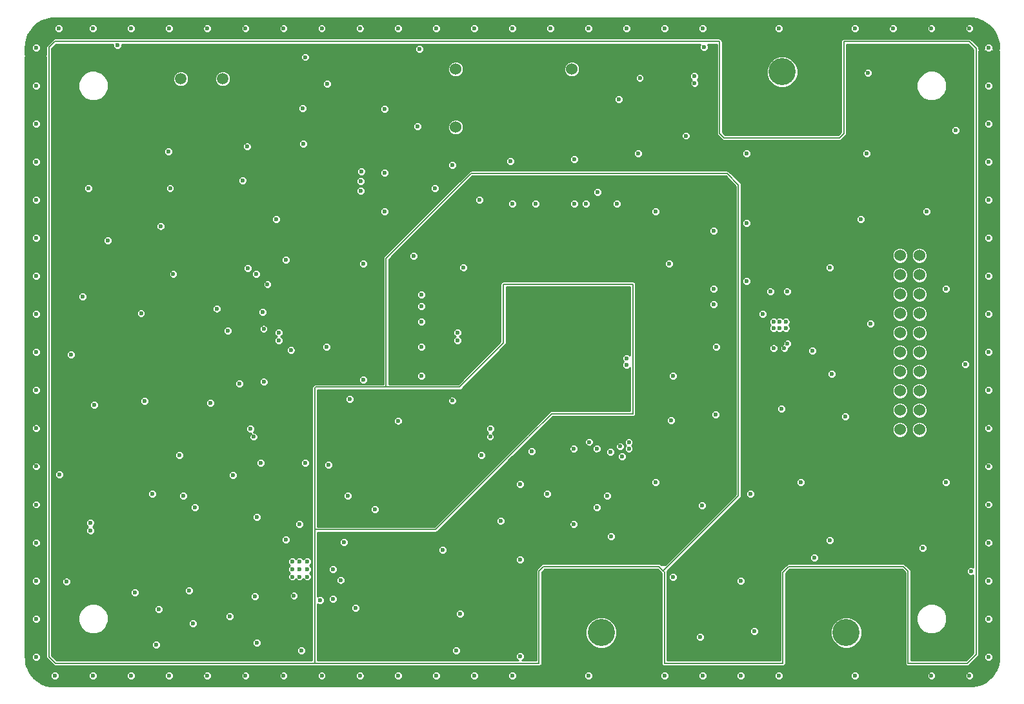
<source format=gbr>
G04 #@! TF.FileFunction,Copper,L3,Inr,Plane*
%FSLAX46Y46*%
G04 Gerber Fmt 4.6, Leading zero omitted, Abs format (unit mm)*
G04 Created by KiCad (PCBNEW 4.0.6) date 11/10/17 17:18:37*
%MOMM*%
%LPD*%
G01*
G04 APERTURE LIST*
%ADD10C,0.100000*%
%ADD11C,1.524000*%
%ADD12C,3.810000*%
%ADD13C,3.556000*%
%ADD14C,0.600000*%
%ADD15C,1.500000*%
%ADD16C,0.200000*%
%ADD17C,0.254000*%
G04 APERTURE END LIST*
D10*
D11*
X185860000Y-108630000D03*
X188400000Y-111170000D03*
X188400000Y-108630000D03*
X185860000Y-111170000D03*
X185860000Y-106090000D03*
X188400000Y-106090000D03*
X185860000Y-103550000D03*
X188400000Y-103550000D03*
X185860000Y-101010000D03*
X188400000Y-101010000D03*
X188400000Y-98470000D03*
X185860000Y-98470000D03*
X185860000Y-88310000D03*
X185860000Y-90850000D03*
X188400000Y-90850000D03*
X188400000Y-88310000D03*
X188400000Y-95930000D03*
X185860000Y-95930000D03*
X185860000Y-93390000D03*
X188400000Y-93390000D03*
D12*
X183870000Y-132740000D03*
D13*
X178790000Y-137820000D03*
D12*
X183870000Y-142900000D03*
X173710000Y-132740000D03*
X173710000Y-142900000D03*
D11*
X142780000Y-63810000D03*
X142780000Y-71430000D03*
X127540000Y-63810000D03*
X127540000Y-71430000D03*
D14*
X170850000Y-97810000D03*
X169250000Y-97810000D03*
X170050000Y-97010000D03*
X170050000Y-97810000D03*
X170850000Y-97010000D03*
X169250000Y-97010000D03*
X106078100Y-130480300D03*
X106078100Y-129480300D03*
X106078100Y-128480300D03*
X107078100Y-130480300D03*
X107078100Y-129480300D03*
X107078100Y-128480300D03*
X108078100Y-130480300D03*
X108078100Y-129480300D03*
D15*
X91485000Y-65090000D03*
X96985000Y-65090000D03*
D12*
X165310000Y-69260000D03*
D13*
X170390000Y-64180000D03*
D12*
X165310000Y-59100000D03*
X175470000Y-69260000D03*
X175470000Y-59100000D03*
X151730000Y-132740000D03*
D13*
X146650000Y-137820000D03*
D12*
X151730000Y-142900000D03*
X141570000Y-132740000D03*
X141570000Y-142900000D03*
D14*
X108078100Y-128480300D03*
X101480000Y-122660000D03*
X151710000Y-64990000D03*
X157740000Y-72570000D03*
X181670000Y-64340000D03*
X128520000Y-89850000D03*
X81890000Y-86300000D03*
X76480000Y-131150000D03*
X127090000Y-107360000D03*
X119970000Y-110000000D03*
X194970000Y-58500000D03*
X189970000Y-58500000D03*
X184970000Y-58500000D03*
X179970000Y-58500000D03*
X169970000Y-58500000D03*
X159970000Y-58500000D03*
X154970000Y-58500000D03*
X149970000Y-58500000D03*
X144970000Y-58500000D03*
X139970000Y-58500000D03*
X134970000Y-58500000D03*
X129970000Y-58500000D03*
X124970000Y-58500000D03*
X119970000Y-58500000D03*
X114970000Y-58500000D03*
X109970000Y-58500000D03*
X104970000Y-58500000D03*
X99970000Y-58500000D03*
X94970000Y-58500000D03*
X89970000Y-58500000D03*
X84970000Y-58500000D03*
X197470000Y-91000000D03*
X197470000Y-76000000D03*
X197470000Y-71000000D03*
X197470000Y-81000000D03*
X197470000Y-86000000D03*
X197470000Y-61000000D03*
X197470000Y-66000000D03*
X197470000Y-136000000D03*
X197470000Y-131000000D03*
X197470000Y-126000000D03*
X197470000Y-121000000D03*
X197470000Y-116000000D03*
X197470000Y-111000000D03*
X197470000Y-106000000D03*
X197470000Y-101000000D03*
X197470000Y-96000000D03*
X197470000Y-141000000D03*
X194970000Y-143500000D03*
X189970000Y-143500000D03*
X179970000Y-143500000D03*
X169970000Y-143500000D03*
X164970000Y-143500000D03*
X159970000Y-143500000D03*
X154970000Y-143500000D03*
X144970000Y-143500000D03*
X134970000Y-143500000D03*
X129970000Y-143500000D03*
X124970000Y-143500000D03*
X119970000Y-143500000D03*
X114970000Y-143500000D03*
X109970000Y-143500000D03*
X104970000Y-143500000D03*
X99970000Y-143500000D03*
X72470000Y-141000000D03*
X74970000Y-143500000D03*
X79970000Y-143500000D03*
X72470000Y-96000000D03*
X72470000Y-91000000D03*
X72470000Y-131000000D03*
X89970000Y-143500000D03*
X84970000Y-143500000D03*
X72470000Y-86000000D03*
X72470000Y-81000000D03*
X72470000Y-126000000D03*
X72470000Y-136000000D03*
X94970000Y-143500000D03*
X72470000Y-76000000D03*
X72470000Y-71000000D03*
X72470000Y-121000000D03*
X72470000Y-116000000D03*
X72470000Y-111000000D03*
X72470000Y-66000000D03*
X79970000Y-58500000D03*
X72470000Y-106000000D03*
X75470000Y-58500000D03*
X72470000Y-61000000D03*
X72470000Y-101000000D03*
X101212000Y-133046000D03*
X123056000Y-93422000D03*
X161410000Y-94692000D03*
X161410000Y-92660000D03*
X110864000Y-115774000D03*
X123056000Y-94946000D03*
X123056000Y-104090000D03*
X166236000Y-119584000D03*
X112896000Y-125934000D03*
X176904000Y-103836000D03*
X123056000Y-96978000D03*
X107562000Y-73610000D03*
X127628000Y-140158000D03*
X137534000Y-113996000D03*
X130676000Y-80976000D03*
X123056000Y-100280000D03*
X180714000Y-83516000D03*
X77082000Y-101296000D03*
X83178000Y-60656000D03*
X193160000Y-71832000D03*
X79368000Y-79452000D03*
X115436000Y-89358000D03*
X75558000Y-117044000D03*
X134740000Y-75896000D03*
X178682000Y-109424000D03*
X161664000Y-109170000D03*
X170300000Y-108408000D03*
X107816000Y-115520000D03*
X155822000Y-109932000D03*
X181984000Y-97232000D03*
X176650000Y-125680000D03*
X174618000Y-127966000D03*
X93084000Y-136602000D03*
X104006000Y-83516000D03*
X134994000Y-81484000D03*
X143122000Y-81484000D03*
X156076000Y-104090000D03*
X87750000Y-119584000D03*
X143122000Y-75642000D03*
X122802000Y-61164000D03*
X148710000Y-81484000D03*
X127120000Y-76404000D03*
X78606000Y-93676000D03*
X79622000Y-124394000D03*
X144646000Y-81484000D03*
X138042000Y-81484000D03*
X122548000Y-71324000D03*
X93338000Y-121362000D03*
X181476000Y-74880000D03*
X146170000Y-79960000D03*
X110610000Y-100280000D03*
X139566000Y-119584000D03*
X147440000Y-119838000D03*
X176650000Y-89866000D03*
X151504000Y-74880000D03*
X118230000Y-82500000D03*
X136010000Y-118314000D03*
X156076000Y-130506000D03*
X165728000Y-91644000D03*
X148964000Y-67768000D03*
X124834000Y-79452000D03*
X122040000Y-88342000D03*
X130930000Y-114504000D03*
X174364000Y-100788000D03*
X160140000Y-60910000D03*
X161410000Y-85040000D03*
X115436000Y-104598000D03*
X113658000Y-107138000D03*
X165728000Y-84024000D03*
X165728000Y-74880000D03*
X153790000Y-82500000D03*
X118230000Y-69038000D03*
X85464000Y-132538000D03*
X92576000Y-132284000D03*
X113404000Y-119838000D03*
X136010000Y-140920000D03*
X136010000Y-128220000D03*
X88258000Y-139396000D03*
X114420000Y-134570000D03*
X133470000Y-123140000D03*
X159632000Y-138380000D03*
X195192000Y-129744000D03*
X107308000Y-140158000D03*
X128136000Y-135332000D03*
X164966000Y-131014000D03*
X188842000Y-126696000D03*
X172840000Y-118060000D03*
X125850000Y-126950000D03*
X153790000Y-118060000D03*
X166744000Y-137618000D03*
X191890000Y-118060000D03*
X194430000Y-102566000D03*
X101466000Y-139142000D03*
X159886000Y-121108000D03*
X191890000Y-92660000D03*
X189350000Y-82500000D03*
X118230000Y-77420000D03*
X101974000Y-115520000D03*
X95370000Y-107646000D03*
X105276000Y-88850000D03*
X79622000Y-123394000D03*
X80130000Y-107900000D03*
X86734000Y-107392000D03*
X91306000Y-114504000D03*
X99180000Y-105106000D03*
X155568000Y-89358000D03*
X116960000Y-121616000D03*
X107810000Y-62240000D03*
X110700000Y-65770000D03*
X90490000Y-90750000D03*
X86260000Y-95890000D03*
X91814000Y-119838000D03*
X100210000Y-74000000D03*
X99590000Y-78450000D03*
X107490000Y-68950000D03*
X88840000Y-84430000D03*
X90070000Y-79460000D03*
X89880000Y-74620000D03*
X111470000Y-109900000D03*
X111440000Y-113270000D03*
X111330000Y-123120000D03*
X143062215Y-123572215D03*
X143062215Y-113672215D03*
X126996100Y-113353900D03*
X135089642Y-99779851D03*
X149681780Y-95771989D03*
X149674709Y-100276259D03*
X143063261Y-107894891D03*
X143562215Y-93162765D03*
X137376577Y-95603829D03*
X147276072Y-105503324D03*
X137376577Y-105503324D03*
X171089211Y-99866072D03*
X161730000Y-100320000D03*
X109730000Y-133560000D03*
X112440000Y-130910000D03*
X105290000Y-125640000D03*
X167820000Y-96000000D03*
X102360000Y-104900000D03*
X111420000Y-133420000D03*
X102350000Y-97960000D03*
X98350000Y-117130000D03*
X107040000Y-123582200D03*
X111420000Y-129500000D03*
X123250000Y-67250000D03*
X92750000Y-138880000D03*
X84760000Y-117180000D03*
X168400000Y-131250000D03*
X180990000Y-118880000D03*
X93160000Y-90890000D03*
X167070000Y-116680000D03*
X167060000Y-111840000D03*
X115970000Y-97220000D03*
X115970000Y-100680000D03*
X106670000Y-113300000D03*
X106670000Y-109900000D03*
X157600000Y-75090000D03*
X160750000Y-75090000D03*
X168500000Y-99920000D03*
X168820000Y-94850000D03*
X89645800Y-95174200D03*
X175040000Y-95510000D03*
X160570000Y-126360000D03*
X162810000Y-123780000D03*
X152300000Y-69370000D03*
X149530000Y-71430000D03*
X96233900Y-103296100D03*
X93733900Y-103296100D03*
X113770000Y-67770000D03*
X103370800Y-77230800D03*
X104906100Y-70413900D03*
X152430000Y-61240000D03*
X105910000Y-100740000D03*
X102230000Y-95700000D03*
X96233900Y-95266100D03*
X115100000Y-78550000D03*
X101380000Y-90753100D03*
X132065148Y-112104852D03*
X101065148Y-112104852D03*
X132100149Y-111079851D03*
X100639851Y-111079851D03*
X127770000Y-99450000D03*
X104360000Y-99450000D03*
X127770000Y-98400000D03*
X104360000Y-98400000D03*
X115090000Y-79780000D03*
X102850000Y-92110000D03*
X146062215Y-121367785D03*
X146062215Y-113642215D03*
X115150000Y-77240000D03*
X100280000Y-89990000D03*
X168876950Y-93046950D03*
X169270000Y-100500000D03*
X171076950Y-93046950D03*
X170670000Y-100500000D03*
X149959851Y-101779851D03*
X158900000Y-65700000D03*
X149970000Y-102640000D03*
X158880000Y-64750000D03*
X117350000Y-139570000D03*
X151062215Y-88447785D03*
X162260000Y-116730000D03*
X162250000Y-111850000D03*
X120880000Y-97160000D03*
X120880000Y-100670000D03*
X157590000Y-79900000D03*
X160750000Y-79910000D03*
X126402066Y-101217934D03*
X112720000Y-132120000D03*
X126402066Y-103097934D03*
X147560298Y-84619702D03*
X145730298Y-84619702D03*
X139160000Y-84620000D03*
X135540000Y-116420000D03*
X158010000Y-99530000D03*
X158150000Y-111460000D03*
X158222364Y-91042364D03*
X133729702Y-84619702D03*
X126285547Y-86254453D03*
X149530000Y-116430000D03*
X126400000Y-91690000D03*
X123260000Y-137110000D03*
X147870000Y-114100000D03*
X149370000Y-114700000D03*
X149094265Y-113375735D03*
X150270000Y-113663468D03*
X150270000Y-112800000D03*
X106320000Y-132960000D03*
X97890000Y-135710000D03*
X97674200Y-98174200D03*
X88610000Y-134770000D03*
X147920000Y-125180000D03*
X145070000Y-112790000D03*
D16*
X162170000Y-60220000D02*
X162120000Y-60170000D01*
X162120000Y-60170000D02*
X74970000Y-60170000D01*
X162170000Y-72240000D02*
X162170000Y-60220000D01*
X175520000Y-72840000D02*
X177870000Y-72840000D01*
X177870000Y-72840000D02*
X178470000Y-72240000D01*
X178470000Y-72240000D02*
X178470000Y-60210000D01*
X178470000Y-60210000D02*
X178500000Y-60180000D01*
X194680000Y-141840000D02*
X186910000Y-141840000D01*
X178500000Y-60180000D02*
X194940000Y-60180000D01*
X194940000Y-60180000D02*
X195830000Y-61070000D01*
X195830000Y-61070000D02*
X195830000Y-140690000D01*
X195830000Y-140690000D02*
X194680000Y-141840000D01*
X186910000Y-141850000D02*
X186910000Y-129750000D01*
X154820000Y-129740000D02*
X154930000Y-129850000D01*
X154930000Y-129850000D02*
X154930000Y-141840000D01*
X154930000Y-141840000D02*
X170470000Y-141840000D01*
X170470000Y-141840000D02*
X170470000Y-129890000D01*
X170470000Y-129890000D02*
X171210000Y-129150000D01*
X171210000Y-129150000D02*
X183950000Y-129150000D01*
X138480000Y-129740000D02*
X138480000Y-141820000D01*
X109070000Y-141840000D02*
X138460000Y-141840000D01*
X138460000Y-141840000D02*
X138480000Y-141820000D01*
X109070000Y-128584198D02*
X109070000Y-141840000D01*
X74970000Y-60170000D02*
X74180000Y-60960000D01*
X74180000Y-60960000D02*
X74180000Y-140980000D01*
X74180000Y-140980000D02*
X75040000Y-141840000D01*
X75040000Y-141840000D02*
X109070000Y-141840000D01*
X154830000Y-129750000D02*
X154820000Y-129740000D01*
X154820000Y-129740000D02*
X154820000Y-129680000D01*
X154820000Y-129680000D02*
X164660000Y-119840000D01*
X164660000Y-119840000D02*
X164660000Y-79020000D01*
X163150000Y-77510000D02*
X129590000Y-77510000D01*
X164660000Y-79020000D02*
X163150000Y-77510000D01*
X129590000Y-77510000D02*
X118430000Y-88670000D01*
X118430000Y-88670000D02*
X118430000Y-105550000D01*
X152730000Y-129140000D02*
X153050000Y-129140000D01*
X153050000Y-129140000D02*
X153430000Y-129140000D01*
X162170000Y-72240000D02*
X162770000Y-72840000D01*
X162770000Y-72840000D02*
X175510000Y-72840000D01*
X186910000Y-129750000D02*
X186310000Y-129150000D01*
X185570000Y-129150000D02*
X185830000Y-129150000D01*
X185830000Y-129150000D02*
X186310000Y-129150000D01*
X184870000Y-129150000D02*
X185570000Y-129150000D01*
X183960000Y-129150000D02*
X184870000Y-129150000D01*
X154820000Y-129740000D02*
X154220000Y-129140000D01*
X153690000Y-129140000D02*
X154170000Y-129140000D01*
X153430000Y-129140000D02*
X153690000Y-129140000D01*
X151820000Y-129140000D02*
X152730000Y-129140000D01*
X139080000Y-129140000D02*
X151820000Y-129140000D01*
X138480000Y-129740000D02*
X139080000Y-129140000D01*
X109070000Y-124270000D02*
X109070000Y-105650000D01*
X109140000Y-105580000D02*
X128080000Y-105580000D01*
X128080000Y-105580000D02*
X128080000Y-105530000D01*
X128080000Y-105530000D02*
X133800000Y-99810000D01*
X133800000Y-99810000D02*
X133800000Y-92060000D01*
X133800000Y-92060000D02*
X150800000Y-92060000D01*
X150800000Y-92060000D02*
X150800000Y-109060000D01*
X150800000Y-109060000D02*
X140150000Y-109060000D01*
X140150000Y-109060000D02*
X137140000Y-112070000D01*
X109070000Y-126880000D02*
X109070000Y-124270000D01*
X137140000Y-112070000D02*
X124940000Y-124270000D01*
X124940000Y-124270000D02*
X109070000Y-124270000D01*
X109070000Y-128584198D02*
X109070000Y-126880000D01*
X137110000Y-112070000D02*
X137140000Y-112070000D01*
D17*
G36*
X150413000Y-101402923D02*
X150292794Y-101282507D01*
X150077125Y-101192953D01*
X149843602Y-101192749D01*
X149627777Y-101281926D01*
X149462507Y-101446908D01*
X149372953Y-101662577D01*
X149372749Y-101896100D01*
X149461926Y-102111925D01*
X149564847Y-102215026D01*
X149472656Y-102307057D01*
X149383102Y-102522726D01*
X149382898Y-102756249D01*
X149472075Y-102972074D01*
X149637057Y-103137344D01*
X149852726Y-103226898D01*
X150086249Y-103227102D01*
X150302074Y-103137925D01*
X150413000Y-103027192D01*
X150413000Y-108673000D01*
X140150000Y-108673000D01*
X140001902Y-108702459D01*
X139876350Y-108786350D01*
X136926760Y-111735940D01*
X136836350Y-111796350D01*
X136775942Y-111886757D01*
X124779700Y-123883000D01*
X109457000Y-123883000D01*
X109457000Y-121732249D01*
X116372898Y-121732249D01*
X116462075Y-121948074D01*
X116627057Y-122113344D01*
X116842726Y-122202898D01*
X117076249Y-122203102D01*
X117292074Y-122113925D01*
X117457344Y-121948943D01*
X117546898Y-121733274D01*
X117547102Y-121499751D01*
X117457925Y-121283926D01*
X117292943Y-121118656D01*
X117077274Y-121029102D01*
X116843751Y-121028898D01*
X116627926Y-121118075D01*
X116462656Y-121283057D01*
X116373102Y-121498726D01*
X116372898Y-121732249D01*
X109457000Y-121732249D01*
X109457000Y-119954249D01*
X112816898Y-119954249D01*
X112906075Y-120170074D01*
X113071057Y-120335344D01*
X113286726Y-120424898D01*
X113520249Y-120425102D01*
X113736074Y-120335925D01*
X113901344Y-120170943D01*
X113990898Y-119955274D01*
X113991102Y-119721751D01*
X113901925Y-119505926D01*
X113736943Y-119340656D01*
X113521274Y-119251102D01*
X113287751Y-119250898D01*
X113071926Y-119340075D01*
X112906656Y-119505057D01*
X112817102Y-119720726D01*
X112816898Y-119954249D01*
X109457000Y-119954249D01*
X109457000Y-115890249D01*
X110276898Y-115890249D01*
X110366075Y-116106074D01*
X110531057Y-116271344D01*
X110746726Y-116360898D01*
X110980249Y-116361102D01*
X111196074Y-116271925D01*
X111361344Y-116106943D01*
X111450898Y-115891274D01*
X111451102Y-115657751D01*
X111361925Y-115441926D01*
X111196943Y-115276656D01*
X110981274Y-115187102D01*
X110747751Y-115186898D01*
X110531926Y-115276075D01*
X110366656Y-115441057D01*
X110277102Y-115656726D01*
X110276898Y-115890249D01*
X109457000Y-115890249D01*
X109457000Y-114620249D01*
X130342898Y-114620249D01*
X130432075Y-114836074D01*
X130597057Y-115001344D01*
X130812726Y-115090898D01*
X131046249Y-115091102D01*
X131262074Y-115001925D01*
X131427344Y-114836943D01*
X131516898Y-114621274D01*
X131517102Y-114387751D01*
X131427925Y-114171926D01*
X131262943Y-114006656D01*
X131047274Y-113917102D01*
X130813751Y-113916898D01*
X130597926Y-114006075D01*
X130432656Y-114171057D01*
X130343102Y-114386726D01*
X130342898Y-114620249D01*
X109457000Y-114620249D01*
X109457000Y-112221101D01*
X131478046Y-112221101D01*
X131567223Y-112436926D01*
X131732205Y-112602196D01*
X131947874Y-112691750D01*
X132181397Y-112691954D01*
X132397222Y-112602777D01*
X132562492Y-112437795D01*
X132652046Y-112222126D01*
X132652250Y-111988603D01*
X132563073Y-111772778D01*
X132398091Y-111607508D01*
X132379225Y-111599674D01*
X132432223Y-111577776D01*
X132597493Y-111412794D01*
X132687047Y-111197125D01*
X132687251Y-110963602D01*
X132598074Y-110747777D01*
X132433092Y-110582507D01*
X132217423Y-110492953D01*
X131983900Y-110492749D01*
X131768075Y-110581926D01*
X131602805Y-110746908D01*
X131513251Y-110962577D01*
X131513047Y-111196100D01*
X131602224Y-111411925D01*
X131767206Y-111577195D01*
X131786072Y-111585029D01*
X131733074Y-111606927D01*
X131567804Y-111771909D01*
X131478250Y-111987578D01*
X131478046Y-112221101D01*
X109457000Y-112221101D01*
X109457000Y-110116249D01*
X119382898Y-110116249D01*
X119472075Y-110332074D01*
X119637057Y-110497344D01*
X119852726Y-110586898D01*
X120086249Y-110587102D01*
X120302074Y-110497925D01*
X120467344Y-110332943D01*
X120556898Y-110117274D01*
X120557102Y-109883751D01*
X120467925Y-109667926D01*
X120302943Y-109502656D01*
X120087274Y-109413102D01*
X119853751Y-109412898D01*
X119637926Y-109502075D01*
X119472656Y-109667057D01*
X119383102Y-109882726D01*
X119382898Y-110116249D01*
X109457000Y-110116249D01*
X109457000Y-107254249D01*
X113070898Y-107254249D01*
X113160075Y-107470074D01*
X113325057Y-107635344D01*
X113540726Y-107724898D01*
X113774249Y-107725102D01*
X113990074Y-107635925D01*
X114150028Y-107476249D01*
X126502898Y-107476249D01*
X126592075Y-107692074D01*
X126757057Y-107857344D01*
X126972726Y-107946898D01*
X127206249Y-107947102D01*
X127422074Y-107857925D01*
X127587344Y-107692943D01*
X127676898Y-107477274D01*
X127677102Y-107243751D01*
X127587925Y-107027926D01*
X127422943Y-106862656D01*
X127207274Y-106773102D01*
X126973751Y-106772898D01*
X126757926Y-106862075D01*
X126592656Y-107027057D01*
X126503102Y-107242726D01*
X126502898Y-107476249D01*
X114150028Y-107476249D01*
X114155344Y-107470943D01*
X114244898Y-107255274D01*
X114245102Y-107021751D01*
X114155925Y-106805926D01*
X113990943Y-106640656D01*
X113775274Y-106551102D01*
X113541751Y-106550898D01*
X113325926Y-106640075D01*
X113160656Y-106805057D01*
X113071102Y-107020726D01*
X113070898Y-107254249D01*
X109457000Y-107254249D01*
X109457000Y-105967000D01*
X128080000Y-105967000D01*
X128228098Y-105937541D01*
X128353650Y-105853650D01*
X128437541Y-105728098D01*
X128439612Y-105717688D01*
X134073651Y-100083650D01*
X134157541Y-99958098D01*
X134187000Y-99810000D01*
X134187000Y-92447000D01*
X150413000Y-92447000D01*
X150413000Y-101402923D01*
X150413000Y-101402923D01*
G37*
X150413000Y-101402923D02*
X150292794Y-101282507D01*
X150077125Y-101192953D01*
X149843602Y-101192749D01*
X149627777Y-101281926D01*
X149462507Y-101446908D01*
X149372953Y-101662577D01*
X149372749Y-101896100D01*
X149461926Y-102111925D01*
X149564847Y-102215026D01*
X149472656Y-102307057D01*
X149383102Y-102522726D01*
X149382898Y-102756249D01*
X149472075Y-102972074D01*
X149637057Y-103137344D01*
X149852726Y-103226898D01*
X150086249Y-103227102D01*
X150302074Y-103137925D01*
X150413000Y-103027192D01*
X150413000Y-108673000D01*
X140150000Y-108673000D01*
X140001902Y-108702459D01*
X139876350Y-108786350D01*
X136926760Y-111735940D01*
X136836350Y-111796350D01*
X136775942Y-111886757D01*
X124779700Y-123883000D01*
X109457000Y-123883000D01*
X109457000Y-121732249D01*
X116372898Y-121732249D01*
X116462075Y-121948074D01*
X116627057Y-122113344D01*
X116842726Y-122202898D01*
X117076249Y-122203102D01*
X117292074Y-122113925D01*
X117457344Y-121948943D01*
X117546898Y-121733274D01*
X117547102Y-121499751D01*
X117457925Y-121283926D01*
X117292943Y-121118656D01*
X117077274Y-121029102D01*
X116843751Y-121028898D01*
X116627926Y-121118075D01*
X116462656Y-121283057D01*
X116373102Y-121498726D01*
X116372898Y-121732249D01*
X109457000Y-121732249D01*
X109457000Y-119954249D01*
X112816898Y-119954249D01*
X112906075Y-120170074D01*
X113071057Y-120335344D01*
X113286726Y-120424898D01*
X113520249Y-120425102D01*
X113736074Y-120335925D01*
X113901344Y-120170943D01*
X113990898Y-119955274D01*
X113991102Y-119721751D01*
X113901925Y-119505926D01*
X113736943Y-119340656D01*
X113521274Y-119251102D01*
X113287751Y-119250898D01*
X113071926Y-119340075D01*
X112906656Y-119505057D01*
X112817102Y-119720726D01*
X112816898Y-119954249D01*
X109457000Y-119954249D01*
X109457000Y-115890249D01*
X110276898Y-115890249D01*
X110366075Y-116106074D01*
X110531057Y-116271344D01*
X110746726Y-116360898D01*
X110980249Y-116361102D01*
X111196074Y-116271925D01*
X111361344Y-116106943D01*
X111450898Y-115891274D01*
X111451102Y-115657751D01*
X111361925Y-115441926D01*
X111196943Y-115276656D01*
X110981274Y-115187102D01*
X110747751Y-115186898D01*
X110531926Y-115276075D01*
X110366656Y-115441057D01*
X110277102Y-115656726D01*
X110276898Y-115890249D01*
X109457000Y-115890249D01*
X109457000Y-114620249D01*
X130342898Y-114620249D01*
X130432075Y-114836074D01*
X130597057Y-115001344D01*
X130812726Y-115090898D01*
X131046249Y-115091102D01*
X131262074Y-115001925D01*
X131427344Y-114836943D01*
X131516898Y-114621274D01*
X131517102Y-114387751D01*
X131427925Y-114171926D01*
X131262943Y-114006656D01*
X131047274Y-113917102D01*
X130813751Y-113916898D01*
X130597926Y-114006075D01*
X130432656Y-114171057D01*
X130343102Y-114386726D01*
X130342898Y-114620249D01*
X109457000Y-114620249D01*
X109457000Y-112221101D01*
X131478046Y-112221101D01*
X131567223Y-112436926D01*
X131732205Y-112602196D01*
X131947874Y-112691750D01*
X132181397Y-112691954D01*
X132397222Y-112602777D01*
X132562492Y-112437795D01*
X132652046Y-112222126D01*
X132652250Y-111988603D01*
X132563073Y-111772778D01*
X132398091Y-111607508D01*
X132379225Y-111599674D01*
X132432223Y-111577776D01*
X132597493Y-111412794D01*
X132687047Y-111197125D01*
X132687251Y-110963602D01*
X132598074Y-110747777D01*
X132433092Y-110582507D01*
X132217423Y-110492953D01*
X131983900Y-110492749D01*
X131768075Y-110581926D01*
X131602805Y-110746908D01*
X131513251Y-110962577D01*
X131513047Y-111196100D01*
X131602224Y-111411925D01*
X131767206Y-111577195D01*
X131786072Y-111585029D01*
X131733074Y-111606927D01*
X131567804Y-111771909D01*
X131478250Y-111987578D01*
X131478046Y-112221101D01*
X109457000Y-112221101D01*
X109457000Y-110116249D01*
X119382898Y-110116249D01*
X119472075Y-110332074D01*
X119637057Y-110497344D01*
X119852726Y-110586898D01*
X120086249Y-110587102D01*
X120302074Y-110497925D01*
X120467344Y-110332943D01*
X120556898Y-110117274D01*
X120557102Y-109883751D01*
X120467925Y-109667926D01*
X120302943Y-109502656D01*
X120087274Y-109413102D01*
X119853751Y-109412898D01*
X119637926Y-109502075D01*
X119472656Y-109667057D01*
X119383102Y-109882726D01*
X119382898Y-110116249D01*
X109457000Y-110116249D01*
X109457000Y-107254249D01*
X113070898Y-107254249D01*
X113160075Y-107470074D01*
X113325057Y-107635344D01*
X113540726Y-107724898D01*
X113774249Y-107725102D01*
X113990074Y-107635925D01*
X114150028Y-107476249D01*
X126502898Y-107476249D01*
X126592075Y-107692074D01*
X126757057Y-107857344D01*
X126972726Y-107946898D01*
X127206249Y-107947102D01*
X127422074Y-107857925D01*
X127587344Y-107692943D01*
X127676898Y-107477274D01*
X127677102Y-107243751D01*
X127587925Y-107027926D01*
X127422943Y-106862656D01*
X127207274Y-106773102D01*
X126973751Y-106772898D01*
X126757926Y-106862075D01*
X126592656Y-107027057D01*
X126503102Y-107242726D01*
X126502898Y-107476249D01*
X114150028Y-107476249D01*
X114155344Y-107470943D01*
X114244898Y-107255274D01*
X114245102Y-107021751D01*
X114155925Y-106805926D01*
X113990943Y-106640656D01*
X113775274Y-106551102D01*
X113541751Y-106550898D01*
X113325926Y-106640075D01*
X113160656Y-106805057D01*
X113071102Y-107020726D01*
X113070898Y-107254249D01*
X109457000Y-107254249D01*
X109457000Y-105967000D01*
X128080000Y-105967000D01*
X128228098Y-105937541D01*
X128353650Y-105853650D01*
X128437541Y-105728098D01*
X128439612Y-105717688D01*
X134073651Y-100083650D01*
X134157541Y-99958098D01*
X134187000Y-99810000D01*
X134187000Y-92447000D01*
X150413000Y-92447000D01*
X150413000Y-101402923D01*
G36*
X164273000Y-79180301D02*
X164273000Y-119679699D01*
X155039528Y-128913172D01*
X154540778Y-128913478D01*
X154493650Y-128866350D01*
X154368099Y-128782459D01*
X154220000Y-128753000D01*
X154195000Y-128757973D01*
X154170000Y-128753000D01*
X139080000Y-128753000D01*
X138956473Y-128777572D01*
X138931901Y-128782459D01*
X138806350Y-128866350D01*
X138206350Y-129466350D01*
X138122459Y-129591901D01*
X138121331Y-129597574D01*
X138093000Y-129740000D01*
X138093000Y-141453000D01*
X136257186Y-141453000D01*
X136342074Y-141417925D01*
X136507344Y-141252943D01*
X136596898Y-141037274D01*
X136597102Y-140803751D01*
X136507925Y-140587926D01*
X136342943Y-140422656D01*
X136127274Y-140333102D01*
X135893751Y-140332898D01*
X135677926Y-140422075D01*
X135512656Y-140587057D01*
X135423102Y-140802726D01*
X135422898Y-141036249D01*
X135512075Y-141252074D01*
X135677057Y-141417344D01*
X135762926Y-141453000D01*
X109457000Y-141453000D01*
X109457000Y-140274249D01*
X127040898Y-140274249D01*
X127130075Y-140490074D01*
X127295057Y-140655344D01*
X127510726Y-140744898D01*
X127744249Y-140745102D01*
X127960074Y-140655925D01*
X128125344Y-140490943D01*
X128214898Y-140275274D01*
X128215102Y-140041751D01*
X128125925Y-139825926D01*
X127960943Y-139660656D01*
X127745274Y-139571102D01*
X127511751Y-139570898D01*
X127295926Y-139660075D01*
X127130656Y-139825057D01*
X127041102Y-140040726D01*
X127040898Y-140274249D01*
X109457000Y-140274249D01*
X109457000Y-135448249D01*
X127548898Y-135448249D01*
X127638075Y-135664074D01*
X127803057Y-135829344D01*
X128018726Y-135918898D01*
X128252249Y-135919102D01*
X128468074Y-135829925D01*
X128633344Y-135664943D01*
X128722898Y-135449274D01*
X128723102Y-135215751D01*
X128633925Y-134999926D01*
X128468943Y-134834656D01*
X128253274Y-134745102D01*
X128019751Y-134744898D01*
X127803926Y-134834075D01*
X127638656Y-134999057D01*
X127549102Y-135214726D01*
X127548898Y-135448249D01*
X109457000Y-135448249D01*
X109457000Y-134686249D01*
X113832898Y-134686249D01*
X113922075Y-134902074D01*
X114087057Y-135067344D01*
X114302726Y-135156898D01*
X114536249Y-135157102D01*
X114752074Y-135067925D01*
X114917344Y-134902943D01*
X115006898Y-134687274D01*
X115007102Y-134453751D01*
X114917925Y-134237926D01*
X114752943Y-134072656D01*
X114537274Y-133983102D01*
X114303751Y-133982898D01*
X114087926Y-134072075D01*
X113922656Y-134237057D01*
X113833102Y-134452726D01*
X113832898Y-134686249D01*
X109457000Y-134686249D01*
X109457000Y-134082235D01*
X109612726Y-134146898D01*
X109846249Y-134147102D01*
X110062074Y-134057925D01*
X110227344Y-133892943D01*
X110316898Y-133677274D01*
X110317021Y-133536249D01*
X110832898Y-133536249D01*
X110922075Y-133752074D01*
X111087057Y-133917344D01*
X111302726Y-134006898D01*
X111536249Y-134007102D01*
X111752074Y-133917925D01*
X111917344Y-133752943D01*
X112006898Y-133537274D01*
X112007102Y-133303751D01*
X111917925Y-133087926D01*
X111752943Y-132922656D01*
X111537274Y-132833102D01*
X111303751Y-132832898D01*
X111087926Y-132922075D01*
X110922656Y-133087057D01*
X110833102Y-133302726D01*
X110832898Y-133536249D01*
X110317021Y-133536249D01*
X110317102Y-133443751D01*
X110227925Y-133227926D01*
X110062943Y-133062656D01*
X109847274Y-132973102D01*
X109613751Y-132972898D01*
X109457000Y-133037666D01*
X109457000Y-131026249D01*
X111852898Y-131026249D01*
X111942075Y-131242074D01*
X112107057Y-131407344D01*
X112322726Y-131496898D01*
X112556249Y-131497102D01*
X112772074Y-131407925D01*
X112937344Y-131242943D01*
X113026898Y-131027274D01*
X113027102Y-130793751D01*
X112937925Y-130577926D01*
X112772943Y-130412656D01*
X112557274Y-130323102D01*
X112323751Y-130322898D01*
X112107926Y-130412075D01*
X111942656Y-130577057D01*
X111853102Y-130792726D01*
X111852898Y-131026249D01*
X109457000Y-131026249D01*
X109457000Y-129616249D01*
X110832898Y-129616249D01*
X110922075Y-129832074D01*
X111087057Y-129997344D01*
X111302726Y-130086898D01*
X111536249Y-130087102D01*
X111752074Y-129997925D01*
X111917344Y-129832943D01*
X112006898Y-129617274D01*
X112007102Y-129383751D01*
X111917925Y-129167926D01*
X111752943Y-129002656D01*
X111537274Y-128913102D01*
X111303751Y-128912898D01*
X111087926Y-129002075D01*
X110922656Y-129167057D01*
X110833102Y-129382726D01*
X110832898Y-129616249D01*
X109457000Y-129616249D01*
X109457000Y-128336249D01*
X135422898Y-128336249D01*
X135512075Y-128552074D01*
X135677057Y-128717344D01*
X135892726Y-128806898D01*
X136126249Y-128807102D01*
X136342074Y-128717925D01*
X136507344Y-128552943D01*
X136596898Y-128337274D01*
X136597102Y-128103751D01*
X136507925Y-127887926D01*
X136342943Y-127722656D01*
X136127274Y-127633102D01*
X135893751Y-127632898D01*
X135677926Y-127722075D01*
X135512656Y-127887057D01*
X135423102Y-128102726D01*
X135422898Y-128336249D01*
X109457000Y-128336249D01*
X109457000Y-127066249D01*
X125262898Y-127066249D01*
X125352075Y-127282074D01*
X125517057Y-127447344D01*
X125732726Y-127536898D01*
X125966249Y-127537102D01*
X126182074Y-127447925D01*
X126347344Y-127282943D01*
X126436898Y-127067274D01*
X126437102Y-126833751D01*
X126347925Y-126617926D01*
X126182943Y-126452656D01*
X125967274Y-126363102D01*
X125733751Y-126362898D01*
X125517926Y-126452075D01*
X125352656Y-126617057D01*
X125263102Y-126832726D01*
X125262898Y-127066249D01*
X109457000Y-127066249D01*
X109457000Y-126050249D01*
X112308898Y-126050249D01*
X112398075Y-126266074D01*
X112563057Y-126431344D01*
X112778726Y-126520898D01*
X113012249Y-126521102D01*
X113228074Y-126431925D01*
X113393344Y-126266943D01*
X113482898Y-126051274D01*
X113483102Y-125817751D01*
X113393925Y-125601926D01*
X113228943Y-125436656D01*
X113013274Y-125347102D01*
X112779751Y-125346898D01*
X112563926Y-125436075D01*
X112398656Y-125601057D01*
X112309102Y-125816726D01*
X112308898Y-126050249D01*
X109457000Y-126050249D01*
X109457000Y-125296249D01*
X147332898Y-125296249D01*
X147422075Y-125512074D01*
X147587057Y-125677344D01*
X147802726Y-125766898D01*
X148036249Y-125767102D01*
X148252074Y-125677925D01*
X148417344Y-125512943D01*
X148506898Y-125297274D01*
X148507102Y-125063751D01*
X148417925Y-124847926D01*
X148252943Y-124682656D01*
X148037274Y-124593102D01*
X147803751Y-124592898D01*
X147587926Y-124682075D01*
X147422656Y-124847057D01*
X147333102Y-125062726D01*
X147332898Y-125296249D01*
X109457000Y-125296249D01*
X109457000Y-124657000D01*
X124940000Y-124657000D01*
X125088099Y-124627541D01*
X125213650Y-124543650D01*
X126501051Y-123256249D01*
X132882898Y-123256249D01*
X132972075Y-123472074D01*
X133137057Y-123637344D01*
X133352726Y-123726898D01*
X133586249Y-123727102D01*
X133679760Y-123688464D01*
X142475113Y-123688464D01*
X142564290Y-123904289D01*
X142729272Y-124069559D01*
X142944941Y-124159113D01*
X143178464Y-124159317D01*
X143394289Y-124070140D01*
X143559559Y-123905158D01*
X143649113Y-123689489D01*
X143649317Y-123455966D01*
X143560140Y-123240141D01*
X143395158Y-123074871D01*
X143179489Y-122985317D01*
X142945966Y-122985113D01*
X142730141Y-123074290D01*
X142564871Y-123239272D01*
X142475317Y-123454941D01*
X142475113Y-123688464D01*
X133679760Y-123688464D01*
X133802074Y-123637925D01*
X133967344Y-123472943D01*
X134056898Y-123257274D01*
X134057102Y-123023751D01*
X133967925Y-122807926D01*
X133802943Y-122642656D01*
X133587274Y-122553102D01*
X133353751Y-122552898D01*
X133137926Y-122642075D01*
X132972656Y-122807057D01*
X132883102Y-123022726D01*
X132882898Y-123256249D01*
X126501051Y-123256249D01*
X128273266Y-121484034D01*
X145475113Y-121484034D01*
X145564290Y-121699859D01*
X145729272Y-121865129D01*
X145944941Y-121954683D01*
X146178464Y-121954887D01*
X146394289Y-121865710D01*
X146559559Y-121700728D01*
X146649113Y-121485059D01*
X146649317Y-121251536D01*
X146638043Y-121224249D01*
X159298898Y-121224249D01*
X159388075Y-121440074D01*
X159553057Y-121605344D01*
X159768726Y-121694898D01*
X160002249Y-121695102D01*
X160218074Y-121605925D01*
X160383344Y-121440943D01*
X160472898Y-121225274D01*
X160473102Y-120991751D01*
X160383925Y-120775926D01*
X160218943Y-120610656D01*
X160003274Y-120521102D01*
X159769751Y-120520898D01*
X159553926Y-120610075D01*
X159388656Y-120775057D01*
X159299102Y-120990726D01*
X159298898Y-121224249D01*
X146638043Y-121224249D01*
X146560140Y-121035711D01*
X146395158Y-120870441D01*
X146179489Y-120780887D01*
X145945966Y-120780683D01*
X145730141Y-120869860D01*
X145564871Y-121034842D01*
X145475317Y-121250511D01*
X145475113Y-121484034D01*
X128273266Y-121484034D01*
X130057051Y-119700249D01*
X138978898Y-119700249D01*
X139068075Y-119916074D01*
X139233057Y-120081344D01*
X139448726Y-120170898D01*
X139682249Y-120171102D01*
X139898074Y-120081925D01*
X140025972Y-119954249D01*
X146852898Y-119954249D01*
X146942075Y-120170074D01*
X147107057Y-120335344D01*
X147322726Y-120424898D01*
X147556249Y-120425102D01*
X147772074Y-120335925D01*
X147937344Y-120170943D01*
X148026898Y-119955274D01*
X148027102Y-119721751D01*
X147937925Y-119505926D01*
X147772943Y-119340656D01*
X147557274Y-119251102D01*
X147323751Y-119250898D01*
X147107926Y-119340075D01*
X146942656Y-119505057D01*
X146853102Y-119720726D01*
X146852898Y-119954249D01*
X140025972Y-119954249D01*
X140063344Y-119916943D01*
X140152898Y-119701274D01*
X140153102Y-119467751D01*
X140063925Y-119251926D01*
X139898943Y-119086656D01*
X139683274Y-118997102D01*
X139449751Y-118996898D01*
X139233926Y-119086075D01*
X139068656Y-119251057D01*
X138979102Y-119466726D01*
X138978898Y-119700249D01*
X130057051Y-119700249D01*
X131327051Y-118430249D01*
X135422898Y-118430249D01*
X135512075Y-118646074D01*
X135677057Y-118811344D01*
X135892726Y-118900898D01*
X136126249Y-118901102D01*
X136342074Y-118811925D01*
X136507344Y-118646943D01*
X136596898Y-118431274D01*
X136597102Y-118197751D01*
X136588218Y-118176249D01*
X153202898Y-118176249D01*
X153292075Y-118392074D01*
X153457057Y-118557344D01*
X153672726Y-118646898D01*
X153906249Y-118647102D01*
X154122074Y-118557925D01*
X154287344Y-118392943D01*
X154376898Y-118177274D01*
X154377102Y-117943751D01*
X154287925Y-117727926D01*
X154122943Y-117562656D01*
X153907274Y-117473102D01*
X153673751Y-117472898D01*
X153457926Y-117562075D01*
X153292656Y-117727057D01*
X153203102Y-117942726D01*
X153202898Y-118176249D01*
X136588218Y-118176249D01*
X136507925Y-117981926D01*
X136342943Y-117816656D01*
X136127274Y-117727102D01*
X135893751Y-117726898D01*
X135677926Y-117816075D01*
X135512656Y-117981057D01*
X135423102Y-118196726D01*
X135422898Y-118430249D01*
X131327051Y-118430249D01*
X134941051Y-114816249D01*
X148782898Y-114816249D01*
X148872075Y-115032074D01*
X149037057Y-115197344D01*
X149252726Y-115286898D01*
X149486249Y-115287102D01*
X149702074Y-115197925D01*
X149867344Y-115032943D01*
X149956898Y-114817274D01*
X149957102Y-114583751D01*
X149867925Y-114367926D01*
X149702943Y-114202656D01*
X149487274Y-114113102D01*
X149253751Y-114112898D01*
X149037926Y-114202075D01*
X148872656Y-114367057D01*
X148783102Y-114582726D01*
X148782898Y-114816249D01*
X134941051Y-114816249D01*
X135645051Y-114112249D01*
X136946898Y-114112249D01*
X137036075Y-114328074D01*
X137201057Y-114493344D01*
X137416726Y-114582898D01*
X137650249Y-114583102D01*
X137866074Y-114493925D01*
X138031344Y-114328943D01*
X138120898Y-114113274D01*
X138121102Y-113879751D01*
X138083384Y-113788464D01*
X142475113Y-113788464D01*
X142564290Y-114004289D01*
X142729272Y-114169559D01*
X142944941Y-114259113D01*
X143178464Y-114259317D01*
X143394289Y-114170140D01*
X143559559Y-114005158D01*
X143649113Y-113789489D01*
X143649140Y-113758464D01*
X145475113Y-113758464D01*
X145564290Y-113974289D01*
X145729272Y-114139559D01*
X145944941Y-114229113D01*
X146178464Y-114229317D01*
X146210091Y-114216249D01*
X147282898Y-114216249D01*
X147372075Y-114432074D01*
X147537057Y-114597344D01*
X147752726Y-114686898D01*
X147986249Y-114687102D01*
X148202074Y-114597925D01*
X148367344Y-114432943D01*
X148456898Y-114217274D01*
X148457102Y-113983751D01*
X148367925Y-113767926D01*
X148202943Y-113602656D01*
X147987274Y-113513102D01*
X147753751Y-113512898D01*
X147537926Y-113602075D01*
X147372656Y-113767057D01*
X147283102Y-113982726D01*
X147282898Y-114216249D01*
X146210091Y-114216249D01*
X146394289Y-114140140D01*
X146559559Y-113975158D01*
X146649113Y-113759489D01*
X146649317Y-113525966D01*
X146635276Y-113491984D01*
X148507163Y-113491984D01*
X148596340Y-113707809D01*
X148761322Y-113873079D01*
X148976991Y-113962633D01*
X149210514Y-113962837D01*
X149426339Y-113873660D01*
X149591609Y-113708678D01*
X149681163Y-113493009D01*
X149681367Y-113259486D01*
X149592190Y-113043661D01*
X149465001Y-112916249D01*
X149682898Y-112916249D01*
X149772075Y-113132074D01*
X149871590Y-113231763D01*
X149772656Y-113330525D01*
X149683102Y-113546194D01*
X149682898Y-113779717D01*
X149772075Y-113995542D01*
X149937057Y-114160812D01*
X150152726Y-114250366D01*
X150386249Y-114250570D01*
X150602074Y-114161393D01*
X150767344Y-113996411D01*
X150856898Y-113780742D01*
X150857102Y-113547219D01*
X150767925Y-113331394D01*
X150668410Y-113231705D01*
X150767344Y-113132943D01*
X150856898Y-112917274D01*
X150857102Y-112683751D01*
X150767925Y-112467926D01*
X150602943Y-112302656D01*
X150387274Y-112213102D01*
X150153751Y-112212898D01*
X149937926Y-112302075D01*
X149772656Y-112467057D01*
X149683102Y-112682726D01*
X149682898Y-112916249D01*
X149465001Y-112916249D01*
X149427208Y-112878391D01*
X149211539Y-112788837D01*
X148978016Y-112788633D01*
X148762191Y-112877810D01*
X148596921Y-113042792D01*
X148507367Y-113258461D01*
X148507163Y-113491984D01*
X146635276Y-113491984D01*
X146560140Y-113310141D01*
X146395158Y-113144871D01*
X146179489Y-113055317D01*
X145945966Y-113055113D01*
X145730141Y-113144290D01*
X145564871Y-113309272D01*
X145475317Y-113524941D01*
X145475113Y-113758464D01*
X143649140Y-113758464D01*
X143649317Y-113555966D01*
X143560140Y-113340141D01*
X143395158Y-113174871D01*
X143179489Y-113085317D01*
X142945966Y-113085113D01*
X142730141Y-113174290D01*
X142564871Y-113339272D01*
X142475317Y-113554941D01*
X142475113Y-113788464D01*
X138083384Y-113788464D01*
X138031925Y-113663926D01*
X137866943Y-113498656D01*
X137651274Y-113409102D01*
X137417751Y-113408898D01*
X137201926Y-113498075D01*
X137036656Y-113663057D01*
X136947102Y-113878726D01*
X136946898Y-114112249D01*
X135645051Y-114112249D01*
X136851051Y-112906249D01*
X144482898Y-112906249D01*
X144572075Y-113122074D01*
X144737057Y-113287344D01*
X144952726Y-113376898D01*
X145186249Y-113377102D01*
X145402074Y-113287925D01*
X145567344Y-113122943D01*
X145656898Y-112907274D01*
X145657102Y-112673751D01*
X145567925Y-112457926D01*
X145402943Y-112292656D01*
X145187274Y-112203102D01*
X144953751Y-112202898D01*
X144737926Y-112292075D01*
X144572656Y-112457057D01*
X144483102Y-112672726D01*
X144482898Y-112906249D01*
X136851051Y-112906249D01*
X137413650Y-112343651D01*
X137413652Y-112343648D01*
X139709051Y-110048249D01*
X155234898Y-110048249D01*
X155324075Y-110264074D01*
X155489057Y-110429344D01*
X155704726Y-110518898D01*
X155938249Y-110519102D01*
X156154074Y-110429925D01*
X156319344Y-110264943D01*
X156408898Y-110049274D01*
X156409102Y-109815751D01*
X156319925Y-109599926D01*
X156154943Y-109434656D01*
X155939274Y-109345102D01*
X155705751Y-109344898D01*
X155489926Y-109434075D01*
X155324656Y-109599057D01*
X155235102Y-109814726D01*
X155234898Y-110048249D01*
X139709051Y-110048249D01*
X140310300Y-109447000D01*
X150800000Y-109447000D01*
X150948098Y-109417541D01*
X151073650Y-109333650D01*
X151105322Y-109286249D01*
X161076898Y-109286249D01*
X161166075Y-109502074D01*
X161331057Y-109667344D01*
X161546726Y-109756898D01*
X161780249Y-109757102D01*
X161996074Y-109667925D01*
X162161344Y-109502943D01*
X162250898Y-109287274D01*
X162251102Y-109053751D01*
X162161925Y-108837926D01*
X161996943Y-108672656D01*
X161781274Y-108583102D01*
X161547751Y-108582898D01*
X161331926Y-108672075D01*
X161166656Y-108837057D01*
X161077102Y-109052726D01*
X161076898Y-109286249D01*
X151105322Y-109286249D01*
X151157541Y-109208098D01*
X151187000Y-109060000D01*
X151187000Y-104206249D01*
X155488898Y-104206249D01*
X155578075Y-104422074D01*
X155743057Y-104587344D01*
X155958726Y-104676898D01*
X156192249Y-104677102D01*
X156408074Y-104587925D01*
X156573344Y-104422943D01*
X156662898Y-104207274D01*
X156663102Y-103973751D01*
X156573925Y-103757926D01*
X156408943Y-103592656D01*
X156193274Y-103503102D01*
X155959751Y-103502898D01*
X155743926Y-103592075D01*
X155578656Y-103757057D01*
X155489102Y-103972726D01*
X155488898Y-104206249D01*
X151187000Y-104206249D01*
X151187000Y-100436249D01*
X161142898Y-100436249D01*
X161232075Y-100652074D01*
X161397057Y-100817344D01*
X161612726Y-100906898D01*
X161846249Y-100907102D01*
X162062074Y-100817925D01*
X162227344Y-100652943D01*
X162316898Y-100437274D01*
X162317102Y-100203751D01*
X162227925Y-99987926D01*
X162062943Y-99822656D01*
X161847274Y-99733102D01*
X161613751Y-99732898D01*
X161397926Y-99822075D01*
X161232656Y-99987057D01*
X161143102Y-100202726D01*
X161142898Y-100436249D01*
X151187000Y-100436249D01*
X151187000Y-94808249D01*
X160822898Y-94808249D01*
X160912075Y-95024074D01*
X161077057Y-95189344D01*
X161292726Y-95278898D01*
X161526249Y-95279102D01*
X161742074Y-95189925D01*
X161907344Y-95024943D01*
X161996898Y-94809274D01*
X161997102Y-94575751D01*
X161907925Y-94359926D01*
X161742943Y-94194656D01*
X161527274Y-94105102D01*
X161293751Y-94104898D01*
X161077926Y-94194075D01*
X160912656Y-94359057D01*
X160823102Y-94574726D01*
X160822898Y-94808249D01*
X151187000Y-94808249D01*
X151187000Y-92776249D01*
X160822898Y-92776249D01*
X160912075Y-92992074D01*
X161077057Y-93157344D01*
X161292726Y-93246898D01*
X161526249Y-93247102D01*
X161742074Y-93157925D01*
X161907344Y-92992943D01*
X161996898Y-92777274D01*
X161997102Y-92543751D01*
X161907925Y-92327926D01*
X161742943Y-92162656D01*
X161527274Y-92073102D01*
X161293751Y-92072898D01*
X161077926Y-92162075D01*
X160912656Y-92327057D01*
X160823102Y-92542726D01*
X160822898Y-92776249D01*
X151187000Y-92776249D01*
X151187000Y-92060000D01*
X151157541Y-91911902D01*
X151073650Y-91786350D01*
X150948098Y-91702459D01*
X150800000Y-91673000D01*
X133800000Y-91673000D01*
X133651902Y-91702459D01*
X133526350Y-91786350D01*
X133442459Y-91911902D01*
X133413000Y-92060000D01*
X133413000Y-99649699D01*
X127869700Y-105193000D01*
X118817000Y-105193000D01*
X118817000Y-104206249D01*
X122468898Y-104206249D01*
X122558075Y-104422074D01*
X122723057Y-104587344D01*
X122938726Y-104676898D01*
X123172249Y-104677102D01*
X123388074Y-104587925D01*
X123553344Y-104422943D01*
X123642898Y-104207274D01*
X123643102Y-103973751D01*
X123553925Y-103757926D01*
X123388943Y-103592656D01*
X123173274Y-103503102D01*
X122939751Y-103502898D01*
X122723926Y-103592075D01*
X122558656Y-103757057D01*
X122469102Y-103972726D01*
X122468898Y-104206249D01*
X118817000Y-104206249D01*
X118817000Y-100396249D01*
X122468898Y-100396249D01*
X122558075Y-100612074D01*
X122723057Y-100777344D01*
X122938726Y-100866898D01*
X123172249Y-100867102D01*
X123388074Y-100777925D01*
X123553344Y-100612943D01*
X123642898Y-100397274D01*
X123643102Y-100163751D01*
X123553925Y-99947926D01*
X123388943Y-99782656D01*
X123173274Y-99693102D01*
X122939751Y-99692898D01*
X122723926Y-99782075D01*
X122558656Y-99947057D01*
X122469102Y-100162726D01*
X122468898Y-100396249D01*
X118817000Y-100396249D01*
X118817000Y-98516249D01*
X127182898Y-98516249D01*
X127272075Y-98732074D01*
X127437057Y-98897344D01*
X127503556Y-98924957D01*
X127437926Y-98952075D01*
X127272656Y-99117057D01*
X127183102Y-99332726D01*
X127182898Y-99566249D01*
X127272075Y-99782074D01*
X127437057Y-99947344D01*
X127652726Y-100036898D01*
X127886249Y-100037102D01*
X128102074Y-99947925D01*
X128267344Y-99782943D01*
X128356898Y-99567274D01*
X128357102Y-99333751D01*
X128267925Y-99117926D01*
X128102943Y-98952656D01*
X128036444Y-98925043D01*
X128102074Y-98897925D01*
X128267344Y-98732943D01*
X128356898Y-98517274D01*
X128357102Y-98283751D01*
X128267925Y-98067926D01*
X128102943Y-97902656D01*
X127887274Y-97813102D01*
X127653751Y-97812898D01*
X127437926Y-97902075D01*
X127272656Y-98067057D01*
X127183102Y-98282726D01*
X127182898Y-98516249D01*
X118817000Y-98516249D01*
X118817000Y-97094249D01*
X122468898Y-97094249D01*
X122558075Y-97310074D01*
X122723057Y-97475344D01*
X122938726Y-97564898D01*
X123172249Y-97565102D01*
X123388074Y-97475925D01*
X123553344Y-97310943D01*
X123642898Y-97095274D01*
X123643102Y-96861751D01*
X123553925Y-96645926D01*
X123388943Y-96480656D01*
X123173274Y-96391102D01*
X122939751Y-96390898D01*
X122723926Y-96480075D01*
X122558656Y-96645057D01*
X122469102Y-96860726D01*
X122468898Y-97094249D01*
X118817000Y-97094249D01*
X118817000Y-95062249D01*
X122468898Y-95062249D01*
X122558075Y-95278074D01*
X122723057Y-95443344D01*
X122938726Y-95532898D01*
X123172249Y-95533102D01*
X123388074Y-95443925D01*
X123553344Y-95278943D01*
X123642898Y-95063274D01*
X123643102Y-94829751D01*
X123553925Y-94613926D01*
X123388943Y-94448656D01*
X123173274Y-94359102D01*
X122939751Y-94358898D01*
X122723926Y-94448075D01*
X122558656Y-94613057D01*
X122469102Y-94828726D01*
X122468898Y-95062249D01*
X118817000Y-95062249D01*
X118817000Y-93538249D01*
X122468898Y-93538249D01*
X122558075Y-93754074D01*
X122723057Y-93919344D01*
X122938726Y-94008898D01*
X123172249Y-94009102D01*
X123388074Y-93919925D01*
X123553344Y-93754943D01*
X123642898Y-93539274D01*
X123643102Y-93305751D01*
X123553925Y-93089926D01*
X123388943Y-92924656D01*
X123173274Y-92835102D01*
X122939751Y-92834898D01*
X122723926Y-92924075D01*
X122558656Y-93089057D01*
X122469102Y-93304726D01*
X122468898Y-93538249D01*
X118817000Y-93538249D01*
X118817000Y-89966249D01*
X127932898Y-89966249D01*
X128022075Y-90182074D01*
X128187057Y-90347344D01*
X128402726Y-90436898D01*
X128636249Y-90437102D01*
X128852074Y-90347925D01*
X129017344Y-90182943D01*
X129106898Y-89967274D01*
X129107102Y-89733751D01*
X129017925Y-89517926D01*
X128974325Y-89474249D01*
X154980898Y-89474249D01*
X155070075Y-89690074D01*
X155235057Y-89855344D01*
X155450726Y-89944898D01*
X155684249Y-89945102D01*
X155900074Y-89855925D01*
X156065344Y-89690943D01*
X156154898Y-89475274D01*
X156155102Y-89241751D01*
X156065925Y-89025926D01*
X155900943Y-88860656D01*
X155685274Y-88771102D01*
X155451751Y-88770898D01*
X155235926Y-88860075D01*
X155070656Y-89025057D01*
X154981102Y-89240726D01*
X154980898Y-89474249D01*
X128974325Y-89474249D01*
X128852943Y-89352656D01*
X128637274Y-89263102D01*
X128403751Y-89262898D01*
X128187926Y-89352075D01*
X128022656Y-89517057D01*
X127933102Y-89732726D01*
X127932898Y-89966249D01*
X118817000Y-89966249D01*
X118817000Y-88830300D01*
X119189051Y-88458249D01*
X121452898Y-88458249D01*
X121542075Y-88674074D01*
X121707057Y-88839344D01*
X121922726Y-88928898D01*
X122156249Y-88929102D01*
X122372074Y-88839925D01*
X122537344Y-88674943D01*
X122626898Y-88459274D01*
X122627102Y-88225751D01*
X122537925Y-88009926D01*
X122372943Y-87844656D01*
X122157274Y-87755102D01*
X121923751Y-87754898D01*
X121707926Y-87844075D01*
X121542656Y-88009057D01*
X121453102Y-88224726D01*
X121452898Y-88458249D01*
X119189051Y-88458249D01*
X122491051Y-85156249D01*
X160822898Y-85156249D01*
X160912075Y-85372074D01*
X161077057Y-85537344D01*
X161292726Y-85626898D01*
X161526249Y-85627102D01*
X161742074Y-85537925D01*
X161907344Y-85372943D01*
X161996898Y-85157274D01*
X161997102Y-84923751D01*
X161907925Y-84707926D01*
X161742943Y-84542656D01*
X161527274Y-84453102D01*
X161293751Y-84452898D01*
X161077926Y-84542075D01*
X160912656Y-84707057D01*
X160823102Y-84922726D01*
X160822898Y-85156249D01*
X122491051Y-85156249D01*
X125031051Y-82616249D01*
X153202898Y-82616249D01*
X153292075Y-82832074D01*
X153457057Y-82997344D01*
X153672726Y-83086898D01*
X153906249Y-83087102D01*
X154122074Y-82997925D01*
X154287344Y-82832943D01*
X154376898Y-82617274D01*
X154377102Y-82383751D01*
X154287925Y-82167926D01*
X154122943Y-82002656D01*
X153907274Y-81913102D01*
X153673751Y-81912898D01*
X153457926Y-82002075D01*
X153292656Y-82167057D01*
X153203102Y-82382726D01*
X153202898Y-82616249D01*
X125031051Y-82616249D01*
X126047051Y-81600249D01*
X134406898Y-81600249D01*
X134496075Y-81816074D01*
X134661057Y-81981344D01*
X134876726Y-82070898D01*
X135110249Y-82071102D01*
X135326074Y-81981925D01*
X135491344Y-81816943D01*
X135580898Y-81601274D01*
X135580898Y-81600249D01*
X137454898Y-81600249D01*
X137544075Y-81816074D01*
X137709057Y-81981344D01*
X137924726Y-82070898D01*
X138158249Y-82071102D01*
X138374074Y-81981925D01*
X138539344Y-81816943D01*
X138628898Y-81601274D01*
X138628898Y-81600249D01*
X142534898Y-81600249D01*
X142624075Y-81816074D01*
X142789057Y-81981344D01*
X143004726Y-82070898D01*
X143238249Y-82071102D01*
X143454074Y-81981925D01*
X143619344Y-81816943D01*
X143708898Y-81601274D01*
X143708898Y-81600249D01*
X144058898Y-81600249D01*
X144148075Y-81816074D01*
X144313057Y-81981344D01*
X144528726Y-82070898D01*
X144762249Y-82071102D01*
X144978074Y-81981925D01*
X145143344Y-81816943D01*
X145232898Y-81601274D01*
X145232898Y-81600249D01*
X148122898Y-81600249D01*
X148212075Y-81816074D01*
X148377057Y-81981344D01*
X148592726Y-82070898D01*
X148826249Y-82071102D01*
X149042074Y-81981925D01*
X149207344Y-81816943D01*
X149296898Y-81601274D01*
X149297102Y-81367751D01*
X149207925Y-81151926D01*
X149042943Y-80986656D01*
X148827274Y-80897102D01*
X148593751Y-80896898D01*
X148377926Y-80986075D01*
X148212656Y-81151057D01*
X148123102Y-81366726D01*
X148122898Y-81600249D01*
X145232898Y-81600249D01*
X145233102Y-81367751D01*
X145143925Y-81151926D01*
X144978943Y-80986656D01*
X144763274Y-80897102D01*
X144529751Y-80896898D01*
X144313926Y-80986075D01*
X144148656Y-81151057D01*
X144059102Y-81366726D01*
X144058898Y-81600249D01*
X143708898Y-81600249D01*
X143709102Y-81367751D01*
X143619925Y-81151926D01*
X143454943Y-80986656D01*
X143239274Y-80897102D01*
X143005751Y-80896898D01*
X142789926Y-80986075D01*
X142624656Y-81151057D01*
X142535102Y-81366726D01*
X142534898Y-81600249D01*
X138628898Y-81600249D01*
X138629102Y-81367751D01*
X138539925Y-81151926D01*
X138374943Y-80986656D01*
X138159274Y-80897102D01*
X137925751Y-80896898D01*
X137709926Y-80986075D01*
X137544656Y-81151057D01*
X137455102Y-81366726D01*
X137454898Y-81600249D01*
X135580898Y-81600249D01*
X135581102Y-81367751D01*
X135491925Y-81151926D01*
X135326943Y-80986656D01*
X135111274Y-80897102D01*
X134877751Y-80896898D01*
X134661926Y-80986075D01*
X134496656Y-81151057D01*
X134407102Y-81366726D01*
X134406898Y-81600249D01*
X126047051Y-81600249D01*
X126555051Y-81092249D01*
X130088898Y-81092249D01*
X130178075Y-81308074D01*
X130343057Y-81473344D01*
X130558726Y-81562898D01*
X130792249Y-81563102D01*
X131008074Y-81473925D01*
X131173344Y-81308943D01*
X131262898Y-81093274D01*
X131263102Y-80859751D01*
X131173925Y-80643926D01*
X131008943Y-80478656D01*
X130793274Y-80389102D01*
X130559751Y-80388898D01*
X130343926Y-80478075D01*
X130178656Y-80643057D01*
X130089102Y-80858726D01*
X130088898Y-81092249D01*
X126555051Y-81092249D01*
X127571051Y-80076249D01*
X145582898Y-80076249D01*
X145672075Y-80292074D01*
X145837057Y-80457344D01*
X146052726Y-80546898D01*
X146286249Y-80547102D01*
X146502074Y-80457925D01*
X146667344Y-80292943D01*
X146756898Y-80077274D01*
X146757102Y-79843751D01*
X146667925Y-79627926D01*
X146502943Y-79462656D01*
X146287274Y-79373102D01*
X146053751Y-79372898D01*
X145837926Y-79462075D01*
X145672656Y-79627057D01*
X145583102Y-79842726D01*
X145582898Y-80076249D01*
X127571051Y-80076249D01*
X129750301Y-77897000D01*
X162989700Y-77897000D01*
X164273000Y-79180301D01*
X164273000Y-79180301D01*
G37*
X164273000Y-79180301D02*
X164273000Y-119679699D01*
X155039528Y-128913172D01*
X154540778Y-128913478D01*
X154493650Y-128866350D01*
X154368099Y-128782459D01*
X154220000Y-128753000D01*
X154195000Y-128757973D01*
X154170000Y-128753000D01*
X139080000Y-128753000D01*
X138956473Y-128777572D01*
X138931901Y-128782459D01*
X138806350Y-128866350D01*
X138206350Y-129466350D01*
X138122459Y-129591901D01*
X138121331Y-129597574D01*
X138093000Y-129740000D01*
X138093000Y-141453000D01*
X136257186Y-141453000D01*
X136342074Y-141417925D01*
X136507344Y-141252943D01*
X136596898Y-141037274D01*
X136597102Y-140803751D01*
X136507925Y-140587926D01*
X136342943Y-140422656D01*
X136127274Y-140333102D01*
X135893751Y-140332898D01*
X135677926Y-140422075D01*
X135512656Y-140587057D01*
X135423102Y-140802726D01*
X135422898Y-141036249D01*
X135512075Y-141252074D01*
X135677057Y-141417344D01*
X135762926Y-141453000D01*
X109457000Y-141453000D01*
X109457000Y-140274249D01*
X127040898Y-140274249D01*
X127130075Y-140490074D01*
X127295057Y-140655344D01*
X127510726Y-140744898D01*
X127744249Y-140745102D01*
X127960074Y-140655925D01*
X128125344Y-140490943D01*
X128214898Y-140275274D01*
X128215102Y-140041751D01*
X128125925Y-139825926D01*
X127960943Y-139660656D01*
X127745274Y-139571102D01*
X127511751Y-139570898D01*
X127295926Y-139660075D01*
X127130656Y-139825057D01*
X127041102Y-140040726D01*
X127040898Y-140274249D01*
X109457000Y-140274249D01*
X109457000Y-135448249D01*
X127548898Y-135448249D01*
X127638075Y-135664074D01*
X127803057Y-135829344D01*
X128018726Y-135918898D01*
X128252249Y-135919102D01*
X128468074Y-135829925D01*
X128633344Y-135664943D01*
X128722898Y-135449274D01*
X128723102Y-135215751D01*
X128633925Y-134999926D01*
X128468943Y-134834656D01*
X128253274Y-134745102D01*
X128019751Y-134744898D01*
X127803926Y-134834075D01*
X127638656Y-134999057D01*
X127549102Y-135214726D01*
X127548898Y-135448249D01*
X109457000Y-135448249D01*
X109457000Y-134686249D01*
X113832898Y-134686249D01*
X113922075Y-134902074D01*
X114087057Y-135067344D01*
X114302726Y-135156898D01*
X114536249Y-135157102D01*
X114752074Y-135067925D01*
X114917344Y-134902943D01*
X115006898Y-134687274D01*
X115007102Y-134453751D01*
X114917925Y-134237926D01*
X114752943Y-134072656D01*
X114537274Y-133983102D01*
X114303751Y-133982898D01*
X114087926Y-134072075D01*
X113922656Y-134237057D01*
X113833102Y-134452726D01*
X113832898Y-134686249D01*
X109457000Y-134686249D01*
X109457000Y-134082235D01*
X109612726Y-134146898D01*
X109846249Y-134147102D01*
X110062074Y-134057925D01*
X110227344Y-133892943D01*
X110316898Y-133677274D01*
X110317021Y-133536249D01*
X110832898Y-133536249D01*
X110922075Y-133752074D01*
X111087057Y-133917344D01*
X111302726Y-134006898D01*
X111536249Y-134007102D01*
X111752074Y-133917925D01*
X111917344Y-133752943D01*
X112006898Y-133537274D01*
X112007102Y-133303751D01*
X111917925Y-133087926D01*
X111752943Y-132922656D01*
X111537274Y-132833102D01*
X111303751Y-132832898D01*
X111087926Y-132922075D01*
X110922656Y-133087057D01*
X110833102Y-133302726D01*
X110832898Y-133536249D01*
X110317021Y-133536249D01*
X110317102Y-133443751D01*
X110227925Y-133227926D01*
X110062943Y-133062656D01*
X109847274Y-132973102D01*
X109613751Y-132972898D01*
X109457000Y-133037666D01*
X109457000Y-131026249D01*
X111852898Y-131026249D01*
X111942075Y-131242074D01*
X112107057Y-131407344D01*
X112322726Y-131496898D01*
X112556249Y-131497102D01*
X112772074Y-131407925D01*
X112937344Y-131242943D01*
X113026898Y-131027274D01*
X113027102Y-130793751D01*
X112937925Y-130577926D01*
X112772943Y-130412656D01*
X112557274Y-130323102D01*
X112323751Y-130322898D01*
X112107926Y-130412075D01*
X111942656Y-130577057D01*
X111853102Y-130792726D01*
X111852898Y-131026249D01*
X109457000Y-131026249D01*
X109457000Y-129616249D01*
X110832898Y-129616249D01*
X110922075Y-129832074D01*
X111087057Y-129997344D01*
X111302726Y-130086898D01*
X111536249Y-130087102D01*
X111752074Y-129997925D01*
X111917344Y-129832943D01*
X112006898Y-129617274D01*
X112007102Y-129383751D01*
X111917925Y-129167926D01*
X111752943Y-129002656D01*
X111537274Y-128913102D01*
X111303751Y-128912898D01*
X111087926Y-129002075D01*
X110922656Y-129167057D01*
X110833102Y-129382726D01*
X110832898Y-129616249D01*
X109457000Y-129616249D01*
X109457000Y-128336249D01*
X135422898Y-128336249D01*
X135512075Y-128552074D01*
X135677057Y-128717344D01*
X135892726Y-128806898D01*
X136126249Y-128807102D01*
X136342074Y-128717925D01*
X136507344Y-128552943D01*
X136596898Y-128337274D01*
X136597102Y-128103751D01*
X136507925Y-127887926D01*
X136342943Y-127722656D01*
X136127274Y-127633102D01*
X135893751Y-127632898D01*
X135677926Y-127722075D01*
X135512656Y-127887057D01*
X135423102Y-128102726D01*
X135422898Y-128336249D01*
X109457000Y-128336249D01*
X109457000Y-127066249D01*
X125262898Y-127066249D01*
X125352075Y-127282074D01*
X125517057Y-127447344D01*
X125732726Y-127536898D01*
X125966249Y-127537102D01*
X126182074Y-127447925D01*
X126347344Y-127282943D01*
X126436898Y-127067274D01*
X126437102Y-126833751D01*
X126347925Y-126617926D01*
X126182943Y-126452656D01*
X125967274Y-126363102D01*
X125733751Y-126362898D01*
X125517926Y-126452075D01*
X125352656Y-126617057D01*
X125263102Y-126832726D01*
X125262898Y-127066249D01*
X109457000Y-127066249D01*
X109457000Y-126050249D01*
X112308898Y-126050249D01*
X112398075Y-126266074D01*
X112563057Y-126431344D01*
X112778726Y-126520898D01*
X113012249Y-126521102D01*
X113228074Y-126431925D01*
X113393344Y-126266943D01*
X113482898Y-126051274D01*
X113483102Y-125817751D01*
X113393925Y-125601926D01*
X113228943Y-125436656D01*
X113013274Y-125347102D01*
X112779751Y-125346898D01*
X112563926Y-125436075D01*
X112398656Y-125601057D01*
X112309102Y-125816726D01*
X112308898Y-126050249D01*
X109457000Y-126050249D01*
X109457000Y-125296249D01*
X147332898Y-125296249D01*
X147422075Y-125512074D01*
X147587057Y-125677344D01*
X147802726Y-125766898D01*
X148036249Y-125767102D01*
X148252074Y-125677925D01*
X148417344Y-125512943D01*
X148506898Y-125297274D01*
X148507102Y-125063751D01*
X148417925Y-124847926D01*
X148252943Y-124682656D01*
X148037274Y-124593102D01*
X147803751Y-124592898D01*
X147587926Y-124682075D01*
X147422656Y-124847057D01*
X147333102Y-125062726D01*
X147332898Y-125296249D01*
X109457000Y-125296249D01*
X109457000Y-124657000D01*
X124940000Y-124657000D01*
X125088099Y-124627541D01*
X125213650Y-124543650D01*
X126501051Y-123256249D01*
X132882898Y-123256249D01*
X132972075Y-123472074D01*
X133137057Y-123637344D01*
X133352726Y-123726898D01*
X133586249Y-123727102D01*
X133679760Y-123688464D01*
X142475113Y-123688464D01*
X142564290Y-123904289D01*
X142729272Y-124069559D01*
X142944941Y-124159113D01*
X143178464Y-124159317D01*
X143394289Y-124070140D01*
X143559559Y-123905158D01*
X143649113Y-123689489D01*
X143649317Y-123455966D01*
X143560140Y-123240141D01*
X143395158Y-123074871D01*
X143179489Y-122985317D01*
X142945966Y-122985113D01*
X142730141Y-123074290D01*
X142564871Y-123239272D01*
X142475317Y-123454941D01*
X142475113Y-123688464D01*
X133679760Y-123688464D01*
X133802074Y-123637925D01*
X133967344Y-123472943D01*
X134056898Y-123257274D01*
X134057102Y-123023751D01*
X133967925Y-122807926D01*
X133802943Y-122642656D01*
X133587274Y-122553102D01*
X133353751Y-122552898D01*
X133137926Y-122642075D01*
X132972656Y-122807057D01*
X132883102Y-123022726D01*
X132882898Y-123256249D01*
X126501051Y-123256249D01*
X128273266Y-121484034D01*
X145475113Y-121484034D01*
X145564290Y-121699859D01*
X145729272Y-121865129D01*
X145944941Y-121954683D01*
X146178464Y-121954887D01*
X146394289Y-121865710D01*
X146559559Y-121700728D01*
X146649113Y-121485059D01*
X146649317Y-121251536D01*
X146638043Y-121224249D01*
X159298898Y-121224249D01*
X159388075Y-121440074D01*
X159553057Y-121605344D01*
X159768726Y-121694898D01*
X160002249Y-121695102D01*
X160218074Y-121605925D01*
X160383344Y-121440943D01*
X160472898Y-121225274D01*
X160473102Y-120991751D01*
X160383925Y-120775926D01*
X160218943Y-120610656D01*
X160003274Y-120521102D01*
X159769751Y-120520898D01*
X159553926Y-120610075D01*
X159388656Y-120775057D01*
X159299102Y-120990726D01*
X159298898Y-121224249D01*
X146638043Y-121224249D01*
X146560140Y-121035711D01*
X146395158Y-120870441D01*
X146179489Y-120780887D01*
X145945966Y-120780683D01*
X145730141Y-120869860D01*
X145564871Y-121034842D01*
X145475317Y-121250511D01*
X145475113Y-121484034D01*
X128273266Y-121484034D01*
X130057051Y-119700249D01*
X138978898Y-119700249D01*
X139068075Y-119916074D01*
X139233057Y-120081344D01*
X139448726Y-120170898D01*
X139682249Y-120171102D01*
X139898074Y-120081925D01*
X140025972Y-119954249D01*
X146852898Y-119954249D01*
X146942075Y-120170074D01*
X147107057Y-120335344D01*
X147322726Y-120424898D01*
X147556249Y-120425102D01*
X147772074Y-120335925D01*
X147937344Y-120170943D01*
X148026898Y-119955274D01*
X148027102Y-119721751D01*
X147937925Y-119505926D01*
X147772943Y-119340656D01*
X147557274Y-119251102D01*
X147323751Y-119250898D01*
X147107926Y-119340075D01*
X146942656Y-119505057D01*
X146853102Y-119720726D01*
X146852898Y-119954249D01*
X140025972Y-119954249D01*
X140063344Y-119916943D01*
X140152898Y-119701274D01*
X140153102Y-119467751D01*
X140063925Y-119251926D01*
X139898943Y-119086656D01*
X139683274Y-118997102D01*
X139449751Y-118996898D01*
X139233926Y-119086075D01*
X139068656Y-119251057D01*
X138979102Y-119466726D01*
X138978898Y-119700249D01*
X130057051Y-119700249D01*
X131327051Y-118430249D01*
X135422898Y-118430249D01*
X135512075Y-118646074D01*
X135677057Y-118811344D01*
X135892726Y-118900898D01*
X136126249Y-118901102D01*
X136342074Y-118811925D01*
X136507344Y-118646943D01*
X136596898Y-118431274D01*
X136597102Y-118197751D01*
X136588218Y-118176249D01*
X153202898Y-118176249D01*
X153292075Y-118392074D01*
X153457057Y-118557344D01*
X153672726Y-118646898D01*
X153906249Y-118647102D01*
X154122074Y-118557925D01*
X154287344Y-118392943D01*
X154376898Y-118177274D01*
X154377102Y-117943751D01*
X154287925Y-117727926D01*
X154122943Y-117562656D01*
X153907274Y-117473102D01*
X153673751Y-117472898D01*
X153457926Y-117562075D01*
X153292656Y-117727057D01*
X153203102Y-117942726D01*
X153202898Y-118176249D01*
X136588218Y-118176249D01*
X136507925Y-117981926D01*
X136342943Y-117816656D01*
X136127274Y-117727102D01*
X135893751Y-117726898D01*
X135677926Y-117816075D01*
X135512656Y-117981057D01*
X135423102Y-118196726D01*
X135422898Y-118430249D01*
X131327051Y-118430249D01*
X134941051Y-114816249D01*
X148782898Y-114816249D01*
X148872075Y-115032074D01*
X149037057Y-115197344D01*
X149252726Y-115286898D01*
X149486249Y-115287102D01*
X149702074Y-115197925D01*
X149867344Y-115032943D01*
X149956898Y-114817274D01*
X149957102Y-114583751D01*
X149867925Y-114367926D01*
X149702943Y-114202656D01*
X149487274Y-114113102D01*
X149253751Y-114112898D01*
X149037926Y-114202075D01*
X148872656Y-114367057D01*
X148783102Y-114582726D01*
X148782898Y-114816249D01*
X134941051Y-114816249D01*
X135645051Y-114112249D01*
X136946898Y-114112249D01*
X137036075Y-114328074D01*
X137201057Y-114493344D01*
X137416726Y-114582898D01*
X137650249Y-114583102D01*
X137866074Y-114493925D01*
X138031344Y-114328943D01*
X138120898Y-114113274D01*
X138121102Y-113879751D01*
X138083384Y-113788464D01*
X142475113Y-113788464D01*
X142564290Y-114004289D01*
X142729272Y-114169559D01*
X142944941Y-114259113D01*
X143178464Y-114259317D01*
X143394289Y-114170140D01*
X143559559Y-114005158D01*
X143649113Y-113789489D01*
X143649140Y-113758464D01*
X145475113Y-113758464D01*
X145564290Y-113974289D01*
X145729272Y-114139559D01*
X145944941Y-114229113D01*
X146178464Y-114229317D01*
X146210091Y-114216249D01*
X147282898Y-114216249D01*
X147372075Y-114432074D01*
X147537057Y-114597344D01*
X147752726Y-114686898D01*
X147986249Y-114687102D01*
X148202074Y-114597925D01*
X148367344Y-114432943D01*
X148456898Y-114217274D01*
X148457102Y-113983751D01*
X148367925Y-113767926D01*
X148202943Y-113602656D01*
X147987274Y-113513102D01*
X147753751Y-113512898D01*
X147537926Y-113602075D01*
X147372656Y-113767057D01*
X147283102Y-113982726D01*
X147282898Y-114216249D01*
X146210091Y-114216249D01*
X146394289Y-114140140D01*
X146559559Y-113975158D01*
X146649113Y-113759489D01*
X146649317Y-113525966D01*
X146635276Y-113491984D01*
X148507163Y-113491984D01*
X148596340Y-113707809D01*
X148761322Y-113873079D01*
X148976991Y-113962633D01*
X149210514Y-113962837D01*
X149426339Y-113873660D01*
X149591609Y-113708678D01*
X149681163Y-113493009D01*
X149681367Y-113259486D01*
X149592190Y-113043661D01*
X149465001Y-112916249D01*
X149682898Y-112916249D01*
X149772075Y-113132074D01*
X149871590Y-113231763D01*
X149772656Y-113330525D01*
X149683102Y-113546194D01*
X149682898Y-113779717D01*
X149772075Y-113995542D01*
X149937057Y-114160812D01*
X150152726Y-114250366D01*
X150386249Y-114250570D01*
X150602074Y-114161393D01*
X150767344Y-113996411D01*
X150856898Y-113780742D01*
X150857102Y-113547219D01*
X150767925Y-113331394D01*
X150668410Y-113231705D01*
X150767344Y-113132943D01*
X150856898Y-112917274D01*
X150857102Y-112683751D01*
X150767925Y-112467926D01*
X150602943Y-112302656D01*
X150387274Y-112213102D01*
X150153751Y-112212898D01*
X149937926Y-112302075D01*
X149772656Y-112467057D01*
X149683102Y-112682726D01*
X149682898Y-112916249D01*
X149465001Y-112916249D01*
X149427208Y-112878391D01*
X149211539Y-112788837D01*
X148978016Y-112788633D01*
X148762191Y-112877810D01*
X148596921Y-113042792D01*
X148507367Y-113258461D01*
X148507163Y-113491984D01*
X146635276Y-113491984D01*
X146560140Y-113310141D01*
X146395158Y-113144871D01*
X146179489Y-113055317D01*
X145945966Y-113055113D01*
X145730141Y-113144290D01*
X145564871Y-113309272D01*
X145475317Y-113524941D01*
X145475113Y-113758464D01*
X143649140Y-113758464D01*
X143649317Y-113555966D01*
X143560140Y-113340141D01*
X143395158Y-113174871D01*
X143179489Y-113085317D01*
X142945966Y-113085113D01*
X142730141Y-113174290D01*
X142564871Y-113339272D01*
X142475317Y-113554941D01*
X142475113Y-113788464D01*
X138083384Y-113788464D01*
X138031925Y-113663926D01*
X137866943Y-113498656D01*
X137651274Y-113409102D01*
X137417751Y-113408898D01*
X137201926Y-113498075D01*
X137036656Y-113663057D01*
X136947102Y-113878726D01*
X136946898Y-114112249D01*
X135645051Y-114112249D01*
X136851051Y-112906249D01*
X144482898Y-112906249D01*
X144572075Y-113122074D01*
X144737057Y-113287344D01*
X144952726Y-113376898D01*
X145186249Y-113377102D01*
X145402074Y-113287925D01*
X145567344Y-113122943D01*
X145656898Y-112907274D01*
X145657102Y-112673751D01*
X145567925Y-112457926D01*
X145402943Y-112292656D01*
X145187274Y-112203102D01*
X144953751Y-112202898D01*
X144737926Y-112292075D01*
X144572656Y-112457057D01*
X144483102Y-112672726D01*
X144482898Y-112906249D01*
X136851051Y-112906249D01*
X137413650Y-112343651D01*
X137413652Y-112343648D01*
X139709051Y-110048249D01*
X155234898Y-110048249D01*
X155324075Y-110264074D01*
X155489057Y-110429344D01*
X155704726Y-110518898D01*
X155938249Y-110519102D01*
X156154074Y-110429925D01*
X156319344Y-110264943D01*
X156408898Y-110049274D01*
X156409102Y-109815751D01*
X156319925Y-109599926D01*
X156154943Y-109434656D01*
X155939274Y-109345102D01*
X155705751Y-109344898D01*
X155489926Y-109434075D01*
X155324656Y-109599057D01*
X155235102Y-109814726D01*
X155234898Y-110048249D01*
X139709051Y-110048249D01*
X140310300Y-109447000D01*
X150800000Y-109447000D01*
X150948098Y-109417541D01*
X151073650Y-109333650D01*
X151105322Y-109286249D01*
X161076898Y-109286249D01*
X161166075Y-109502074D01*
X161331057Y-109667344D01*
X161546726Y-109756898D01*
X161780249Y-109757102D01*
X161996074Y-109667925D01*
X162161344Y-109502943D01*
X162250898Y-109287274D01*
X162251102Y-109053751D01*
X162161925Y-108837926D01*
X161996943Y-108672656D01*
X161781274Y-108583102D01*
X161547751Y-108582898D01*
X161331926Y-108672075D01*
X161166656Y-108837057D01*
X161077102Y-109052726D01*
X161076898Y-109286249D01*
X151105322Y-109286249D01*
X151157541Y-109208098D01*
X151187000Y-109060000D01*
X151187000Y-104206249D01*
X155488898Y-104206249D01*
X155578075Y-104422074D01*
X155743057Y-104587344D01*
X155958726Y-104676898D01*
X156192249Y-104677102D01*
X156408074Y-104587925D01*
X156573344Y-104422943D01*
X156662898Y-104207274D01*
X156663102Y-103973751D01*
X156573925Y-103757926D01*
X156408943Y-103592656D01*
X156193274Y-103503102D01*
X155959751Y-103502898D01*
X155743926Y-103592075D01*
X155578656Y-103757057D01*
X155489102Y-103972726D01*
X155488898Y-104206249D01*
X151187000Y-104206249D01*
X151187000Y-100436249D01*
X161142898Y-100436249D01*
X161232075Y-100652074D01*
X161397057Y-100817344D01*
X161612726Y-100906898D01*
X161846249Y-100907102D01*
X162062074Y-100817925D01*
X162227344Y-100652943D01*
X162316898Y-100437274D01*
X162317102Y-100203751D01*
X162227925Y-99987926D01*
X162062943Y-99822656D01*
X161847274Y-99733102D01*
X161613751Y-99732898D01*
X161397926Y-99822075D01*
X161232656Y-99987057D01*
X161143102Y-100202726D01*
X161142898Y-100436249D01*
X151187000Y-100436249D01*
X151187000Y-94808249D01*
X160822898Y-94808249D01*
X160912075Y-95024074D01*
X161077057Y-95189344D01*
X161292726Y-95278898D01*
X161526249Y-95279102D01*
X161742074Y-95189925D01*
X161907344Y-95024943D01*
X161996898Y-94809274D01*
X161997102Y-94575751D01*
X161907925Y-94359926D01*
X161742943Y-94194656D01*
X161527274Y-94105102D01*
X161293751Y-94104898D01*
X161077926Y-94194075D01*
X160912656Y-94359057D01*
X160823102Y-94574726D01*
X160822898Y-94808249D01*
X151187000Y-94808249D01*
X151187000Y-92776249D01*
X160822898Y-92776249D01*
X160912075Y-92992074D01*
X161077057Y-93157344D01*
X161292726Y-93246898D01*
X161526249Y-93247102D01*
X161742074Y-93157925D01*
X161907344Y-92992943D01*
X161996898Y-92777274D01*
X161997102Y-92543751D01*
X161907925Y-92327926D01*
X161742943Y-92162656D01*
X161527274Y-92073102D01*
X161293751Y-92072898D01*
X161077926Y-92162075D01*
X160912656Y-92327057D01*
X160823102Y-92542726D01*
X160822898Y-92776249D01*
X151187000Y-92776249D01*
X151187000Y-92060000D01*
X151157541Y-91911902D01*
X151073650Y-91786350D01*
X150948098Y-91702459D01*
X150800000Y-91673000D01*
X133800000Y-91673000D01*
X133651902Y-91702459D01*
X133526350Y-91786350D01*
X133442459Y-91911902D01*
X133413000Y-92060000D01*
X133413000Y-99649699D01*
X127869700Y-105193000D01*
X118817000Y-105193000D01*
X118817000Y-104206249D01*
X122468898Y-104206249D01*
X122558075Y-104422074D01*
X122723057Y-104587344D01*
X122938726Y-104676898D01*
X123172249Y-104677102D01*
X123388074Y-104587925D01*
X123553344Y-104422943D01*
X123642898Y-104207274D01*
X123643102Y-103973751D01*
X123553925Y-103757926D01*
X123388943Y-103592656D01*
X123173274Y-103503102D01*
X122939751Y-103502898D01*
X122723926Y-103592075D01*
X122558656Y-103757057D01*
X122469102Y-103972726D01*
X122468898Y-104206249D01*
X118817000Y-104206249D01*
X118817000Y-100396249D01*
X122468898Y-100396249D01*
X122558075Y-100612074D01*
X122723057Y-100777344D01*
X122938726Y-100866898D01*
X123172249Y-100867102D01*
X123388074Y-100777925D01*
X123553344Y-100612943D01*
X123642898Y-100397274D01*
X123643102Y-100163751D01*
X123553925Y-99947926D01*
X123388943Y-99782656D01*
X123173274Y-99693102D01*
X122939751Y-99692898D01*
X122723926Y-99782075D01*
X122558656Y-99947057D01*
X122469102Y-100162726D01*
X122468898Y-100396249D01*
X118817000Y-100396249D01*
X118817000Y-98516249D01*
X127182898Y-98516249D01*
X127272075Y-98732074D01*
X127437057Y-98897344D01*
X127503556Y-98924957D01*
X127437926Y-98952075D01*
X127272656Y-99117057D01*
X127183102Y-99332726D01*
X127182898Y-99566249D01*
X127272075Y-99782074D01*
X127437057Y-99947344D01*
X127652726Y-100036898D01*
X127886249Y-100037102D01*
X128102074Y-99947925D01*
X128267344Y-99782943D01*
X128356898Y-99567274D01*
X128357102Y-99333751D01*
X128267925Y-99117926D01*
X128102943Y-98952656D01*
X128036444Y-98925043D01*
X128102074Y-98897925D01*
X128267344Y-98732943D01*
X128356898Y-98517274D01*
X128357102Y-98283751D01*
X128267925Y-98067926D01*
X128102943Y-97902656D01*
X127887274Y-97813102D01*
X127653751Y-97812898D01*
X127437926Y-97902075D01*
X127272656Y-98067057D01*
X127183102Y-98282726D01*
X127182898Y-98516249D01*
X118817000Y-98516249D01*
X118817000Y-97094249D01*
X122468898Y-97094249D01*
X122558075Y-97310074D01*
X122723057Y-97475344D01*
X122938726Y-97564898D01*
X123172249Y-97565102D01*
X123388074Y-97475925D01*
X123553344Y-97310943D01*
X123642898Y-97095274D01*
X123643102Y-96861751D01*
X123553925Y-96645926D01*
X123388943Y-96480656D01*
X123173274Y-96391102D01*
X122939751Y-96390898D01*
X122723926Y-96480075D01*
X122558656Y-96645057D01*
X122469102Y-96860726D01*
X122468898Y-97094249D01*
X118817000Y-97094249D01*
X118817000Y-95062249D01*
X122468898Y-95062249D01*
X122558075Y-95278074D01*
X122723057Y-95443344D01*
X122938726Y-95532898D01*
X123172249Y-95533102D01*
X123388074Y-95443925D01*
X123553344Y-95278943D01*
X123642898Y-95063274D01*
X123643102Y-94829751D01*
X123553925Y-94613926D01*
X123388943Y-94448656D01*
X123173274Y-94359102D01*
X122939751Y-94358898D01*
X122723926Y-94448075D01*
X122558656Y-94613057D01*
X122469102Y-94828726D01*
X122468898Y-95062249D01*
X118817000Y-95062249D01*
X118817000Y-93538249D01*
X122468898Y-93538249D01*
X122558075Y-93754074D01*
X122723057Y-93919344D01*
X122938726Y-94008898D01*
X123172249Y-94009102D01*
X123388074Y-93919925D01*
X123553344Y-93754943D01*
X123642898Y-93539274D01*
X123643102Y-93305751D01*
X123553925Y-93089926D01*
X123388943Y-92924656D01*
X123173274Y-92835102D01*
X122939751Y-92834898D01*
X122723926Y-92924075D01*
X122558656Y-93089057D01*
X122469102Y-93304726D01*
X122468898Y-93538249D01*
X118817000Y-93538249D01*
X118817000Y-89966249D01*
X127932898Y-89966249D01*
X128022075Y-90182074D01*
X128187057Y-90347344D01*
X128402726Y-90436898D01*
X128636249Y-90437102D01*
X128852074Y-90347925D01*
X129017344Y-90182943D01*
X129106898Y-89967274D01*
X129107102Y-89733751D01*
X129017925Y-89517926D01*
X128974325Y-89474249D01*
X154980898Y-89474249D01*
X155070075Y-89690074D01*
X155235057Y-89855344D01*
X155450726Y-89944898D01*
X155684249Y-89945102D01*
X155900074Y-89855925D01*
X156065344Y-89690943D01*
X156154898Y-89475274D01*
X156155102Y-89241751D01*
X156065925Y-89025926D01*
X155900943Y-88860656D01*
X155685274Y-88771102D01*
X155451751Y-88770898D01*
X155235926Y-88860075D01*
X155070656Y-89025057D01*
X154981102Y-89240726D01*
X154980898Y-89474249D01*
X128974325Y-89474249D01*
X128852943Y-89352656D01*
X128637274Y-89263102D01*
X128403751Y-89262898D01*
X128187926Y-89352075D01*
X128022656Y-89517057D01*
X127933102Y-89732726D01*
X127932898Y-89966249D01*
X118817000Y-89966249D01*
X118817000Y-88830300D01*
X119189051Y-88458249D01*
X121452898Y-88458249D01*
X121542075Y-88674074D01*
X121707057Y-88839344D01*
X121922726Y-88928898D01*
X122156249Y-88929102D01*
X122372074Y-88839925D01*
X122537344Y-88674943D01*
X122626898Y-88459274D01*
X122627102Y-88225751D01*
X122537925Y-88009926D01*
X122372943Y-87844656D01*
X122157274Y-87755102D01*
X121923751Y-87754898D01*
X121707926Y-87844075D01*
X121542656Y-88009057D01*
X121453102Y-88224726D01*
X121452898Y-88458249D01*
X119189051Y-88458249D01*
X122491051Y-85156249D01*
X160822898Y-85156249D01*
X160912075Y-85372074D01*
X161077057Y-85537344D01*
X161292726Y-85626898D01*
X161526249Y-85627102D01*
X161742074Y-85537925D01*
X161907344Y-85372943D01*
X161996898Y-85157274D01*
X161997102Y-84923751D01*
X161907925Y-84707926D01*
X161742943Y-84542656D01*
X161527274Y-84453102D01*
X161293751Y-84452898D01*
X161077926Y-84542075D01*
X160912656Y-84707057D01*
X160823102Y-84922726D01*
X160822898Y-85156249D01*
X122491051Y-85156249D01*
X125031051Y-82616249D01*
X153202898Y-82616249D01*
X153292075Y-82832074D01*
X153457057Y-82997344D01*
X153672726Y-83086898D01*
X153906249Y-83087102D01*
X154122074Y-82997925D01*
X154287344Y-82832943D01*
X154376898Y-82617274D01*
X154377102Y-82383751D01*
X154287925Y-82167926D01*
X154122943Y-82002656D01*
X153907274Y-81913102D01*
X153673751Y-81912898D01*
X153457926Y-82002075D01*
X153292656Y-82167057D01*
X153203102Y-82382726D01*
X153202898Y-82616249D01*
X125031051Y-82616249D01*
X126047051Y-81600249D01*
X134406898Y-81600249D01*
X134496075Y-81816074D01*
X134661057Y-81981344D01*
X134876726Y-82070898D01*
X135110249Y-82071102D01*
X135326074Y-81981925D01*
X135491344Y-81816943D01*
X135580898Y-81601274D01*
X135580898Y-81600249D01*
X137454898Y-81600249D01*
X137544075Y-81816074D01*
X137709057Y-81981344D01*
X137924726Y-82070898D01*
X138158249Y-82071102D01*
X138374074Y-81981925D01*
X138539344Y-81816943D01*
X138628898Y-81601274D01*
X138628898Y-81600249D01*
X142534898Y-81600249D01*
X142624075Y-81816074D01*
X142789057Y-81981344D01*
X143004726Y-82070898D01*
X143238249Y-82071102D01*
X143454074Y-81981925D01*
X143619344Y-81816943D01*
X143708898Y-81601274D01*
X143708898Y-81600249D01*
X144058898Y-81600249D01*
X144148075Y-81816074D01*
X144313057Y-81981344D01*
X144528726Y-82070898D01*
X144762249Y-82071102D01*
X144978074Y-81981925D01*
X145143344Y-81816943D01*
X145232898Y-81601274D01*
X145232898Y-81600249D01*
X148122898Y-81600249D01*
X148212075Y-81816074D01*
X148377057Y-81981344D01*
X148592726Y-82070898D01*
X148826249Y-82071102D01*
X149042074Y-81981925D01*
X149207344Y-81816943D01*
X149296898Y-81601274D01*
X149297102Y-81367751D01*
X149207925Y-81151926D01*
X149042943Y-80986656D01*
X148827274Y-80897102D01*
X148593751Y-80896898D01*
X148377926Y-80986075D01*
X148212656Y-81151057D01*
X148123102Y-81366726D01*
X148122898Y-81600249D01*
X145232898Y-81600249D01*
X145233102Y-81367751D01*
X145143925Y-81151926D01*
X144978943Y-80986656D01*
X144763274Y-80897102D01*
X144529751Y-80896898D01*
X144313926Y-80986075D01*
X144148656Y-81151057D01*
X144059102Y-81366726D01*
X144058898Y-81600249D01*
X143708898Y-81600249D01*
X143709102Y-81367751D01*
X143619925Y-81151926D01*
X143454943Y-80986656D01*
X143239274Y-80897102D01*
X143005751Y-80896898D01*
X142789926Y-80986075D01*
X142624656Y-81151057D01*
X142535102Y-81366726D01*
X142534898Y-81600249D01*
X138628898Y-81600249D01*
X138629102Y-81367751D01*
X138539925Y-81151926D01*
X138374943Y-80986656D01*
X138159274Y-80897102D01*
X137925751Y-80896898D01*
X137709926Y-80986075D01*
X137544656Y-81151057D01*
X137455102Y-81366726D01*
X137454898Y-81600249D01*
X135580898Y-81600249D01*
X135581102Y-81367751D01*
X135491925Y-81151926D01*
X135326943Y-80986656D01*
X135111274Y-80897102D01*
X134877751Y-80896898D01*
X134661926Y-80986075D01*
X134496656Y-81151057D01*
X134407102Y-81366726D01*
X134406898Y-81600249D01*
X126047051Y-81600249D01*
X126555051Y-81092249D01*
X130088898Y-81092249D01*
X130178075Y-81308074D01*
X130343057Y-81473344D01*
X130558726Y-81562898D01*
X130792249Y-81563102D01*
X131008074Y-81473925D01*
X131173344Y-81308943D01*
X131262898Y-81093274D01*
X131263102Y-80859751D01*
X131173925Y-80643926D01*
X131008943Y-80478656D01*
X130793274Y-80389102D01*
X130559751Y-80388898D01*
X130343926Y-80478075D01*
X130178656Y-80643057D01*
X130089102Y-80858726D01*
X130088898Y-81092249D01*
X126555051Y-81092249D01*
X127571051Y-80076249D01*
X145582898Y-80076249D01*
X145672075Y-80292074D01*
X145837057Y-80457344D01*
X146052726Y-80546898D01*
X146286249Y-80547102D01*
X146502074Y-80457925D01*
X146667344Y-80292943D01*
X146756898Y-80077274D01*
X146757102Y-79843751D01*
X146667925Y-79627926D01*
X146502943Y-79462656D01*
X146287274Y-79373102D01*
X146053751Y-79372898D01*
X145837926Y-79462075D01*
X145672656Y-79627057D01*
X145583102Y-79842726D01*
X145582898Y-80076249D01*
X127571051Y-80076249D01*
X129750301Y-77897000D01*
X162989700Y-77897000D01*
X164273000Y-79180301D01*
G36*
X82590898Y-60772249D02*
X82680075Y-60988074D01*
X82845057Y-61153344D01*
X83060726Y-61242898D01*
X83294249Y-61243102D01*
X83510074Y-61153925D01*
X83675344Y-60988943D01*
X83764898Y-60773274D01*
X83765087Y-60557000D01*
X159662748Y-60557000D01*
X159642656Y-60577057D01*
X159553102Y-60792726D01*
X159552898Y-61026249D01*
X159642075Y-61242074D01*
X159807057Y-61407344D01*
X160022726Y-61496898D01*
X160256249Y-61497102D01*
X160472074Y-61407925D01*
X160637344Y-61242943D01*
X160726898Y-61027274D01*
X160727102Y-60793751D01*
X160637925Y-60577926D01*
X160617035Y-60557000D01*
X161783000Y-60557000D01*
X161783000Y-72240000D01*
X161812459Y-72388099D01*
X161896350Y-72513650D01*
X162496350Y-73113650D01*
X162621901Y-73197541D01*
X162646473Y-73202428D01*
X162770000Y-73227000D01*
X175510000Y-73227000D01*
X175515000Y-73226005D01*
X175520000Y-73227000D01*
X177870000Y-73227000D01*
X178018099Y-73197541D01*
X178143650Y-73113650D01*
X178743650Y-72513650D01*
X178827541Y-72388099D01*
X178832428Y-72363527D01*
X178857000Y-72240000D01*
X178857000Y-71948249D01*
X192572898Y-71948249D01*
X192662075Y-72164074D01*
X192827057Y-72329344D01*
X193042726Y-72418898D01*
X193276249Y-72419102D01*
X193492074Y-72329925D01*
X193657344Y-72164943D01*
X193746898Y-71949274D01*
X193747102Y-71715751D01*
X193657925Y-71499926D01*
X193492943Y-71334656D01*
X193277274Y-71245102D01*
X193043751Y-71244898D01*
X192827926Y-71334075D01*
X192662656Y-71499057D01*
X192573102Y-71714726D01*
X192572898Y-71948249D01*
X178857000Y-71948249D01*
X178857000Y-66393505D01*
X188012655Y-66393505D01*
X188314521Y-67124075D01*
X188872985Y-67683515D01*
X189603027Y-67986655D01*
X190393505Y-67987345D01*
X191124075Y-67685479D01*
X191683515Y-67127015D01*
X191986655Y-66396973D01*
X191987345Y-65606495D01*
X191685479Y-64875925D01*
X191127015Y-64316485D01*
X190396973Y-64013345D01*
X189606495Y-64012655D01*
X188875925Y-64314521D01*
X188316485Y-64872985D01*
X188013345Y-65603027D01*
X188012655Y-66393505D01*
X178857000Y-66393505D01*
X178857000Y-64456249D01*
X181082898Y-64456249D01*
X181172075Y-64672074D01*
X181337057Y-64837344D01*
X181552726Y-64926898D01*
X181786249Y-64927102D01*
X182002074Y-64837925D01*
X182167344Y-64672943D01*
X182256898Y-64457274D01*
X182257102Y-64223751D01*
X182167925Y-64007926D01*
X182002943Y-63842656D01*
X181787274Y-63753102D01*
X181553751Y-63752898D01*
X181337926Y-63842075D01*
X181172656Y-64007057D01*
X181083102Y-64222726D01*
X181082898Y-64456249D01*
X178857000Y-64456249D01*
X178857000Y-60567000D01*
X194779700Y-60567000D01*
X195443000Y-61230300D01*
X195443000Y-129212630D01*
X195309274Y-129157102D01*
X195075751Y-129156898D01*
X194859926Y-129246075D01*
X194694656Y-129411057D01*
X194605102Y-129626726D01*
X194604898Y-129860249D01*
X194694075Y-130076074D01*
X194859057Y-130241344D01*
X195074726Y-130330898D01*
X195308249Y-130331102D01*
X195443000Y-130275424D01*
X195443000Y-140529699D01*
X194519700Y-141453000D01*
X187297000Y-141453000D01*
X187297000Y-136393505D01*
X188012655Y-136393505D01*
X188314521Y-137124075D01*
X188872985Y-137683515D01*
X189603027Y-137986655D01*
X190393505Y-137987345D01*
X191124075Y-137685479D01*
X191683515Y-137127015D01*
X191986655Y-136396973D01*
X191987345Y-135606495D01*
X191685479Y-134875925D01*
X191127015Y-134316485D01*
X190396973Y-134013345D01*
X189606495Y-134012655D01*
X188875925Y-134314521D01*
X188316485Y-134872985D01*
X188013345Y-135603027D01*
X188012655Y-136393505D01*
X187297000Y-136393505D01*
X187297000Y-129750000D01*
X187267541Y-129601902D01*
X187267541Y-129601901D01*
X187183650Y-129476350D01*
X186583650Y-128876350D01*
X186458099Y-128792459D01*
X186310000Y-128763000D01*
X183960000Y-128763000D01*
X183955000Y-128763995D01*
X183950000Y-128763000D01*
X171210000Y-128763000D01*
X171061901Y-128792459D01*
X170936350Y-128876350D01*
X170196350Y-129616350D01*
X170112459Y-129741901D01*
X170090957Y-129850000D01*
X170083000Y-129890000D01*
X170083000Y-141453000D01*
X155317000Y-141453000D01*
X155317000Y-138496249D01*
X159044898Y-138496249D01*
X159134075Y-138712074D01*
X159299057Y-138877344D01*
X159514726Y-138966898D01*
X159748249Y-138967102D01*
X159964074Y-138877925D01*
X160129344Y-138712943D01*
X160218898Y-138497274D01*
X160219102Y-138263751D01*
X160129925Y-138047926D01*
X159964943Y-137882656D01*
X159749274Y-137793102D01*
X159515751Y-137792898D01*
X159299926Y-137882075D01*
X159134656Y-138047057D01*
X159045102Y-138262726D01*
X159044898Y-138496249D01*
X155317000Y-138496249D01*
X155317000Y-137734249D01*
X166156898Y-137734249D01*
X166246075Y-137950074D01*
X166411057Y-138115344D01*
X166626726Y-138204898D01*
X166860249Y-138205102D01*
X167076074Y-138115925D01*
X167241344Y-137950943D01*
X167330898Y-137735274D01*
X167331102Y-137501751D01*
X167241925Y-137285926D01*
X167076943Y-137120656D01*
X166861274Y-137031102D01*
X166627751Y-137030898D01*
X166411926Y-137120075D01*
X166246656Y-137285057D01*
X166157102Y-137500726D01*
X166156898Y-137734249D01*
X155317000Y-137734249D01*
X155317000Y-131130249D01*
X164378898Y-131130249D01*
X164468075Y-131346074D01*
X164633057Y-131511344D01*
X164848726Y-131600898D01*
X165082249Y-131601102D01*
X165298074Y-131511925D01*
X165463344Y-131346943D01*
X165552898Y-131131274D01*
X165553102Y-130897751D01*
X165463925Y-130681926D01*
X165298943Y-130516656D01*
X165083274Y-130427102D01*
X164849751Y-130426898D01*
X164633926Y-130516075D01*
X164468656Y-130681057D01*
X164379102Y-130896726D01*
X164378898Y-131130249D01*
X155317000Y-131130249D01*
X155317000Y-130622249D01*
X155488898Y-130622249D01*
X155578075Y-130838074D01*
X155743057Y-131003344D01*
X155958726Y-131092898D01*
X156192249Y-131093102D01*
X156408074Y-131003925D01*
X156573344Y-130838943D01*
X156662898Y-130623274D01*
X156663102Y-130389751D01*
X156573925Y-130173926D01*
X156408943Y-130008656D01*
X156193274Y-129919102D01*
X155959751Y-129918898D01*
X155743926Y-130008075D01*
X155578656Y-130173057D01*
X155489102Y-130388726D01*
X155488898Y-130622249D01*
X155317000Y-130622249D01*
X155317000Y-129850000D01*
X155297140Y-129750160D01*
X156965051Y-128082249D01*
X174030898Y-128082249D01*
X174120075Y-128298074D01*
X174285057Y-128463344D01*
X174500726Y-128552898D01*
X174734249Y-128553102D01*
X174950074Y-128463925D01*
X175115344Y-128298943D01*
X175204898Y-128083274D01*
X175205102Y-127849751D01*
X175115925Y-127633926D01*
X174950943Y-127468656D01*
X174735274Y-127379102D01*
X174501751Y-127378898D01*
X174285926Y-127468075D01*
X174120656Y-127633057D01*
X174031102Y-127848726D01*
X174030898Y-128082249D01*
X156965051Y-128082249D01*
X158235051Y-126812249D01*
X188254898Y-126812249D01*
X188344075Y-127028074D01*
X188509057Y-127193344D01*
X188724726Y-127282898D01*
X188958249Y-127283102D01*
X189174074Y-127193925D01*
X189339344Y-127028943D01*
X189428898Y-126813274D01*
X189429102Y-126579751D01*
X189339925Y-126363926D01*
X189174943Y-126198656D01*
X188959274Y-126109102D01*
X188725751Y-126108898D01*
X188509926Y-126198075D01*
X188344656Y-126363057D01*
X188255102Y-126578726D01*
X188254898Y-126812249D01*
X158235051Y-126812249D01*
X159251051Y-125796249D01*
X176062898Y-125796249D01*
X176152075Y-126012074D01*
X176317057Y-126177344D01*
X176532726Y-126266898D01*
X176766249Y-126267102D01*
X176982074Y-126177925D01*
X177147344Y-126012943D01*
X177236898Y-125797274D01*
X177237102Y-125563751D01*
X177147925Y-125347926D01*
X176982943Y-125182656D01*
X176767274Y-125093102D01*
X176533751Y-125092898D01*
X176317926Y-125182075D01*
X176152656Y-125347057D01*
X176063102Y-125562726D01*
X176062898Y-125796249D01*
X159251051Y-125796249D01*
X164933650Y-120113651D01*
X165017540Y-119988099D01*
X165017541Y-119988098D01*
X165047000Y-119840000D01*
X165047000Y-119700249D01*
X165648898Y-119700249D01*
X165738075Y-119916074D01*
X165903057Y-120081344D01*
X166118726Y-120170898D01*
X166352249Y-120171102D01*
X166568074Y-120081925D01*
X166733344Y-119916943D01*
X166822898Y-119701274D01*
X166823102Y-119467751D01*
X166733925Y-119251926D01*
X166568943Y-119086656D01*
X166353274Y-118997102D01*
X166119751Y-118996898D01*
X165903926Y-119086075D01*
X165738656Y-119251057D01*
X165649102Y-119466726D01*
X165648898Y-119700249D01*
X165047000Y-119700249D01*
X165047000Y-118176249D01*
X172252898Y-118176249D01*
X172342075Y-118392074D01*
X172507057Y-118557344D01*
X172722726Y-118646898D01*
X172956249Y-118647102D01*
X173172074Y-118557925D01*
X173337344Y-118392943D01*
X173426898Y-118177274D01*
X173426898Y-118176249D01*
X191302898Y-118176249D01*
X191392075Y-118392074D01*
X191557057Y-118557344D01*
X191772726Y-118646898D01*
X192006249Y-118647102D01*
X192222074Y-118557925D01*
X192387344Y-118392943D01*
X192476898Y-118177274D01*
X192477102Y-117943751D01*
X192387925Y-117727926D01*
X192222943Y-117562656D01*
X192007274Y-117473102D01*
X191773751Y-117472898D01*
X191557926Y-117562075D01*
X191392656Y-117727057D01*
X191303102Y-117942726D01*
X191302898Y-118176249D01*
X173426898Y-118176249D01*
X173427102Y-117943751D01*
X173337925Y-117727926D01*
X173172943Y-117562656D01*
X172957274Y-117473102D01*
X172723751Y-117472898D01*
X172507926Y-117562075D01*
X172342656Y-117727057D01*
X172253102Y-117942726D01*
X172252898Y-118176249D01*
X165047000Y-118176249D01*
X165047000Y-111377744D01*
X184810818Y-111377744D01*
X184970183Y-111763434D01*
X185265013Y-112058780D01*
X185650426Y-112218817D01*
X186067744Y-112219182D01*
X186453434Y-112059817D01*
X186748780Y-111764987D01*
X186908817Y-111379574D01*
X186908818Y-111377744D01*
X187350818Y-111377744D01*
X187510183Y-111763434D01*
X187805013Y-112058780D01*
X188190426Y-112218817D01*
X188607744Y-112219182D01*
X188993434Y-112059817D01*
X189288780Y-111764987D01*
X189448817Y-111379574D01*
X189449182Y-110962256D01*
X189289817Y-110576566D01*
X188994987Y-110281220D01*
X188609574Y-110121183D01*
X188192256Y-110120818D01*
X187806566Y-110280183D01*
X187511220Y-110575013D01*
X187351183Y-110960426D01*
X187350818Y-111377744D01*
X186908818Y-111377744D01*
X186909182Y-110962256D01*
X186749817Y-110576566D01*
X186454987Y-110281220D01*
X186069574Y-110121183D01*
X185652256Y-110120818D01*
X185266566Y-110280183D01*
X184971220Y-110575013D01*
X184811183Y-110960426D01*
X184810818Y-111377744D01*
X165047000Y-111377744D01*
X165047000Y-109540249D01*
X178094898Y-109540249D01*
X178184075Y-109756074D01*
X178349057Y-109921344D01*
X178564726Y-110010898D01*
X178798249Y-110011102D01*
X179014074Y-109921925D01*
X179179344Y-109756943D01*
X179268898Y-109541274D01*
X179269102Y-109307751D01*
X179179925Y-109091926D01*
X179014943Y-108926656D01*
X178800821Y-108837744D01*
X184810818Y-108837744D01*
X184970183Y-109223434D01*
X185265013Y-109518780D01*
X185650426Y-109678817D01*
X186067744Y-109679182D01*
X186453434Y-109519817D01*
X186748780Y-109224987D01*
X186908817Y-108839574D01*
X186908818Y-108837744D01*
X187350818Y-108837744D01*
X187510183Y-109223434D01*
X187805013Y-109518780D01*
X188190426Y-109678817D01*
X188607744Y-109679182D01*
X188993434Y-109519817D01*
X189288780Y-109224987D01*
X189448817Y-108839574D01*
X189449182Y-108422256D01*
X189289817Y-108036566D01*
X188994987Y-107741220D01*
X188609574Y-107581183D01*
X188192256Y-107580818D01*
X187806566Y-107740183D01*
X187511220Y-108035013D01*
X187351183Y-108420426D01*
X187350818Y-108837744D01*
X186908818Y-108837744D01*
X186909182Y-108422256D01*
X186749817Y-108036566D01*
X186454987Y-107741220D01*
X186069574Y-107581183D01*
X185652256Y-107580818D01*
X185266566Y-107740183D01*
X184971220Y-108035013D01*
X184811183Y-108420426D01*
X184810818Y-108837744D01*
X178800821Y-108837744D01*
X178799274Y-108837102D01*
X178565751Y-108836898D01*
X178349926Y-108926075D01*
X178184656Y-109091057D01*
X178095102Y-109306726D01*
X178094898Y-109540249D01*
X165047000Y-109540249D01*
X165047000Y-108524249D01*
X169712898Y-108524249D01*
X169802075Y-108740074D01*
X169967057Y-108905344D01*
X170182726Y-108994898D01*
X170416249Y-108995102D01*
X170632074Y-108905925D01*
X170797344Y-108740943D01*
X170886898Y-108525274D01*
X170887102Y-108291751D01*
X170797925Y-108075926D01*
X170632943Y-107910656D01*
X170417274Y-107821102D01*
X170183751Y-107820898D01*
X169967926Y-107910075D01*
X169802656Y-108075057D01*
X169713102Y-108290726D01*
X169712898Y-108524249D01*
X165047000Y-108524249D01*
X165047000Y-106297744D01*
X184810818Y-106297744D01*
X184970183Y-106683434D01*
X185265013Y-106978780D01*
X185650426Y-107138817D01*
X186067744Y-107139182D01*
X186453434Y-106979817D01*
X186748780Y-106684987D01*
X186908817Y-106299574D01*
X186908818Y-106297744D01*
X187350818Y-106297744D01*
X187510183Y-106683434D01*
X187805013Y-106978780D01*
X188190426Y-107138817D01*
X188607744Y-107139182D01*
X188993434Y-106979817D01*
X189288780Y-106684987D01*
X189448817Y-106299574D01*
X189449182Y-105882256D01*
X189289817Y-105496566D01*
X188994987Y-105201220D01*
X188609574Y-105041183D01*
X188192256Y-105040818D01*
X187806566Y-105200183D01*
X187511220Y-105495013D01*
X187351183Y-105880426D01*
X187350818Y-106297744D01*
X186908818Y-106297744D01*
X186909182Y-105882256D01*
X186749817Y-105496566D01*
X186454987Y-105201220D01*
X186069574Y-105041183D01*
X185652256Y-105040818D01*
X185266566Y-105200183D01*
X184971220Y-105495013D01*
X184811183Y-105880426D01*
X184810818Y-106297744D01*
X165047000Y-106297744D01*
X165047000Y-103952249D01*
X176316898Y-103952249D01*
X176406075Y-104168074D01*
X176571057Y-104333344D01*
X176786726Y-104422898D01*
X177020249Y-104423102D01*
X177236074Y-104333925D01*
X177401344Y-104168943D01*
X177490898Y-103953274D01*
X177491068Y-103757744D01*
X184810818Y-103757744D01*
X184970183Y-104143434D01*
X185265013Y-104438780D01*
X185650426Y-104598817D01*
X186067744Y-104599182D01*
X186453434Y-104439817D01*
X186748780Y-104144987D01*
X186908817Y-103759574D01*
X186908818Y-103757744D01*
X187350818Y-103757744D01*
X187510183Y-104143434D01*
X187805013Y-104438780D01*
X188190426Y-104598817D01*
X188607744Y-104599182D01*
X188993434Y-104439817D01*
X189288780Y-104144987D01*
X189448817Y-103759574D01*
X189449182Y-103342256D01*
X189289817Y-102956566D01*
X189015980Y-102682249D01*
X193842898Y-102682249D01*
X193932075Y-102898074D01*
X194097057Y-103063344D01*
X194312726Y-103152898D01*
X194546249Y-103153102D01*
X194762074Y-103063925D01*
X194927344Y-102898943D01*
X195016898Y-102683274D01*
X195017102Y-102449751D01*
X194927925Y-102233926D01*
X194762943Y-102068656D01*
X194547274Y-101979102D01*
X194313751Y-101978898D01*
X194097926Y-102068075D01*
X193932656Y-102233057D01*
X193843102Y-102448726D01*
X193842898Y-102682249D01*
X189015980Y-102682249D01*
X188994987Y-102661220D01*
X188609574Y-102501183D01*
X188192256Y-102500818D01*
X187806566Y-102660183D01*
X187511220Y-102955013D01*
X187351183Y-103340426D01*
X187350818Y-103757744D01*
X186908818Y-103757744D01*
X186909182Y-103342256D01*
X186749817Y-102956566D01*
X186454987Y-102661220D01*
X186069574Y-102501183D01*
X185652256Y-102500818D01*
X185266566Y-102660183D01*
X184971220Y-102955013D01*
X184811183Y-103340426D01*
X184810818Y-103757744D01*
X177491068Y-103757744D01*
X177491102Y-103719751D01*
X177401925Y-103503926D01*
X177236943Y-103338656D01*
X177021274Y-103249102D01*
X176787751Y-103248898D01*
X176571926Y-103338075D01*
X176406656Y-103503057D01*
X176317102Y-103718726D01*
X176316898Y-103952249D01*
X165047000Y-103952249D01*
X165047000Y-100616249D01*
X168682898Y-100616249D01*
X168772075Y-100832074D01*
X168937057Y-100997344D01*
X169152726Y-101086898D01*
X169386249Y-101087102D01*
X169602074Y-100997925D01*
X169767344Y-100832943D01*
X169856898Y-100617274D01*
X169856898Y-100616249D01*
X170082898Y-100616249D01*
X170172075Y-100832074D01*
X170337057Y-100997344D01*
X170552726Y-101086898D01*
X170786249Y-101087102D01*
X171002074Y-100997925D01*
X171095913Y-100904249D01*
X173776898Y-100904249D01*
X173866075Y-101120074D01*
X174031057Y-101285344D01*
X174246726Y-101374898D01*
X174480249Y-101375102D01*
X174696074Y-101285925D01*
X174764374Y-101217744D01*
X184810818Y-101217744D01*
X184970183Y-101603434D01*
X185265013Y-101898780D01*
X185650426Y-102058817D01*
X186067744Y-102059182D01*
X186453434Y-101899817D01*
X186748780Y-101604987D01*
X186908817Y-101219574D01*
X186908818Y-101217744D01*
X187350818Y-101217744D01*
X187510183Y-101603434D01*
X187805013Y-101898780D01*
X188190426Y-102058817D01*
X188607744Y-102059182D01*
X188993434Y-101899817D01*
X189288780Y-101604987D01*
X189448817Y-101219574D01*
X189449182Y-100802256D01*
X189289817Y-100416566D01*
X188994987Y-100121220D01*
X188609574Y-99961183D01*
X188192256Y-99960818D01*
X187806566Y-100120183D01*
X187511220Y-100415013D01*
X187351183Y-100800426D01*
X187350818Y-101217744D01*
X186908818Y-101217744D01*
X186909182Y-100802256D01*
X186749817Y-100416566D01*
X186454987Y-100121220D01*
X186069574Y-99961183D01*
X185652256Y-99960818D01*
X185266566Y-100120183D01*
X184971220Y-100415013D01*
X184811183Y-100800426D01*
X184810818Y-101217744D01*
X174764374Y-101217744D01*
X174861344Y-101120943D01*
X174950898Y-100905274D01*
X174951102Y-100671751D01*
X174861925Y-100455926D01*
X174696943Y-100290656D01*
X174481274Y-100201102D01*
X174247751Y-100200898D01*
X174031926Y-100290075D01*
X173866656Y-100455057D01*
X173777102Y-100670726D01*
X173776898Y-100904249D01*
X171095913Y-100904249D01*
X171167344Y-100832943D01*
X171256898Y-100617274D01*
X171257060Y-100431853D01*
X171421285Y-100363997D01*
X171586555Y-100199015D01*
X171676109Y-99983346D01*
X171676313Y-99749823D01*
X171587136Y-99533998D01*
X171422154Y-99368728D01*
X171206485Y-99279174D01*
X170972962Y-99278970D01*
X170757137Y-99368147D01*
X170591867Y-99533129D01*
X170502313Y-99748798D01*
X170502151Y-99934219D01*
X170337926Y-100002075D01*
X170172656Y-100167057D01*
X170083102Y-100382726D01*
X170082898Y-100616249D01*
X169856898Y-100616249D01*
X169857102Y-100383751D01*
X169767925Y-100167926D01*
X169602943Y-100002656D01*
X169387274Y-99913102D01*
X169153751Y-99912898D01*
X168937926Y-100002075D01*
X168772656Y-100167057D01*
X168683102Y-100382726D01*
X168682898Y-100616249D01*
X165047000Y-100616249D01*
X165047000Y-98677744D01*
X184810818Y-98677744D01*
X184970183Y-99063434D01*
X185265013Y-99358780D01*
X185650426Y-99518817D01*
X186067744Y-99519182D01*
X186453434Y-99359817D01*
X186748780Y-99064987D01*
X186908817Y-98679574D01*
X186908818Y-98677744D01*
X187350818Y-98677744D01*
X187510183Y-99063434D01*
X187805013Y-99358780D01*
X188190426Y-99518817D01*
X188607744Y-99519182D01*
X188993434Y-99359817D01*
X189288780Y-99064987D01*
X189448817Y-98679574D01*
X189449182Y-98262256D01*
X189289817Y-97876566D01*
X188994987Y-97581220D01*
X188609574Y-97421183D01*
X188192256Y-97420818D01*
X187806566Y-97580183D01*
X187511220Y-97875013D01*
X187351183Y-98260426D01*
X187350818Y-98677744D01*
X186908818Y-98677744D01*
X186909182Y-98262256D01*
X186749817Y-97876566D01*
X186454987Y-97581220D01*
X186069574Y-97421183D01*
X185652256Y-97420818D01*
X185266566Y-97580183D01*
X184971220Y-97875013D01*
X184811183Y-98260426D01*
X184810818Y-98677744D01*
X165047000Y-98677744D01*
X165047000Y-97126249D01*
X168662898Y-97126249D01*
X168752075Y-97342074D01*
X168819856Y-97409974D01*
X168752656Y-97477057D01*
X168663102Y-97692726D01*
X168662898Y-97926249D01*
X168752075Y-98142074D01*
X168917057Y-98307344D01*
X169132726Y-98396898D01*
X169366249Y-98397102D01*
X169582074Y-98307925D01*
X169649974Y-98240144D01*
X169717057Y-98307344D01*
X169932726Y-98396898D01*
X170166249Y-98397102D01*
X170382074Y-98307925D01*
X170449974Y-98240144D01*
X170517057Y-98307344D01*
X170732726Y-98396898D01*
X170966249Y-98397102D01*
X171182074Y-98307925D01*
X171347344Y-98142943D01*
X171436898Y-97927274D01*
X171437102Y-97693751D01*
X171347925Y-97477926D01*
X171280144Y-97410026D01*
X171342028Y-97348249D01*
X181396898Y-97348249D01*
X181486075Y-97564074D01*
X181651057Y-97729344D01*
X181866726Y-97818898D01*
X182100249Y-97819102D01*
X182316074Y-97729925D01*
X182481344Y-97564943D01*
X182570898Y-97349274D01*
X182571102Y-97115751D01*
X182481925Y-96899926D01*
X182316943Y-96734656D01*
X182101274Y-96645102D01*
X181867751Y-96644898D01*
X181651926Y-96734075D01*
X181486656Y-96899057D01*
X181397102Y-97114726D01*
X181396898Y-97348249D01*
X171342028Y-97348249D01*
X171347344Y-97342943D01*
X171436898Y-97127274D01*
X171437102Y-96893751D01*
X171347925Y-96677926D01*
X171182943Y-96512656D01*
X170967274Y-96423102D01*
X170733751Y-96422898D01*
X170517926Y-96512075D01*
X170450026Y-96579856D01*
X170382943Y-96512656D01*
X170167274Y-96423102D01*
X169933751Y-96422898D01*
X169717926Y-96512075D01*
X169650026Y-96579856D01*
X169582943Y-96512656D01*
X169367274Y-96423102D01*
X169133751Y-96422898D01*
X168917926Y-96512075D01*
X168752656Y-96677057D01*
X168663102Y-96892726D01*
X168662898Y-97126249D01*
X165047000Y-97126249D01*
X165047000Y-96116249D01*
X167232898Y-96116249D01*
X167322075Y-96332074D01*
X167487057Y-96497344D01*
X167702726Y-96586898D01*
X167936249Y-96587102D01*
X168152074Y-96497925D01*
X168317344Y-96332943D01*
X168398398Y-96137744D01*
X184810818Y-96137744D01*
X184970183Y-96523434D01*
X185265013Y-96818780D01*
X185650426Y-96978817D01*
X186067744Y-96979182D01*
X186453434Y-96819817D01*
X186748780Y-96524987D01*
X186908817Y-96139574D01*
X186908818Y-96137744D01*
X187350818Y-96137744D01*
X187510183Y-96523434D01*
X187805013Y-96818780D01*
X188190426Y-96978817D01*
X188607744Y-96979182D01*
X188993434Y-96819817D01*
X189288780Y-96524987D01*
X189448817Y-96139574D01*
X189449182Y-95722256D01*
X189289817Y-95336566D01*
X188994987Y-95041220D01*
X188609574Y-94881183D01*
X188192256Y-94880818D01*
X187806566Y-95040183D01*
X187511220Y-95335013D01*
X187351183Y-95720426D01*
X187350818Y-96137744D01*
X186908818Y-96137744D01*
X186909182Y-95722256D01*
X186749817Y-95336566D01*
X186454987Y-95041220D01*
X186069574Y-94881183D01*
X185652256Y-94880818D01*
X185266566Y-95040183D01*
X184971220Y-95335013D01*
X184811183Y-95720426D01*
X184810818Y-96137744D01*
X168398398Y-96137744D01*
X168406898Y-96117274D01*
X168407102Y-95883751D01*
X168317925Y-95667926D01*
X168152943Y-95502656D01*
X167937274Y-95413102D01*
X167703751Y-95412898D01*
X167487926Y-95502075D01*
X167322656Y-95667057D01*
X167233102Y-95882726D01*
X167232898Y-96116249D01*
X165047000Y-96116249D01*
X165047000Y-93163199D01*
X168289848Y-93163199D01*
X168379025Y-93379024D01*
X168544007Y-93544294D01*
X168759676Y-93633848D01*
X168993199Y-93634052D01*
X169209024Y-93544875D01*
X169374294Y-93379893D01*
X169463848Y-93164224D01*
X169463848Y-93163199D01*
X170489848Y-93163199D01*
X170579025Y-93379024D01*
X170744007Y-93544294D01*
X170959676Y-93633848D01*
X171193199Y-93634052D01*
X171281071Y-93597744D01*
X184810818Y-93597744D01*
X184970183Y-93983434D01*
X185265013Y-94278780D01*
X185650426Y-94438817D01*
X186067744Y-94439182D01*
X186453434Y-94279817D01*
X186748780Y-93984987D01*
X186908817Y-93599574D01*
X186908818Y-93597744D01*
X187350818Y-93597744D01*
X187510183Y-93983434D01*
X187805013Y-94278780D01*
X188190426Y-94438817D01*
X188607744Y-94439182D01*
X188993434Y-94279817D01*
X189288780Y-93984987D01*
X189448817Y-93599574D01*
X189449182Y-93182256D01*
X189289817Y-92796566D01*
X189269536Y-92776249D01*
X191302898Y-92776249D01*
X191392075Y-92992074D01*
X191557057Y-93157344D01*
X191772726Y-93246898D01*
X192006249Y-93247102D01*
X192222074Y-93157925D01*
X192387344Y-92992943D01*
X192476898Y-92777274D01*
X192477102Y-92543751D01*
X192387925Y-92327926D01*
X192222943Y-92162656D01*
X192007274Y-92073102D01*
X191773751Y-92072898D01*
X191557926Y-92162075D01*
X191392656Y-92327057D01*
X191303102Y-92542726D01*
X191302898Y-92776249D01*
X189269536Y-92776249D01*
X188994987Y-92501220D01*
X188609574Y-92341183D01*
X188192256Y-92340818D01*
X187806566Y-92500183D01*
X187511220Y-92795013D01*
X187351183Y-93180426D01*
X187350818Y-93597744D01*
X186908818Y-93597744D01*
X186909182Y-93182256D01*
X186749817Y-92796566D01*
X186454987Y-92501220D01*
X186069574Y-92341183D01*
X185652256Y-92340818D01*
X185266566Y-92500183D01*
X184971220Y-92795013D01*
X184811183Y-93180426D01*
X184810818Y-93597744D01*
X171281071Y-93597744D01*
X171409024Y-93544875D01*
X171574294Y-93379893D01*
X171663848Y-93164224D01*
X171664052Y-92930701D01*
X171574875Y-92714876D01*
X171409893Y-92549606D01*
X171194224Y-92460052D01*
X170960701Y-92459848D01*
X170744876Y-92549025D01*
X170579606Y-92714007D01*
X170490052Y-92929676D01*
X170489848Y-93163199D01*
X169463848Y-93163199D01*
X169464052Y-92930701D01*
X169374875Y-92714876D01*
X169209893Y-92549606D01*
X168994224Y-92460052D01*
X168760701Y-92459848D01*
X168544876Y-92549025D01*
X168379606Y-92714007D01*
X168290052Y-92929676D01*
X168289848Y-93163199D01*
X165047000Y-93163199D01*
X165047000Y-91760249D01*
X165140898Y-91760249D01*
X165230075Y-91976074D01*
X165395057Y-92141344D01*
X165610726Y-92230898D01*
X165844249Y-92231102D01*
X166060074Y-92141925D01*
X166225344Y-91976943D01*
X166314898Y-91761274D01*
X166315102Y-91527751D01*
X166225925Y-91311926D01*
X166060943Y-91146656D01*
X165846821Y-91057744D01*
X184810818Y-91057744D01*
X184970183Y-91443434D01*
X185265013Y-91738780D01*
X185650426Y-91898817D01*
X186067744Y-91899182D01*
X186453434Y-91739817D01*
X186748780Y-91444987D01*
X186908817Y-91059574D01*
X186908818Y-91057744D01*
X187350818Y-91057744D01*
X187510183Y-91443434D01*
X187805013Y-91738780D01*
X188190426Y-91898817D01*
X188607744Y-91899182D01*
X188993434Y-91739817D01*
X189288780Y-91444987D01*
X189448817Y-91059574D01*
X189449182Y-90642256D01*
X189289817Y-90256566D01*
X188994987Y-89961220D01*
X188609574Y-89801183D01*
X188192256Y-89800818D01*
X187806566Y-89960183D01*
X187511220Y-90255013D01*
X187351183Y-90640426D01*
X187350818Y-91057744D01*
X186908818Y-91057744D01*
X186909182Y-90642256D01*
X186749817Y-90256566D01*
X186454987Y-89961220D01*
X186069574Y-89801183D01*
X185652256Y-89800818D01*
X185266566Y-89960183D01*
X184971220Y-90255013D01*
X184811183Y-90640426D01*
X184810818Y-91057744D01*
X165846821Y-91057744D01*
X165845274Y-91057102D01*
X165611751Y-91056898D01*
X165395926Y-91146075D01*
X165230656Y-91311057D01*
X165141102Y-91526726D01*
X165140898Y-91760249D01*
X165047000Y-91760249D01*
X165047000Y-89982249D01*
X176062898Y-89982249D01*
X176152075Y-90198074D01*
X176317057Y-90363344D01*
X176532726Y-90452898D01*
X176766249Y-90453102D01*
X176982074Y-90363925D01*
X177147344Y-90198943D01*
X177236898Y-89983274D01*
X177237102Y-89749751D01*
X177147925Y-89533926D01*
X176982943Y-89368656D01*
X176767274Y-89279102D01*
X176533751Y-89278898D01*
X176317926Y-89368075D01*
X176152656Y-89533057D01*
X176063102Y-89748726D01*
X176062898Y-89982249D01*
X165047000Y-89982249D01*
X165047000Y-88517744D01*
X184810818Y-88517744D01*
X184970183Y-88903434D01*
X185265013Y-89198780D01*
X185650426Y-89358817D01*
X186067744Y-89359182D01*
X186453434Y-89199817D01*
X186748780Y-88904987D01*
X186908817Y-88519574D01*
X186908818Y-88517744D01*
X187350818Y-88517744D01*
X187510183Y-88903434D01*
X187805013Y-89198780D01*
X188190426Y-89358817D01*
X188607744Y-89359182D01*
X188993434Y-89199817D01*
X189288780Y-88904987D01*
X189448817Y-88519574D01*
X189449182Y-88102256D01*
X189289817Y-87716566D01*
X188994987Y-87421220D01*
X188609574Y-87261183D01*
X188192256Y-87260818D01*
X187806566Y-87420183D01*
X187511220Y-87715013D01*
X187351183Y-88100426D01*
X187350818Y-88517744D01*
X186908818Y-88517744D01*
X186909182Y-88102256D01*
X186749817Y-87716566D01*
X186454987Y-87421220D01*
X186069574Y-87261183D01*
X185652256Y-87260818D01*
X185266566Y-87420183D01*
X184971220Y-87715013D01*
X184811183Y-88100426D01*
X184810818Y-88517744D01*
X165047000Y-88517744D01*
X165047000Y-84140249D01*
X165140898Y-84140249D01*
X165230075Y-84356074D01*
X165395057Y-84521344D01*
X165610726Y-84610898D01*
X165844249Y-84611102D01*
X166060074Y-84521925D01*
X166225344Y-84356943D01*
X166314898Y-84141274D01*
X166315102Y-83907751D01*
X166225925Y-83691926D01*
X166166352Y-83632249D01*
X180126898Y-83632249D01*
X180216075Y-83848074D01*
X180381057Y-84013344D01*
X180596726Y-84102898D01*
X180830249Y-84103102D01*
X181046074Y-84013925D01*
X181211344Y-83848943D01*
X181300898Y-83633274D01*
X181301102Y-83399751D01*
X181211925Y-83183926D01*
X181046943Y-83018656D01*
X180831274Y-82929102D01*
X180597751Y-82928898D01*
X180381926Y-83018075D01*
X180216656Y-83183057D01*
X180127102Y-83398726D01*
X180126898Y-83632249D01*
X166166352Y-83632249D01*
X166060943Y-83526656D01*
X165845274Y-83437102D01*
X165611751Y-83436898D01*
X165395926Y-83526075D01*
X165230656Y-83691057D01*
X165141102Y-83906726D01*
X165140898Y-84140249D01*
X165047000Y-84140249D01*
X165047000Y-82616249D01*
X188762898Y-82616249D01*
X188852075Y-82832074D01*
X189017057Y-82997344D01*
X189232726Y-83086898D01*
X189466249Y-83087102D01*
X189682074Y-82997925D01*
X189847344Y-82832943D01*
X189936898Y-82617274D01*
X189937102Y-82383751D01*
X189847925Y-82167926D01*
X189682943Y-82002656D01*
X189467274Y-81913102D01*
X189233751Y-81912898D01*
X189017926Y-82002075D01*
X188852656Y-82167057D01*
X188763102Y-82382726D01*
X188762898Y-82616249D01*
X165047000Y-82616249D01*
X165047000Y-79020000D01*
X165017541Y-78871902D01*
X164957520Y-78782074D01*
X164933650Y-78746349D01*
X163423650Y-77236350D01*
X163298099Y-77152459D01*
X163150000Y-77123000D01*
X129590000Y-77123000D01*
X129466473Y-77147572D01*
X129441901Y-77152459D01*
X129316349Y-77236350D01*
X118156350Y-88396350D01*
X118072459Y-88521901D01*
X118072459Y-88521902D01*
X118043000Y-88670000D01*
X118043000Y-105193000D01*
X109140000Y-105193000D01*
X108991902Y-105222459D01*
X108866350Y-105306350D01*
X108838312Y-105348312D01*
X108796350Y-105376350D01*
X108712459Y-105501902D01*
X108683000Y-105650000D01*
X108683000Y-141453000D01*
X75200301Y-141453000D01*
X74567000Y-140819700D01*
X74567000Y-140274249D01*
X106720898Y-140274249D01*
X106810075Y-140490074D01*
X106975057Y-140655344D01*
X107190726Y-140744898D01*
X107424249Y-140745102D01*
X107640074Y-140655925D01*
X107805344Y-140490943D01*
X107894898Y-140275274D01*
X107895102Y-140041751D01*
X107805925Y-139825926D01*
X107640943Y-139660656D01*
X107425274Y-139571102D01*
X107191751Y-139570898D01*
X106975926Y-139660075D01*
X106810656Y-139825057D01*
X106721102Y-140040726D01*
X106720898Y-140274249D01*
X74567000Y-140274249D01*
X74567000Y-139512249D01*
X87670898Y-139512249D01*
X87760075Y-139728074D01*
X87925057Y-139893344D01*
X88140726Y-139982898D01*
X88374249Y-139983102D01*
X88590074Y-139893925D01*
X88755344Y-139728943D01*
X88844898Y-139513274D01*
X88845102Y-139279751D01*
X88836218Y-139258249D01*
X100878898Y-139258249D01*
X100968075Y-139474074D01*
X101133057Y-139639344D01*
X101348726Y-139728898D01*
X101582249Y-139729102D01*
X101798074Y-139639925D01*
X101963344Y-139474943D01*
X102052898Y-139259274D01*
X102053102Y-139025751D01*
X101963925Y-138809926D01*
X101798943Y-138644656D01*
X101583274Y-138555102D01*
X101349751Y-138554898D01*
X101133926Y-138644075D01*
X100968656Y-138809057D01*
X100879102Y-139024726D01*
X100878898Y-139258249D01*
X88836218Y-139258249D01*
X88755925Y-139063926D01*
X88590943Y-138898656D01*
X88375274Y-138809102D01*
X88141751Y-138808898D01*
X87925926Y-138898075D01*
X87760656Y-139063057D01*
X87671102Y-139278726D01*
X87670898Y-139512249D01*
X74567000Y-139512249D01*
X74567000Y-136393505D01*
X78012655Y-136393505D01*
X78314521Y-137124075D01*
X78872985Y-137683515D01*
X79603027Y-137986655D01*
X80393505Y-137987345D01*
X81124075Y-137685479D01*
X81683515Y-137127015D01*
X81853249Y-136718249D01*
X92496898Y-136718249D01*
X92586075Y-136934074D01*
X92751057Y-137099344D01*
X92966726Y-137188898D01*
X93200249Y-137189102D01*
X93416074Y-137099925D01*
X93581344Y-136934943D01*
X93670898Y-136719274D01*
X93671102Y-136485751D01*
X93581925Y-136269926D01*
X93416943Y-136104656D01*
X93201274Y-136015102D01*
X92967751Y-136014898D01*
X92751926Y-136104075D01*
X92586656Y-136269057D01*
X92497102Y-136484726D01*
X92496898Y-136718249D01*
X81853249Y-136718249D01*
X81986655Y-136396973D01*
X81987153Y-135826249D01*
X97302898Y-135826249D01*
X97392075Y-136042074D01*
X97557057Y-136207344D01*
X97772726Y-136296898D01*
X98006249Y-136297102D01*
X98222074Y-136207925D01*
X98387344Y-136042943D01*
X98476898Y-135827274D01*
X98477102Y-135593751D01*
X98387925Y-135377926D01*
X98222943Y-135212656D01*
X98007274Y-135123102D01*
X97773751Y-135122898D01*
X97557926Y-135212075D01*
X97392656Y-135377057D01*
X97303102Y-135592726D01*
X97302898Y-135826249D01*
X81987153Y-135826249D01*
X81987345Y-135606495D01*
X81689745Y-134886249D01*
X88022898Y-134886249D01*
X88112075Y-135102074D01*
X88277057Y-135267344D01*
X88492726Y-135356898D01*
X88726249Y-135357102D01*
X88942074Y-135267925D01*
X89107344Y-135102943D01*
X89196898Y-134887274D01*
X89197102Y-134653751D01*
X89107925Y-134437926D01*
X88942943Y-134272656D01*
X88727274Y-134183102D01*
X88493751Y-134182898D01*
X88277926Y-134272075D01*
X88112656Y-134437057D01*
X88023102Y-134652726D01*
X88022898Y-134886249D01*
X81689745Y-134886249D01*
X81685479Y-134875925D01*
X81127015Y-134316485D01*
X80396973Y-134013345D01*
X79606495Y-134012655D01*
X78875925Y-134314521D01*
X78316485Y-134872985D01*
X78013345Y-135603027D01*
X78012655Y-136393505D01*
X74567000Y-136393505D01*
X74567000Y-133162249D01*
X100624898Y-133162249D01*
X100714075Y-133378074D01*
X100879057Y-133543344D01*
X101094726Y-133632898D01*
X101328249Y-133633102D01*
X101544074Y-133543925D01*
X101709344Y-133378943D01*
X101798898Y-133163274D01*
X101798974Y-133076249D01*
X105732898Y-133076249D01*
X105822075Y-133292074D01*
X105987057Y-133457344D01*
X106202726Y-133546898D01*
X106436249Y-133547102D01*
X106652074Y-133457925D01*
X106817344Y-133292943D01*
X106906898Y-133077274D01*
X106907102Y-132843751D01*
X106817925Y-132627926D01*
X106652943Y-132462656D01*
X106437274Y-132373102D01*
X106203751Y-132372898D01*
X105987926Y-132462075D01*
X105822656Y-132627057D01*
X105733102Y-132842726D01*
X105732898Y-133076249D01*
X101798974Y-133076249D01*
X101799102Y-132929751D01*
X101709925Y-132713926D01*
X101544943Y-132548656D01*
X101329274Y-132459102D01*
X101095751Y-132458898D01*
X100879926Y-132548075D01*
X100714656Y-132713057D01*
X100625102Y-132928726D01*
X100624898Y-133162249D01*
X74567000Y-133162249D01*
X74567000Y-132654249D01*
X84876898Y-132654249D01*
X84966075Y-132870074D01*
X85131057Y-133035344D01*
X85346726Y-133124898D01*
X85580249Y-133125102D01*
X85796074Y-133035925D01*
X85961344Y-132870943D01*
X86050898Y-132655274D01*
X86051102Y-132421751D01*
X86042218Y-132400249D01*
X91988898Y-132400249D01*
X92078075Y-132616074D01*
X92243057Y-132781344D01*
X92458726Y-132870898D01*
X92692249Y-132871102D01*
X92908074Y-132781925D01*
X93073344Y-132616943D01*
X93162898Y-132401274D01*
X93163102Y-132167751D01*
X93073925Y-131951926D01*
X92908943Y-131786656D01*
X92693274Y-131697102D01*
X92459751Y-131696898D01*
X92243926Y-131786075D01*
X92078656Y-131951057D01*
X91989102Y-132166726D01*
X91988898Y-132400249D01*
X86042218Y-132400249D01*
X85961925Y-132205926D01*
X85796943Y-132040656D01*
X85581274Y-131951102D01*
X85347751Y-131950898D01*
X85131926Y-132040075D01*
X84966656Y-132205057D01*
X84877102Y-132420726D01*
X84876898Y-132654249D01*
X74567000Y-132654249D01*
X74567000Y-131266249D01*
X75892898Y-131266249D01*
X75982075Y-131482074D01*
X76147057Y-131647344D01*
X76362726Y-131736898D01*
X76596249Y-131737102D01*
X76812074Y-131647925D01*
X76977344Y-131482943D01*
X77066898Y-131267274D01*
X77067102Y-131033751D01*
X76977925Y-130817926D01*
X76812943Y-130652656D01*
X76597274Y-130563102D01*
X76363751Y-130562898D01*
X76147926Y-130652075D01*
X75982656Y-130817057D01*
X75893102Y-131032726D01*
X75892898Y-131266249D01*
X74567000Y-131266249D01*
X74567000Y-128596549D01*
X105490998Y-128596549D01*
X105580175Y-128812374D01*
X105745157Y-128977644D01*
X105751301Y-128980195D01*
X105746026Y-128982375D01*
X105580756Y-129147357D01*
X105491202Y-129363026D01*
X105490998Y-129596549D01*
X105580175Y-129812374D01*
X105745157Y-129977644D01*
X105751301Y-129980195D01*
X105746026Y-129982375D01*
X105580756Y-130147357D01*
X105491202Y-130363026D01*
X105490998Y-130596549D01*
X105580175Y-130812374D01*
X105745157Y-130977644D01*
X105960826Y-131067198D01*
X106194349Y-131067402D01*
X106410174Y-130978225D01*
X106575444Y-130813243D01*
X106577995Y-130807099D01*
X106580175Y-130812374D01*
X106745157Y-130977644D01*
X106960826Y-131067198D01*
X107194349Y-131067402D01*
X107410174Y-130978225D01*
X107575444Y-130813243D01*
X107577995Y-130807099D01*
X107580175Y-130812374D01*
X107745157Y-130977644D01*
X107960826Y-131067198D01*
X108194349Y-131067402D01*
X108410174Y-130978225D01*
X108575444Y-130813243D01*
X108664998Y-130597574D01*
X108665202Y-130364051D01*
X108576025Y-130148226D01*
X108411043Y-129982956D01*
X108404899Y-129980405D01*
X108410174Y-129978225D01*
X108575444Y-129813243D01*
X108664998Y-129597574D01*
X108665202Y-129364051D01*
X108576025Y-129148226D01*
X108411043Y-128982956D01*
X108404899Y-128980405D01*
X108410174Y-128978225D01*
X108575444Y-128813243D01*
X108664998Y-128597574D01*
X108665202Y-128364051D01*
X108576025Y-128148226D01*
X108411043Y-127982956D01*
X108195374Y-127893402D01*
X107961851Y-127893198D01*
X107746026Y-127982375D01*
X107580756Y-128147357D01*
X107578205Y-128153501D01*
X107576025Y-128148226D01*
X107411043Y-127982956D01*
X107195374Y-127893402D01*
X106961851Y-127893198D01*
X106746026Y-127982375D01*
X106580756Y-128147357D01*
X106578205Y-128153501D01*
X106576025Y-128148226D01*
X106411043Y-127982956D01*
X106195374Y-127893402D01*
X105961851Y-127893198D01*
X105746026Y-127982375D01*
X105580756Y-128147357D01*
X105491202Y-128363026D01*
X105490998Y-128596549D01*
X74567000Y-128596549D01*
X74567000Y-125756249D01*
X104702898Y-125756249D01*
X104792075Y-125972074D01*
X104957057Y-126137344D01*
X105172726Y-126226898D01*
X105406249Y-126227102D01*
X105622074Y-126137925D01*
X105787344Y-125972943D01*
X105876898Y-125757274D01*
X105877102Y-125523751D01*
X105787925Y-125307926D01*
X105622943Y-125142656D01*
X105407274Y-125053102D01*
X105173751Y-125052898D01*
X104957926Y-125142075D01*
X104792656Y-125307057D01*
X104703102Y-125522726D01*
X104702898Y-125756249D01*
X74567000Y-125756249D01*
X74567000Y-123510249D01*
X79034898Y-123510249D01*
X79124075Y-123726074D01*
X79289057Y-123891344D01*
X79295201Y-123893895D01*
X79289926Y-123896075D01*
X79124656Y-124061057D01*
X79035102Y-124276726D01*
X79034898Y-124510249D01*
X79124075Y-124726074D01*
X79289057Y-124891344D01*
X79504726Y-124980898D01*
X79738249Y-124981102D01*
X79954074Y-124891925D01*
X80119344Y-124726943D01*
X80208898Y-124511274D01*
X80209102Y-124277751D01*
X80119925Y-124061926D01*
X79954943Y-123896656D01*
X79948799Y-123894105D01*
X79954074Y-123891925D01*
X80119344Y-123726943D01*
X80131175Y-123698449D01*
X106452898Y-123698449D01*
X106542075Y-123914274D01*
X106707057Y-124079544D01*
X106922726Y-124169098D01*
X107156249Y-124169302D01*
X107372074Y-124080125D01*
X107537344Y-123915143D01*
X107626898Y-123699474D01*
X107627102Y-123465951D01*
X107537925Y-123250126D01*
X107372943Y-123084856D01*
X107157274Y-122995302D01*
X106923751Y-122995098D01*
X106707926Y-123084275D01*
X106542656Y-123249257D01*
X106453102Y-123464926D01*
X106452898Y-123698449D01*
X80131175Y-123698449D01*
X80208898Y-123511274D01*
X80209102Y-123277751D01*
X80119925Y-123061926D01*
X79954943Y-122896656D01*
X79739274Y-122807102D01*
X79505751Y-122806898D01*
X79289926Y-122896075D01*
X79124656Y-123061057D01*
X79035102Y-123276726D01*
X79034898Y-123510249D01*
X74567000Y-123510249D01*
X74567000Y-122776249D01*
X100892898Y-122776249D01*
X100982075Y-122992074D01*
X101147057Y-123157344D01*
X101362726Y-123246898D01*
X101596249Y-123247102D01*
X101812074Y-123157925D01*
X101977344Y-122992943D01*
X102066898Y-122777274D01*
X102067102Y-122543751D01*
X101977925Y-122327926D01*
X101812943Y-122162656D01*
X101597274Y-122073102D01*
X101363751Y-122072898D01*
X101147926Y-122162075D01*
X100982656Y-122327057D01*
X100893102Y-122542726D01*
X100892898Y-122776249D01*
X74567000Y-122776249D01*
X74567000Y-121478249D01*
X92750898Y-121478249D01*
X92840075Y-121694074D01*
X93005057Y-121859344D01*
X93220726Y-121948898D01*
X93454249Y-121949102D01*
X93670074Y-121859925D01*
X93835344Y-121694943D01*
X93924898Y-121479274D01*
X93925102Y-121245751D01*
X93835925Y-121029926D01*
X93670943Y-120864656D01*
X93455274Y-120775102D01*
X93221751Y-120774898D01*
X93005926Y-120864075D01*
X92840656Y-121029057D01*
X92751102Y-121244726D01*
X92750898Y-121478249D01*
X74567000Y-121478249D01*
X74567000Y-119700249D01*
X87162898Y-119700249D01*
X87252075Y-119916074D01*
X87417057Y-120081344D01*
X87632726Y-120170898D01*
X87866249Y-120171102D01*
X88082074Y-120081925D01*
X88209972Y-119954249D01*
X91226898Y-119954249D01*
X91316075Y-120170074D01*
X91481057Y-120335344D01*
X91696726Y-120424898D01*
X91930249Y-120425102D01*
X92146074Y-120335925D01*
X92311344Y-120170943D01*
X92400898Y-119955274D01*
X92401102Y-119721751D01*
X92311925Y-119505926D01*
X92146943Y-119340656D01*
X91931274Y-119251102D01*
X91697751Y-119250898D01*
X91481926Y-119340075D01*
X91316656Y-119505057D01*
X91227102Y-119720726D01*
X91226898Y-119954249D01*
X88209972Y-119954249D01*
X88247344Y-119916943D01*
X88336898Y-119701274D01*
X88337102Y-119467751D01*
X88247925Y-119251926D01*
X88082943Y-119086656D01*
X87867274Y-118997102D01*
X87633751Y-118996898D01*
X87417926Y-119086075D01*
X87252656Y-119251057D01*
X87163102Y-119466726D01*
X87162898Y-119700249D01*
X74567000Y-119700249D01*
X74567000Y-117160249D01*
X74970898Y-117160249D01*
X75060075Y-117376074D01*
X75225057Y-117541344D01*
X75440726Y-117630898D01*
X75674249Y-117631102D01*
X75890074Y-117541925D01*
X76055344Y-117376943D01*
X76109613Y-117246249D01*
X97762898Y-117246249D01*
X97852075Y-117462074D01*
X98017057Y-117627344D01*
X98232726Y-117716898D01*
X98466249Y-117717102D01*
X98682074Y-117627925D01*
X98847344Y-117462943D01*
X98936898Y-117247274D01*
X98937102Y-117013751D01*
X98847925Y-116797926D01*
X98682943Y-116632656D01*
X98467274Y-116543102D01*
X98233751Y-116542898D01*
X98017926Y-116632075D01*
X97852656Y-116797057D01*
X97763102Y-117012726D01*
X97762898Y-117246249D01*
X76109613Y-117246249D01*
X76144898Y-117161274D01*
X76145102Y-116927751D01*
X76055925Y-116711926D01*
X75890943Y-116546656D01*
X75675274Y-116457102D01*
X75441751Y-116456898D01*
X75225926Y-116546075D01*
X75060656Y-116711057D01*
X74971102Y-116926726D01*
X74970898Y-117160249D01*
X74567000Y-117160249D01*
X74567000Y-115636249D01*
X101386898Y-115636249D01*
X101476075Y-115852074D01*
X101641057Y-116017344D01*
X101856726Y-116106898D01*
X102090249Y-116107102D01*
X102306074Y-116017925D01*
X102471344Y-115852943D01*
X102560898Y-115637274D01*
X102560898Y-115636249D01*
X107228898Y-115636249D01*
X107318075Y-115852074D01*
X107483057Y-116017344D01*
X107698726Y-116106898D01*
X107932249Y-116107102D01*
X108148074Y-116017925D01*
X108313344Y-115852943D01*
X108402898Y-115637274D01*
X108403102Y-115403751D01*
X108313925Y-115187926D01*
X108148943Y-115022656D01*
X107933274Y-114933102D01*
X107699751Y-114932898D01*
X107483926Y-115022075D01*
X107318656Y-115187057D01*
X107229102Y-115402726D01*
X107228898Y-115636249D01*
X102560898Y-115636249D01*
X102561102Y-115403751D01*
X102471925Y-115187926D01*
X102306943Y-115022656D01*
X102091274Y-114933102D01*
X101857751Y-114932898D01*
X101641926Y-115022075D01*
X101476656Y-115187057D01*
X101387102Y-115402726D01*
X101386898Y-115636249D01*
X74567000Y-115636249D01*
X74567000Y-114620249D01*
X90718898Y-114620249D01*
X90808075Y-114836074D01*
X90973057Y-115001344D01*
X91188726Y-115090898D01*
X91422249Y-115091102D01*
X91638074Y-115001925D01*
X91803344Y-114836943D01*
X91892898Y-114621274D01*
X91893102Y-114387751D01*
X91803925Y-114171926D01*
X91638943Y-114006656D01*
X91423274Y-113917102D01*
X91189751Y-113916898D01*
X90973926Y-114006075D01*
X90808656Y-114171057D01*
X90719102Y-114386726D01*
X90718898Y-114620249D01*
X74567000Y-114620249D01*
X74567000Y-111196100D01*
X100052749Y-111196100D01*
X100141926Y-111411925D01*
X100306908Y-111577195D01*
X100522577Y-111666749D01*
X100673016Y-111666880D01*
X100567804Y-111771909D01*
X100478250Y-111987578D01*
X100478046Y-112221101D01*
X100567223Y-112436926D01*
X100732205Y-112602196D01*
X100947874Y-112691750D01*
X101181397Y-112691954D01*
X101397222Y-112602777D01*
X101562492Y-112437795D01*
X101652046Y-112222126D01*
X101652250Y-111988603D01*
X101563073Y-111772778D01*
X101398091Y-111607508D01*
X101182422Y-111517954D01*
X101031983Y-111517823D01*
X101137195Y-111412794D01*
X101226749Y-111197125D01*
X101226953Y-110963602D01*
X101137776Y-110747777D01*
X100972794Y-110582507D01*
X100757125Y-110492953D01*
X100523602Y-110492749D01*
X100307777Y-110581926D01*
X100142507Y-110746908D01*
X100052953Y-110962577D01*
X100052749Y-111196100D01*
X74567000Y-111196100D01*
X74567000Y-108016249D01*
X79542898Y-108016249D01*
X79632075Y-108232074D01*
X79797057Y-108397344D01*
X80012726Y-108486898D01*
X80246249Y-108487102D01*
X80462074Y-108397925D01*
X80627344Y-108232943D01*
X80716898Y-108017274D01*
X80717102Y-107783751D01*
X80627925Y-107567926D01*
X80568352Y-107508249D01*
X86146898Y-107508249D01*
X86236075Y-107724074D01*
X86401057Y-107889344D01*
X86616726Y-107978898D01*
X86850249Y-107979102D01*
X87066074Y-107889925D01*
X87193972Y-107762249D01*
X94782898Y-107762249D01*
X94872075Y-107978074D01*
X95037057Y-108143344D01*
X95252726Y-108232898D01*
X95486249Y-108233102D01*
X95702074Y-108143925D01*
X95867344Y-107978943D01*
X95956898Y-107763274D01*
X95957102Y-107529751D01*
X95867925Y-107313926D01*
X95702943Y-107148656D01*
X95487274Y-107059102D01*
X95253751Y-107058898D01*
X95037926Y-107148075D01*
X94872656Y-107313057D01*
X94783102Y-107528726D01*
X94782898Y-107762249D01*
X87193972Y-107762249D01*
X87231344Y-107724943D01*
X87320898Y-107509274D01*
X87321102Y-107275751D01*
X87231925Y-107059926D01*
X87066943Y-106894656D01*
X86851274Y-106805102D01*
X86617751Y-106804898D01*
X86401926Y-106894075D01*
X86236656Y-107059057D01*
X86147102Y-107274726D01*
X86146898Y-107508249D01*
X80568352Y-107508249D01*
X80462943Y-107402656D01*
X80247274Y-107313102D01*
X80013751Y-107312898D01*
X79797926Y-107402075D01*
X79632656Y-107567057D01*
X79543102Y-107782726D01*
X79542898Y-108016249D01*
X74567000Y-108016249D01*
X74567000Y-105222249D01*
X98592898Y-105222249D01*
X98682075Y-105438074D01*
X98847057Y-105603344D01*
X99062726Y-105692898D01*
X99296249Y-105693102D01*
X99512074Y-105603925D01*
X99677344Y-105438943D01*
X99766898Y-105223274D01*
X99767078Y-105016249D01*
X101772898Y-105016249D01*
X101862075Y-105232074D01*
X102027057Y-105397344D01*
X102242726Y-105486898D01*
X102476249Y-105487102D01*
X102692074Y-105397925D01*
X102857344Y-105232943D01*
X102946898Y-105017274D01*
X102947102Y-104783751D01*
X102918385Y-104714249D01*
X114848898Y-104714249D01*
X114938075Y-104930074D01*
X115103057Y-105095344D01*
X115318726Y-105184898D01*
X115552249Y-105185102D01*
X115768074Y-105095925D01*
X115933344Y-104930943D01*
X116022898Y-104715274D01*
X116023102Y-104481751D01*
X115933925Y-104265926D01*
X115768943Y-104100656D01*
X115553274Y-104011102D01*
X115319751Y-104010898D01*
X115103926Y-104100075D01*
X114938656Y-104265057D01*
X114849102Y-104480726D01*
X114848898Y-104714249D01*
X102918385Y-104714249D01*
X102857925Y-104567926D01*
X102692943Y-104402656D01*
X102477274Y-104313102D01*
X102243751Y-104312898D01*
X102027926Y-104402075D01*
X101862656Y-104567057D01*
X101773102Y-104782726D01*
X101772898Y-105016249D01*
X99767078Y-105016249D01*
X99767102Y-104989751D01*
X99677925Y-104773926D01*
X99512943Y-104608656D01*
X99297274Y-104519102D01*
X99063751Y-104518898D01*
X98847926Y-104608075D01*
X98682656Y-104773057D01*
X98593102Y-104988726D01*
X98592898Y-105222249D01*
X74567000Y-105222249D01*
X74567000Y-101412249D01*
X76494898Y-101412249D01*
X76584075Y-101628074D01*
X76749057Y-101793344D01*
X76964726Y-101882898D01*
X77198249Y-101883102D01*
X77414074Y-101793925D01*
X77579344Y-101628943D01*
X77668898Y-101413274D01*
X77669102Y-101179751D01*
X77579925Y-100963926D01*
X77472436Y-100856249D01*
X105322898Y-100856249D01*
X105412075Y-101072074D01*
X105577057Y-101237344D01*
X105792726Y-101326898D01*
X106026249Y-101327102D01*
X106242074Y-101237925D01*
X106407344Y-101072943D01*
X106496898Y-100857274D01*
X106497102Y-100623751D01*
X106407925Y-100407926D01*
X106396269Y-100396249D01*
X110022898Y-100396249D01*
X110112075Y-100612074D01*
X110277057Y-100777344D01*
X110492726Y-100866898D01*
X110726249Y-100867102D01*
X110942074Y-100777925D01*
X111107344Y-100612943D01*
X111196898Y-100397274D01*
X111197102Y-100163751D01*
X111107925Y-99947926D01*
X110942943Y-99782656D01*
X110727274Y-99693102D01*
X110493751Y-99692898D01*
X110277926Y-99782075D01*
X110112656Y-99947057D01*
X110023102Y-100162726D01*
X110022898Y-100396249D01*
X106396269Y-100396249D01*
X106242943Y-100242656D01*
X106027274Y-100153102D01*
X105793751Y-100152898D01*
X105577926Y-100242075D01*
X105412656Y-100407057D01*
X105323102Y-100622726D01*
X105322898Y-100856249D01*
X77472436Y-100856249D01*
X77414943Y-100798656D01*
X77199274Y-100709102D01*
X76965751Y-100708898D01*
X76749926Y-100798075D01*
X76584656Y-100963057D01*
X76495102Y-101178726D01*
X76494898Y-101412249D01*
X74567000Y-101412249D01*
X74567000Y-98290449D01*
X97087098Y-98290449D01*
X97176275Y-98506274D01*
X97341257Y-98671544D01*
X97556926Y-98761098D01*
X97790449Y-98761302D01*
X98006274Y-98672125D01*
X98171544Y-98507143D01*
X98261098Y-98291474D01*
X98261286Y-98076249D01*
X101762898Y-98076249D01*
X101852075Y-98292074D01*
X102017057Y-98457344D01*
X102232726Y-98546898D01*
X102466249Y-98547102D01*
X102540919Y-98516249D01*
X103772898Y-98516249D01*
X103862075Y-98732074D01*
X104027057Y-98897344D01*
X104093556Y-98924957D01*
X104027926Y-98952075D01*
X103862656Y-99117057D01*
X103773102Y-99332726D01*
X103772898Y-99566249D01*
X103862075Y-99782074D01*
X104027057Y-99947344D01*
X104242726Y-100036898D01*
X104476249Y-100037102D01*
X104692074Y-99947925D01*
X104857344Y-99782943D01*
X104946898Y-99567274D01*
X104947102Y-99333751D01*
X104857925Y-99117926D01*
X104692943Y-98952656D01*
X104626444Y-98925043D01*
X104692074Y-98897925D01*
X104857344Y-98732943D01*
X104946898Y-98517274D01*
X104947102Y-98283751D01*
X104857925Y-98067926D01*
X104692943Y-97902656D01*
X104477274Y-97813102D01*
X104243751Y-97812898D01*
X104027926Y-97902075D01*
X103862656Y-98067057D01*
X103773102Y-98282726D01*
X103772898Y-98516249D01*
X102540919Y-98516249D01*
X102682074Y-98457925D01*
X102847344Y-98292943D01*
X102936898Y-98077274D01*
X102937102Y-97843751D01*
X102847925Y-97627926D01*
X102682943Y-97462656D01*
X102467274Y-97373102D01*
X102233751Y-97372898D01*
X102017926Y-97462075D01*
X101852656Y-97627057D01*
X101763102Y-97842726D01*
X101762898Y-98076249D01*
X98261286Y-98076249D01*
X98261302Y-98057951D01*
X98172125Y-97842126D01*
X98007143Y-97676856D01*
X97791474Y-97587302D01*
X97557951Y-97587098D01*
X97342126Y-97676275D01*
X97176856Y-97841257D01*
X97087302Y-98056926D01*
X97087098Y-98290449D01*
X74567000Y-98290449D01*
X74567000Y-96006249D01*
X85672898Y-96006249D01*
X85762075Y-96222074D01*
X85927057Y-96387344D01*
X86142726Y-96476898D01*
X86376249Y-96477102D01*
X86592074Y-96387925D01*
X86757344Y-96222943D01*
X86846898Y-96007274D01*
X86847102Y-95773751D01*
X86757925Y-95557926D01*
X86592943Y-95392656D01*
X86568122Y-95382349D01*
X95646798Y-95382349D01*
X95735975Y-95598174D01*
X95900957Y-95763444D01*
X96116626Y-95852998D01*
X96350149Y-95853202D01*
X96439582Y-95816249D01*
X101642898Y-95816249D01*
X101732075Y-96032074D01*
X101897057Y-96197344D01*
X102112726Y-96286898D01*
X102346249Y-96287102D01*
X102562074Y-96197925D01*
X102727344Y-96032943D01*
X102816898Y-95817274D01*
X102817102Y-95583751D01*
X102727925Y-95367926D01*
X102562943Y-95202656D01*
X102347274Y-95113102D01*
X102113751Y-95112898D01*
X101897926Y-95202075D01*
X101732656Y-95367057D01*
X101643102Y-95582726D01*
X101642898Y-95816249D01*
X96439582Y-95816249D01*
X96565974Y-95764025D01*
X96731244Y-95599043D01*
X96820798Y-95383374D01*
X96821002Y-95149851D01*
X96731825Y-94934026D01*
X96566843Y-94768756D01*
X96351174Y-94679202D01*
X96117651Y-94678998D01*
X95901826Y-94768175D01*
X95736556Y-94933157D01*
X95647002Y-95148826D01*
X95646798Y-95382349D01*
X86568122Y-95382349D01*
X86377274Y-95303102D01*
X86143751Y-95302898D01*
X85927926Y-95392075D01*
X85762656Y-95557057D01*
X85673102Y-95772726D01*
X85672898Y-96006249D01*
X74567000Y-96006249D01*
X74567000Y-93792249D01*
X78018898Y-93792249D01*
X78108075Y-94008074D01*
X78273057Y-94173344D01*
X78488726Y-94262898D01*
X78722249Y-94263102D01*
X78938074Y-94173925D01*
X79103344Y-94008943D01*
X79192898Y-93793274D01*
X79193102Y-93559751D01*
X79103925Y-93343926D01*
X78938943Y-93178656D01*
X78723274Y-93089102D01*
X78489751Y-93088898D01*
X78273926Y-93178075D01*
X78108656Y-93343057D01*
X78019102Y-93558726D01*
X78018898Y-93792249D01*
X74567000Y-93792249D01*
X74567000Y-92226249D01*
X102262898Y-92226249D01*
X102352075Y-92442074D01*
X102517057Y-92607344D01*
X102732726Y-92696898D01*
X102966249Y-92697102D01*
X103182074Y-92607925D01*
X103347344Y-92442943D01*
X103436898Y-92227274D01*
X103437102Y-91993751D01*
X103347925Y-91777926D01*
X103182943Y-91612656D01*
X102967274Y-91523102D01*
X102733751Y-91522898D01*
X102517926Y-91612075D01*
X102352656Y-91777057D01*
X102263102Y-91992726D01*
X102262898Y-92226249D01*
X74567000Y-92226249D01*
X74567000Y-90866249D01*
X89902898Y-90866249D01*
X89992075Y-91082074D01*
X90157057Y-91247344D01*
X90372726Y-91336898D01*
X90606249Y-91337102D01*
X90822074Y-91247925D01*
X90987344Y-91082943D01*
X91076036Y-90869349D01*
X100792898Y-90869349D01*
X100882075Y-91085174D01*
X101047057Y-91250444D01*
X101262726Y-91339998D01*
X101496249Y-91340202D01*
X101712074Y-91251025D01*
X101877344Y-91086043D01*
X101966898Y-90870374D01*
X101967102Y-90636851D01*
X101877925Y-90421026D01*
X101712943Y-90255756D01*
X101497274Y-90166202D01*
X101263751Y-90165998D01*
X101047926Y-90255175D01*
X100882656Y-90420157D01*
X100793102Y-90635826D01*
X100792898Y-90869349D01*
X91076036Y-90869349D01*
X91076898Y-90867274D01*
X91077102Y-90633751D01*
X90987925Y-90417926D01*
X90822943Y-90252656D01*
X90607274Y-90163102D01*
X90373751Y-90162898D01*
X90157926Y-90252075D01*
X89992656Y-90417057D01*
X89903102Y-90632726D01*
X89902898Y-90866249D01*
X74567000Y-90866249D01*
X74567000Y-90106249D01*
X99692898Y-90106249D01*
X99782075Y-90322074D01*
X99947057Y-90487344D01*
X100162726Y-90576898D01*
X100396249Y-90577102D01*
X100612074Y-90487925D01*
X100777344Y-90322943D01*
X100866898Y-90107274D01*
X100867102Y-89873751D01*
X100777925Y-89657926D01*
X100612943Y-89492656D01*
X100568615Y-89474249D01*
X114848898Y-89474249D01*
X114938075Y-89690074D01*
X115103057Y-89855344D01*
X115318726Y-89944898D01*
X115552249Y-89945102D01*
X115768074Y-89855925D01*
X115933344Y-89690943D01*
X116022898Y-89475274D01*
X116023102Y-89241751D01*
X115933925Y-89025926D01*
X115768943Y-88860656D01*
X115553274Y-88771102D01*
X115319751Y-88770898D01*
X115103926Y-88860075D01*
X114938656Y-89025057D01*
X114849102Y-89240726D01*
X114848898Y-89474249D01*
X100568615Y-89474249D01*
X100397274Y-89403102D01*
X100163751Y-89402898D01*
X99947926Y-89492075D01*
X99782656Y-89657057D01*
X99693102Y-89872726D01*
X99692898Y-90106249D01*
X74567000Y-90106249D01*
X74567000Y-88966249D01*
X104688898Y-88966249D01*
X104778075Y-89182074D01*
X104943057Y-89347344D01*
X105158726Y-89436898D01*
X105392249Y-89437102D01*
X105608074Y-89347925D01*
X105773344Y-89182943D01*
X105862898Y-88967274D01*
X105863102Y-88733751D01*
X105773925Y-88517926D01*
X105608943Y-88352656D01*
X105393274Y-88263102D01*
X105159751Y-88262898D01*
X104943926Y-88352075D01*
X104778656Y-88517057D01*
X104689102Y-88732726D01*
X104688898Y-88966249D01*
X74567000Y-88966249D01*
X74567000Y-86416249D01*
X81302898Y-86416249D01*
X81392075Y-86632074D01*
X81557057Y-86797344D01*
X81772726Y-86886898D01*
X82006249Y-86887102D01*
X82222074Y-86797925D01*
X82387344Y-86632943D01*
X82476898Y-86417274D01*
X82477102Y-86183751D01*
X82387925Y-85967926D01*
X82222943Y-85802656D01*
X82007274Y-85713102D01*
X81773751Y-85712898D01*
X81557926Y-85802075D01*
X81392656Y-85967057D01*
X81303102Y-86182726D01*
X81302898Y-86416249D01*
X74567000Y-86416249D01*
X74567000Y-84546249D01*
X88252898Y-84546249D01*
X88342075Y-84762074D01*
X88507057Y-84927344D01*
X88722726Y-85016898D01*
X88956249Y-85017102D01*
X89172074Y-84927925D01*
X89337344Y-84762943D01*
X89426898Y-84547274D01*
X89427102Y-84313751D01*
X89337925Y-84097926D01*
X89172943Y-83932656D01*
X88957274Y-83843102D01*
X88723751Y-83842898D01*
X88507926Y-83932075D01*
X88342656Y-84097057D01*
X88253102Y-84312726D01*
X88252898Y-84546249D01*
X74567000Y-84546249D01*
X74567000Y-83632249D01*
X103418898Y-83632249D01*
X103508075Y-83848074D01*
X103673057Y-84013344D01*
X103888726Y-84102898D01*
X104122249Y-84103102D01*
X104338074Y-84013925D01*
X104503344Y-83848943D01*
X104592898Y-83633274D01*
X104593102Y-83399751D01*
X104503925Y-83183926D01*
X104338943Y-83018656D01*
X104123274Y-82929102D01*
X103889751Y-82928898D01*
X103673926Y-83018075D01*
X103508656Y-83183057D01*
X103419102Y-83398726D01*
X103418898Y-83632249D01*
X74567000Y-83632249D01*
X74567000Y-82616249D01*
X117642898Y-82616249D01*
X117732075Y-82832074D01*
X117897057Y-82997344D01*
X118112726Y-83086898D01*
X118346249Y-83087102D01*
X118562074Y-82997925D01*
X118727344Y-82832943D01*
X118816898Y-82617274D01*
X118817102Y-82383751D01*
X118727925Y-82167926D01*
X118562943Y-82002656D01*
X118347274Y-81913102D01*
X118113751Y-81912898D01*
X117897926Y-82002075D01*
X117732656Y-82167057D01*
X117643102Y-82382726D01*
X117642898Y-82616249D01*
X74567000Y-82616249D01*
X74567000Y-79568249D01*
X78780898Y-79568249D01*
X78870075Y-79784074D01*
X79035057Y-79949344D01*
X79250726Y-80038898D01*
X79484249Y-80039102D01*
X79700074Y-79949925D01*
X79865344Y-79784943D01*
X79952001Y-79576249D01*
X89482898Y-79576249D01*
X89572075Y-79792074D01*
X89737057Y-79957344D01*
X89952726Y-80046898D01*
X90186249Y-80047102D01*
X90402074Y-79957925D01*
X90463857Y-79896249D01*
X114502898Y-79896249D01*
X114592075Y-80112074D01*
X114757057Y-80277344D01*
X114972726Y-80366898D01*
X115206249Y-80367102D01*
X115422074Y-80277925D01*
X115587344Y-80112943D01*
X115676898Y-79897274D01*
X115677102Y-79663751D01*
X115637642Y-79568249D01*
X124246898Y-79568249D01*
X124336075Y-79784074D01*
X124501057Y-79949344D01*
X124716726Y-80038898D01*
X124950249Y-80039102D01*
X125166074Y-79949925D01*
X125331344Y-79784943D01*
X125420898Y-79569274D01*
X125421102Y-79335751D01*
X125331925Y-79119926D01*
X125166943Y-78954656D01*
X124951274Y-78865102D01*
X124717751Y-78864898D01*
X124501926Y-78954075D01*
X124336656Y-79119057D01*
X124247102Y-79334726D01*
X124246898Y-79568249D01*
X115637642Y-79568249D01*
X115587925Y-79447926D01*
X115422943Y-79282656D01*
X115207274Y-79193102D01*
X114973751Y-79192898D01*
X114757926Y-79282075D01*
X114592656Y-79447057D01*
X114503102Y-79662726D01*
X114502898Y-79896249D01*
X90463857Y-79896249D01*
X90567344Y-79792943D01*
X90656898Y-79577274D01*
X90657102Y-79343751D01*
X90567925Y-79127926D01*
X90402943Y-78962656D01*
X90187274Y-78873102D01*
X89953751Y-78872898D01*
X89737926Y-78962075D01*
X89572656Y-79127057D01*
X89483102Y-79342726D01*
X89482898Y-79576249D01*
X79952001Y-79576249D01*
X79954898Y-79569274D01*
X79955102Y-79335751D01*
X79865925Y-79119926D01*
X79700943Y-78954656D01*
X79485274Y-78865102D01*
X79251751Y-78864898D01*
X79035926Y-78954075D01*
X78870656Y-79119057D01*
X78781102Y-79334726D01*
X78780898Y-79568249D01*
X74567000Y-79568249D01*
X74567000Y-78566249D01*
X99002898Y-78566249D01*
X99092075Y-78782074D01*
X99257057Y-78947344D01*
X99472726Y-79036898D01*
X99706249Y-79037102D01*
X99922074Y-78947925D01*
X100087344Y-78782943D01*
X100135799Y-78666249D01*
X114512898Y-78666249D01*
X114602075Y-78882074D01*
X114767057Y-79047344D01*
X114982726Y-79136898D01*
X115216249Y-79137102D01*
X115432074Y-79047925D01*
X115597344Y-78882943D01*
X115686898Y-78667274D01*
X115687102Y-78433751D01*
X115597925Y-78217926D01*
X115432943Y-78052656D01*
X115217274Y-77963102D01*
X114983751Y-77962898D01*
X114767926Y-78052075D01*
X114602656Y-78217057D01*
X114513102Y-78432726D01*
X114512898Y-78666249D01*
X100135799Y-78666249D01*
X100176898Y-78567274D01*
X100177102Y-78333751D01*
X100087925Y-78117926D01*
X99922943Y-77952656D01*
X99707274Y-77863102D01*
X99473751Y-77862898D01*
X99257926Y-77952075D01*
X99092656Y-78117057D01*
X99003102Y-78332726D01*
X99002898Y-78566249D01*
X74567000Y-78566249D01*
X74567000Y-77356249D01*
X114562898Y-77356249D01*
X114652075Y-77572074D01*
X114817057Y-77737344D01*
X115032726Y-77826898D01*
X115266249Y-77827102D01*
X115482074Y-77737925D01*
X115647344Y-77572943D01*
X115662580Y-77536249D01*
X117642898Y-77536249D01*
X117732075Y-77752074D01*
X117897057Y-77917344D01*
X118112726Y-78006898D01*
X118346249Y-78007102D01*
X118562074Y-77917925D01*
X118727344Y-77752943D01*
X118816898Y-77537274D01*
X118817102Y-77303751D01*
X118727925Y-77087926D01*
X118562943Y-76922656D01*
X118347274Y-76833102D01*
X118113751Y-76832898D01*
X117897926Y-76922075D01*
X117732656Y-77087057D01*
X117643102Y-77302726D01*
X117642898Y-77536249D01*
X115662580Y-77536249D01*
X115736898Y-77357274D01*
X115737102Y-77123751D01*
X115647925Y-76907926D01*
X115482943Y-76742656D01*
X115267274Y-76653102D01*
X115033751Y-76652898D01*
X114817926Y-76742075D01*
X114652656Y-76907057D01*
X114563102Y-77122726D01*
X114562898Y-77356249D01*
X74567000Y-77356249D01*
X74567000Y-76520249D01*
X126532898Y-76520249D01*
X126622075Y-76736074D01*
X126787057Y-76901344D01*
X127002726Y-76990898D01*
X127236249Y-76991102D01*
X127452074Y-76901925D01*
X127617344Y-76736943D01*
X127706898Y-76521274D01*
X127707102Y-76287751D01*
X127617925Y-76071926D01*
X127558352Y-76012249D01*
X134152898Y-76012249D01*
X134242075Y-76228074D01*
X134407057Y-76393344D01*
X134622726Y-76482898D01*
X134856249Y-76483102D01*
X135072074Y-76393925D01*
X135237344Y-76228943D01*
X135326898Y-76013274D01*
X135327102Y-75779751D01*
X135318218Y-75758249D01*
X142534898Y-75758249D01*
X142624075Y-75974074D01*
X142789057Y-76139344D01*
X143004726Y-76228898D01*
X143238249Y-76229102D01*
X143454074Y-76139925D01*
X143619344Y-75974943D01*
X143708898Y-75759274D01*
X143709102Y-75525751D01*
X143619925Y-75309926D01*
X143454943Y-75144656D01*
X143239274Y-75055102D01*
X143005751Y-75054898D01*
X142789926Y-75144075D01*
X142624656Y-75309057D01*
X142535102Y-75524726D01*
X142534898Y-75758249D01*
X135318218Y-75758249D01*
X135237925Y-75563926D01*
X135072943Y-75398656D01*
X134857274Y-75309102D01*
X134623751Y-75308898D01*
X134407926Y-75398075D01*
X134242656Y-75563057D01*
X134153102Y-75778726D01*
X134152898Y-76012249D01*
X127558352Y-76012249D01*
X127452943Y-75906656D01*
X127237274Y-75817102D01*
X127003751Y-75816898D01*
X126787926Y-75906075D01*
X126622656Y-76071057D01*
X126533102Y-76286726D01*
X126532898Y-76520249D01*
X74567000Y-76520249D01*
X74567000Y-74736249D01*
X89292898Y-74736249D01*
X89382075Y-74952074D01*
X89547057Y-75117344D01*
X89762726Y-75206898D01*
X89996249Y-75207102D01*
X90212074Y-75117925D01*
X90333962Y-74996249D01*
X150916898Y-74996249D01*
X151006075Y-75212074D01*
X151171057Y-75377344D01*
X151386726Y-75466898D01*
X151620249Y-75467102D01*
X151836074Y-75377925D01*
X152001344Y-75212943D01*
X152090898Y-74997274D01*
X152090898Y-74996249D01*
X165140898Y-74996249D01*
X165230075Y-75212074D01*
X165395057Y-75377344D01*
X165610726Y-75466898D01*
X165844249Y-75467102D01*
X166060074Y-75377925D01*
X166225344Y-75212943D01*
X166314898Y-74997274D01*
X166314898Y-74996249D01*
X180888898Y-74996249D01*
X180978075Y-75212074D01*
X181143057Y-75377344D01*
X181358726Y-75466898D01*
X181592249Y-75467102D01*
X181808074Y-75377925D01*
X181973344Y-75212943D01*
X182062898Y-74997274D01*
X182063102Y-74763751D01*
X181973925Y-74547926D01*
X181808943Y-74382656D01*
X181593274Y-74293102D01*
X181359751Y-74292898D01*
X181143926Y-74382075D01*
X180978656Y-74547057D01*
X180889102Y-74762726D01*
X180888898Y-74996249D01*
X166314898Y-74996249D01*
X166315102Y-74763751D01*
X166225925Y-74547926D01*
X166060943Y-74382656D01*
X165845274Y-74293102D01*
X165611751Y-74292898D01*
X165395926Y-74382075D01*
X165230656Y-74547057D01*
X165141102Y-74762726D01*
X165140898Y-74996249D01*
X152090898Y-74996249D01*
X152091102Y-74763751D01*
X152001925Y-74547926D01*
X151836943Y-74382656D01*
X151621274Y-74293102D01*
X151387751Y-74292898D01*
X151171926Y-74382075D01*
X151006656Y-74547057D01*
X150917102Y-74762726D01*
X150916898Y-74996249D01*
X90333962Y-74996249D01*
X90377344Y-74952943D01*
X90466898Y-74737274D01*
X90467102Y-74503751D01*
X90377925Y-74287926D01*
X90212943Y-74122656D01*
X90197514Y-74116249D01*
X99622898Y-74116249D01*
X99712075Y-74332074D01*
X99877057Y-74497344D01*
X100092726Y-74586898D01*
X100326249Y-74587102D01*
X100542074Y-74497925D01*
X100707344Y-74332943D01*
X100796898Y-74117274D01*
X100797102Y-73883751D01*
X100732024Y-73726249D01*
X106974898Y-73726249D01*
X107064075Y-73942074D01*
X107229057Y-74107344D01*
X107444726Y-74196898D01*
X107678249Y-74197102D01*
X107894074Y-74107925D01*
X108059344Y-73942943D01*
X108148898Y-73727274D01*
X108149102Y-73493751D01*
X108059925Y-73277926D01*
X107894943Y-73112656D01*
X107679274Y-73023102D01*
X107445751Y-73022898D01*
X107229926Y-73112075D01*
X107064656Y-73277057D01*
X106975102Y-73492726D01*
X106974898Y-73726249D01*
X100732024Y-73726249D01*
X100707925Y-73667926D01*
X100542943Y-73502656D01*
X100327274Y-73413102D01*
X100093751Y-73412898D01*
X99877926Y-73502075D01*
X99712656Y-73667057D01*
X99623102Y-73882726D01*
X99622898Y-74116249D01*
X90197514Y-74116249D01*
X89997274Y-74033102D01*
X89763751Y-74032898D01*
X89547926Y-74122075D01*
X89382656Y-74287057D01*
X89293102Y-74502726D01*
X89292898Y-74736249D01*
X74567000Y-74736249D01*
X74567000Y-72686249D01*
X157152898Y-72686249D01*
X157242075Y-72902074D01*
X157407057Y-73067344D01*
X157622726Y-73156898D01*
X157856249Y-73157102D01*
X158072074Y-73067925D01*
X158237344Y-72902943D01*
X158326898Y-72687274D01*
X158327102Y-72453751D01*
X158237925Y-72237926D01*
X158072943Y-72072656D01*
X157857274Y-71983102D01*
X157623751Y-71982898D01*
X157407926Y-72072075D01*
X157242656Y-72237057D01*
X157153102Y-72452726D01*
X157152898Y-72686249D01*
X74567000Y-72686249D01*
X74567000Y-71440249D01*
X121960898Y-71440249D01*
X122050075Y-71656074D01*
X122215057Y-71821344D01*
X122430726Y-71910898D01*
X122664249Y-71911102D01*
X122880074Y-71821925D01*
X123045344Y-71656943D01*
X123053316Y-71637744D01*
X126490818Y-71637744D01*
X126650183Y-72023434D01*
X126945013Y-72318780D01*
X127330426Y-72478817D01*
X127747744Y-72479182D01*
X128133434Y-72319817D01*
X128428780Y-72024987D01*
X128588817Y-71639574D01*
X128589182Y-71222256D01*
X128429817Y-70836566D01*
X128134987Y-70541220D01*
X127749574Y-70381183D01*
X127332256Y-70380818D01*
X126946566Y-70540183D01*
X126651220Y-70835013D01*
X126491183Y-71220426D01*
X126490818Y-71637744D01*
X123053316Y-71637744D01*
X123134898Y-71441274D01*
X123135102Y-71207751D01*
X123045925Y-70991926D01*
X122880943Y-70826656D01*
X122665274Y-70737102D01*
X122431751Y-70736898D01*
X122215926Y-70826075D01*
X122050656Y-70991057D01*
X121961102Y-71206726D01*
X121960898Y-71440249D01*
X74567000Y-71440249D01*
X74567000Y-69066249D01*
X106902898Y-69066249D01*
X106992075Y-69282074D01*
X107157057Y-69447344D01*
X107372726Y-69536898D01*
X107606249Y-69537102D01*
X107822074Y-69447925D01*
X107987344Y-69282943D01*
X108040782Y-69154249D01*
X117642898Y-69154249D01*
X117732075Y-69370074D01*
X117897057Y-69535344D01*
X118112726Y-69624898D01*
X118346249Y-69625102D01*
X118562074Y-69535925D01*
X118727344Y-69370943D01*
X118816898Y-69155274D01*
X118817102Y-68921751D01*
X118727925Y-68705926D01*
X118562943Y-68540656D01*
X118347274Y-68451102D01*
X118113751Y-68450898D01*
X117897926Y-68540075D01*
X117732656Y-68705057D01*
X117643102Y-68920726D01*
X117642898Y-69154249D01*
X108040782Y-69154249D01*
X108076898Y-69067274D01*
X108077102Y-68833751D01*
X107987925Y-68617926D01*
X107822943Y-68452656D01*
X107607274Y-68363102D01*
X107373751Y-68362898D01*
X107157926Y-68452075D01*
X106992656Y-68617057D01*
X106903102Y-68832726D01*
X106902898Y-69066249D01*
X74567000Y-69066249D01*
X74567000Y-66393505D01*
X78012655Y-66393505D01*
X78314521Y-67124075D01*
X78872985Y-67683515D01*
X79603027Y-67986655D01*
X80393505Y-67987345D01*
X80643015Y-67884249D01*
X148376898Y-67884249D01*
X148466075Y-68100074D01*
X148631057Y-68265344D01*
X148846726Y-68354898D01*
X149080249Y-68355102D01*
X149296074Y-68265925D01*
X149461344Y-68100943D01*
X149550898Y-67885274D01*
X149551102Y-67651751D01*
X149461925Y-67435926D01*
X149296943Y-67270656D01*
X149081274Y-67181102D01*
X148847751Y-67180898D01*
X148631926Y-67270075D01*
X148466656Y-67435057D01*
X148377102Y-67650726D01*
X148376898Y-67884249D01*
X80643015Y-67884249D01*
X81124075Y-67685479D01*
X81683515Y-67127015D01*
X81986655Y-66396973D01*
X81987345Y-65606495D01*
X81858790Y-65295367D01*
X90447820Y-65295367D01*
X90605362Y-65676646D01*
X90896820Y-65968613D01*
X91277823Y-66126820D01*
X91690367Y-66127180D01*
X92071646Y-65969638D01*
X92363613Y-65678180D01*
X92521820Y-65297177D01*
X92521821Y-65295367D01*
X95947820Y-65295367D01*
X96105362Y-65676646D01*
X96396820Y-65968613D01*
X96777823Y-66126820D01*
X97190367Y-66127180D01*
X97571646Y-65969638D01*
X97655180Y-65886249D01*
X110112898Y-65886249D01*
X110202075Y-66102074D01*
X110367057Y-66267344D01*
X110582726Y-66356898D01*
X110816249Y-66357102D01*
X111032074Y-66267925D01*
X111197344Y-66102943D01*
X111286898Y-65887274D01*
X111287102Y-65653751D01*
X111197925Y-65437926D01*
X111032943Y-65272656D01*
X110817274Y-65183102D01*
X110583751Y-65182898D01*
X110367926Y-65272075D01*
X110202656Y-65437057D01*
X110113102Y-65652726D01*
X110112898Y-65886249D01*
X97655180Y-65886249D01*
X97863613Y-65678180D01*
X98021820Y-65297177D01*
X98021986Y-65106249D01*
X151122898Y-65106249D01*
X151212075Y-65322074D01*
X151377057Y-65487344D01*
X151592726Y-65576898D01*
X151826249Y-65577102D01*
X152042074Y-65487925D01*
X152207344Y-65322943D01*
X152296898Y-65107274D01*
X152297102Y-64873751D01*
X152294003Y-64866249D01*
X158292898Y-64866249D01*
X158382075Y-65082074D01*
X158534839Y-65235105D01*
X158402656Y-65367057D01*
X158313102Y-65582726D01*
X158312898Y-65816249D01*
X158402075Y-66032074D01*
X158567057Y-66197344D01*
X158782726Y-66286898D01*
X159016249Y-66287102D01*
X159232074Y-66197925D01*
X159397344Y-66032943D01*
X159486898Y-65817274D01*
X159487102Y-65583751D01*
X159397925Y-65367926D01*
X159245161Y-65214895D01*
X159377344Y-65082943D01*
X159466898Y-64867274D01*
X159467102Y-64633751D01*
X159377925Y-64417926D01*
X159212943Y-64252656D01*
X158997274Y-64163102D01*
X158763751Y-64162898D01*
X158547926Y-64252075D01*
X158382656Y-64417057D01*
X158293102Y-64632726D01*
X158292898Y-64866249D01*
X152294003Y-64866249D01*
X152207925Y-64657926D01*
X152042943Y-64492656D01*
X151827274Y-64403102D01*
X151593751Y-64402898D01*
X151377926Y-64492075D01*
X151212656Y-64657057D01*
X151123102Y-64872726D01*
X151122898Y-65106249D01*
X98021986Y-65106249D01*
X98022180Y-64884633D01*
X97864638Y-64503354D01*
X97573180Y-64211387D01*
X97192177Y-64053180D01*
X96779633Y-64052820D01*
X96398354Y-64210362D01*
X96106387Y-64501820D01*
X95948180Y-64882823D01*
X95947820Y-65295367D01*
X92521821Y-65295367D01*
X92522180Y-64884633D01*
X92364638Y-64503354D01*
X92073180Y-64211387D01*
X91692177Y-64053180D01*
X91279633Y-64052820D01*
X90898354Y-64210362D01*
X90606387Y-64501820D01*
X90448180Y-64882823D01*
X90447820Y-65295367D01*
X81858790Y-65295367D01*
X81685479Y-64875925D01*
X81127015Y-64316485D01*
X80407567Y-64017744D01*
X126490818Y-64017744D01*
X126650183Y-64403434D01*
X126945013Y-64698780D01*
X127330426Y-64858817D01*
X127747744Y-64859182D01*
X128133434Y-64699817D01*
X128428780Y-64404987D01*
X128588817Y-64019574D01*
X128588818Y-64017744D01*
X141730818Y-64017744D01*
X141890183Y-64403434D01*
X142185013Y-64698780D01*
X142570426Y-64858817D01*
X142987744Y-64859182D01*
X143373434Y-64699817D01*
X143668780Y-64404987D01*
X143828817Y-64019574D01*
X143829182Y-63602256D01*
X143669817Y-63216566D01*
X143374987Y-62921220D01*
X142989574Y-62761183D01*
X142572256Y-62760818D01*
X142186566Y-62920183D01*
X141891220Y-63215013D01*
X141731183Y-63600426D01*
X141730818Y-64017744D01*
X128588818Y-64017744D01*
X128589182Y-63602256D01*
X128429817Y-63216566D01*
X128134987Y-62921220D01*
X127749574Y-62761183D01*
X127332256Y-62760818D01*
X126946566Y-62920183D01*
X126651220Y-63215013D01*
X126491183Y-63600426D01*
X126490818Y-64017744D01*
X80407567Y-64017744D01*
X80396973Y-64013345D01*
X79606495Y-64012655D01*
X78875925Y-64314521D01*
X78316485Y-64872985D01*
X78013345Y-65603027D01*
X78012655Y-66393505D01*
X74567000Y-66393505D01*
X74567000Y-62356249D01*
X107222898Y-62356249D01*
X107312075Y-62572074D01*
X107477057Y-62737344D01*
X107692726Y-62826898D01*
X107926249Y-62827102D01*
X108142074Y-62737925D01*
X108307344Y-62572943D01*
X108396898Y-62357274D01*
X108397102Y-62123751D01*
X108307925Y-61907926D01*
X108142943Y-61742656D01*
X107927274Y-61653102D01*
X107693751Y-61652898D01*
X107477926Y-61742075D01*
X107312656Y-61907057D01*
X107223102Y-62122726D01*
X107222898Y-62356249D01*
X74567000Y-62356249D01*
X74567000Y-61280249D01*
X122214898Y-61280249D01*
X122304075Y-61496074D01*
X122469057Y-61661344D01*
X122684726Y-61750898D01*
X122918249Y-61751102D01*
X123134074Y-61661925D01*
X123299344Y-61496943D01*
X123388898Y-61281274D01*
X123389102Y-61047751D01*
X123299925Y-60831926D01*
X123134943Y-60666656D01*
X122919274Y-60577102D01*
X122685751Y-60576898D01*
X122469926Y-60666075D01*
X122304656Y-60831057D01*
X122215102Y-61046726D01*
X122214898Y-61280249D01*
X74567000Y-61280249D01*
X74567000Y-61120300D01*
X75130301Y-60557000D01*
X82591086Y-60557000D01*
X82590898Y-60772249D01*
X82590898Y-60772249D01*
G37*
X82590898Y-60772249D02*
X82680075Y-60988074D01*
X82845057Y-61153344D01*
X83060726Y-61242898D01*
X83294249Y-61243102D01*
X83510074Y-61153925D01*
X83675344Y-60988943D01*
X83764898Y-60773274D01*
X83765087Y-60557000D01*
X159662748Y-60557000D01*
X159642656Y-60577057D01*
X159553102Y-60792726D01*
X159552898Y-61026249D01*
X159642075Y-61242074D01*
X159807057Y-61407344D01*
X160022726Y-61496898D01*
X160256249Y-61497102D01*
X160472074Y-61407925D01*
X160637344Y-61242943D01*
X160726898Y-61027274D01*
X160727102Y-60793751D01*
X160637925Y-60577926D01*
X160617035Y-60557000D01*
X161783000Y-60557000D01*
X161783000Y-72240000D01*
X161812459Y-72388099D01*
X161896350Y-72513650D01*
X162496350Y-73113650D01*
X162621901Y-73197541D01*
X162646473Y-73202428D01*
X162770000Y-73227000D01*
X175510000Y-73227000D01*
X175515000Y-73226005D01*
X175520000Y-73227000D01*
X177870000Y-73227000D01*
X178018099Y-73197541D01*
X178143650Y-73113650D01*
X178743650Y-72513650D01*
X178827541Y-72388099D01*
X178832428Y-72363527D01*
X178857000Y-72240000D01*
X178857000Y-71948249D01*
X192572898Y-71948249D01*
X192662075Y-72164074D01*
X192827057Y-72329344D01*
X193042726Y-72418898D01*
X193276249Y-72419102D01*
X193492074Y-72329925D01*
X193657344Y-72164943D01*
X193746898Y-71949274D01*
X193747102Y-71715751D01*
X193657925Y-71499926D01*
X193492943Y-71334656D01*
X193277274Y-71245102D01*
X193043751Y-71244898D01*
X192827926Y-71334075D01*
X192662656Y-71499057D01*
X192573102Y-71714726D01*
X192572898Y-71948249D01*
X178857000Y-71948249D01*
X178857000Y-66393505D01*
X188012655Y-66393505D01*
X188314521Y-67124075D01*
X188872985Y-67683515D01*
X189603027Y-67986655D01*
X190393505Y-67987345D01*
X191124075Y-67685479D01*
X191683515Y-67127015D01*
X191986655Y-66396973D01*
X191987345Y-65606495D01*
X191685479Y-64875925D01*
X191127015Y-64316485D01*
X190396973Y-64013345D01*
X189606495Y-64012655D01*
X188875925Y-64314521D01*
X188316485Y-64872985D01*
X188013345Y-65603027D01*
X188012655Y-66393505D01*
X178857000Y-66393505D01*
X178857000Y-64456249D01*
X181082898Y-64456249D01*
X181172075Y-64672074D01*
X181337057Y-64837344D01*
X181552726Y-64926898D01*
X181786249Y-64927102D01*
X182002074Y-64837925D01*
X182167344Y-64672943D01*
X182256898Y-64457274D01*
X182257102Y-64223751D01*
X182167925Y-64007926D01*
X182002943Y-63842656D01*
X181787274Y-63753102D01*
X181553751Y-63752898D01*
X181337926Y-63842075D01*
X181172656Y-64007057D01*
X181083102Y-64222726D01*
X181082898Y-64456249D01*
X178857000Y-64456249D01*
X178857000Y-60567000D01*
X194779700Y-60567000D01*
X195443000Y-61230300D01*
X195443000Y-129212630D01*
X195309274Y-129157102D01*
X195075751Y-129156898D01*
X194859926Y-129246075D01*
X194694656Y-129411057D01*
X194605102Y-129626726D01*
X194604898Y-129860249D01*
X194694075Y-130076074D01*
X194859057Y-130241344D01*
X195074726Y-130330898D01*
X195308249Y-130331102D01*
X195443000Y-130275424D01*
X195443000Y-140529699D01*
X194519700Y-141453000D01*
X187297000Y-141453000D01*
X187297000Y-136393505D01*
X188012655Y-136393505D01*
X188314521Y-137124075D01*
X188872985Y-137683515D01*
X189603027Y-137986655D01*
X190393505Y-137987345D01*
X191124075Y-137685479D01*
X191683515Y-137127015D01*
X191986655Y-136396973D01*
X191987345Y-135606495D01*
X191685479Y-134875925D01*
X191127015Y-134316485D01*
X190396973Y-134013345D01*
X189606495Y-134012655D01*
X188875925Y-134314521D01*
X188316485Y-134872985D01*
X188013345Y-135603027D01*
X188012655Y-136393505D01*
X187297000Y-136393505D01*
X187297000Y-129750000D01*
X187267541Y-129601902D01*
X187267541Y-129601901D01*
X187183650Y-129476350D01*
X186583650Y-128876350D01*
X186458099Y-128792459D01*
X186310000Y-128763000D01*
X183960000Y-128763000D01*
X183955000Y-128763995D01*
X183950000Y-128763000D01*
X171210000Y-128763000D01*
X171061901Y-128792459D01*
X170936350Y-128876350D01*
X170196350Y-129616350D01*
X170112459Y-129741901D01*
X170090957Y-129850000D01*
X170083000Y-129890000D01*
X170083000Y-141453000D01*
X155317000Y-141453000D01*
X155317000Y-138496249D01*
X159044898Y-138496249D01*
X159134075Y-138712074D01*
X159299057Y-138877344D01*
X159514726Y-138966898D01*
X159748249Y-138967102D01*
X159964074Y-138877925D01*
X160129344Y-138712943D01*
X160218898Y-138497274D01*
X160219102Y-138263751D01*
X160129925Y-138047926D01*
X159964943Y-137882656D01*
X159749274Y-137793102D01*
X159515751Y-137792898D01*
X159299926Y-137882075D01*
X159134656Y-138047057D01*
X159045102Y-138262726D01*
X159044898Y-138496249D01*
X155317000Y-138496249D01*
X155317000Y-137734249D01*
X166156898Y-137734249D01*
X166246075Y-137950074D01*
X166411057Y-138115344D01*
X166626726Y-138204898D01*
X166860249Y-138205102D01*
X167076074Y-138115925D01*
X167241344Y-137950943D01*
X167330898Y-137735274D01*
X167331102Y-137501751D01*
X167241925Y-137285926D01*
X167076943Y-137120656D01*
X166861274Y-137031102D01*
X166627751Y-137030898D01*
X166411926Y-137120075D01*
X166246656Y-137285057D01*
X166157102Y-137500726D01*
X166156898Y-137734249D01*
X155317000Y-137734249D01*
X155317000Y-131130249D01*
X164378898Y-131130249D01*
X164468075Y-131346074D01*
X164633057Y-131511344D01*
X164848726Y-131600898D01*
X165082249Y-131601102D01*
X165298074Y-131511925D01*
X165463344Y-131346943D01*
X165552898Y-131131274D01*
X165553102Y-130897751D01*
X165463925Y-130681926D01*
X165298943Y-130516656D01*
X165083274Y-130427102D01*
X164849751Y-130426898D01*
X164633926Y-130516075D01*
X164468656Y-130681057D01*
X164379102Y-130896726D01*
X164378898Y-131130249D01*
X155317000Y-131130249D01*
X155317000Y-130622249D01*
X155488898Y-130622249D01*
X155578075Y-130838074D01*
X155743057Y-131003344D01*
X155958726Y-131092898D01*
X156192249Y-131093102D01*
X156408074Y-131003925D01*
X156573344Y-130838943D01*
X156662898Y-130623274D01*
X156663102Y-130389751D01*
X156573925Y-130173926D01*
X156408943Y-130008656D01*
X156193274Y-129919102D01*
X155959751Y-129918898D01*
X155743926Y-130008075D01*
X155578656Y-130173057D01*
X155489102Y-130388726D01*
X155488898Y-130622249D01*
X155317000Y-130622249D01*
X155317000Y-129850000D01*
X155297140Y-129750160D01*
X156965051Y-128082249D01*
X174030898Y-128082249D01*
X174120075Y-128298074D01*
X174285057Y-128463344D01*
X174500726Y-128552898D01*
X174734249Y-128553102D01*
X174950074Y-128463925D01*
X175115344Y-128298943D01*
X175204898Y-128083274D01*
X175205102Y-127849751D01*
X175115925Y-127633926D01*
X174950943Y-127468656D01*
X174735274Y-127379102D01*
X174501751Y-127378898D01*
X174285926Y-127468075D01*
X174120656Y-127633057D01*
X174031102Y-127848726D01*
X174030898Y-128082249D01*
X156965051Y-128082249D01*
X158235051Y-126812249D01*
X188254898Y-126812249D01*
X188344075Y-127028074D01*
X188509057Y-127193344D01*
X188724726Y-127282898D01*
X188958249Y-127283102D01*
X189174074Y-127193925D01*
X189339344Y-127028943D01*
X189428898Y-126813274D01*
X189429102Y-126579751D01*
X189339925Y-126363926D01*
X189174943Y-126198656D01*
X188959274Y-126109102D01*
X188725751Y-126108898D01*
X188509926Y-126198075D01*
X188344656Y-126363057D01*
X188255102Y-126578726D01*
X188254898Y-126812249D01*
X158235051Y-126812249D01*
X159251051Y-125796249D01*
X176062898Y-125796249D01*
X176152075Y-126012074D01*
X176317057Y-126177344D01*
X176532726Y-126266898D01*
X176766249Y-126267102D01*
X176982074Y-126177925D01*
X177147344Y-126012943D01*
X177236898Y-125797274D01*
X177237102Y-125563751D01*
X177147925Y-125347926D01*
X176982943Y-125182656D01*
X176767274Y-125093102D01*
X176533751Y-125092898D01*
X176317926Y-125182075D01*
X176152656Y-125347057D01*
X176063102Y-125562726D01*
X176062898Y-125796249D01*
X159251051Y-125796249D01*
X164933650Y-120113651D01*
X165017540Y-119988099D01*
X165017541Y-119988098D01*
X165047000Y-119840000D01*
X165047000Y-119700249D01*
X165648898Y-119700249D01*
X165738075Y-119916074D01*
X165903057Y-120081344D01*
X166118726Y-120170898D01*
X166352249Y-120171102D01*
X166568074Y-120081925D01*
X166733344Y-119916943D01*
X166822898Y-119701274D01*
X166823102Y-119467751D01*
X166733925Y-119251926D01*
X166568943Y-119086656D01*
X166353274Y-118997102D01*
X166119751Y-118996898D01*
X165903926Y-119086075D01*
X165738656Y-119251057D01*
X165649102Y-119466726D01*
X165648898Y-119700249D01*
X165047000Y-119700249D01*
X165047000Y-118176249D01*
X172252898Y-118176249D01*
X172342075Y-118392074D01*
X172507057Y-118557344D01*
X172722726Y-118646898D01*
X172956249Y-118647102D01*
X173172074Y-118557925D01*
X173337344Y-118392943D01*
X173426898Y-118177274D01*
X173426898Y-118176249D01*
X191302898Y-118176249D01*
X191392075Y-118392074D01*
X191557057Y-118557344D01*
X191772726Y-118646898D01*
X192006249Y-118647102D01*
X192222074Y-118557925D01*
X192387344Y-118392943D01*
X192476898Y-118177274D01*
X192477102Y-117943751D01*
X192387925Y-117727926D01*
X192222943Y-117562656D01*
X192007274Y-117473102D01*
X191773751Y-117472898D01*
X191557926Y-117562075D01*
X191392656Y-117727057D01*
X191303102Y-117942726D01*
X191302898Y-118176249D01*
X173426898Y-118176249D01*
X173427102Y-117943751D01*
X173337925Y-117727926D01*
X173172943Y-117562656D01*
X172957274Y-117473102D01*
X172723751Y-117472898D01*
X172507926Y-117562075D01*
X172342656Y-117727057D01*
X172253102Y-117942726D01*
X172252898Y-118176249D01*
X165047000Y-118176249D01*
X165047000Y-111377744D01*
X184810818Y-111377744D01*
X184970183Y-111763434D01*
X185265013Y-112058780D01*
X185650426Y-112218817D01*
X186067744Y-112219182D01*
X186453434Y-112059817D01*
X186748780Y-111764987D01*
X186908817Y-111379574D01*
X186908818Y-111377744D01*
X187350818Y-111377744D01*
X187510183Y-111763434D01*
X187805013Y-112058780D01*
X188190426Y-112218817D01*
X188607744Y-112219182D01*
X188993434Y-112059817D01*
X189288780Y-111764987D01*
X189448817Y-111379574D01*
X189449182Y-110962256D01*
X189289817Y-110576566D01*
X188994987Y-110281220D01*
X188609574Y-110121183D01*
X188192256Y-110120818D01*
X187806566Y-110280183D01*
X187511220Y-110575013D01*
X187351183Y-110960426D01*
X187350818Y-111377744D01*
X186908818Y-111377744D01*
X186909182Y-110962256D01*
X186749817Y-110576566D01*
X186454987Y-110281220D01*
X186069574Y-110121183D01*
X185652256Y-110120818D01*
X185266566Y-110280183D01*
X184971220Y-110575013D01*
X184811183Y-110960426D01*
X184810818Y-111377744D01*
X165047000Y-111377744D01*
X165047000Y-109540249D01*
X178094898Y-109540249D01*
X178184075Y-109756074D01*
X178349057Y-109921344D01*
X178564726Y-110010898D01*
X178798249Y-110011102D01*
X179014074Y-109921925D01*
X179179344Y-109756943D01*
X179268898Y-109541274D01*
X179269102Y-109307751D01*
X179179925Y-109091926D01*
X179014943Y-108926656D01*
X178800821Y-108837744D01*
X184810818Y-108837744D01*
X184970183Y-109223434D01*
X185265013Y-109518780D01*
X185650426Y-109678817D01*
X186067744Y-109679182D01*
X186453434Y-109519817D01*
X186748780Y-109224987D01*
X186908817Y-108839574D01*
X186908818Y-108837744D01*
X187350818Y-108837744D01*
X187510183Y-109223434D01*
X187805013Y-109518780D01*
X188190426Y-109678817D01*
X188607744Y-109679182D01*
X188993434Y-109519817D01*
X189288780Y-109224987D01*
X189448817Y-108839574D01*
X189449182Y-108422256D01*
X189289817Y-108036566D01*
X188994987Y-107741220D01*
X188609574Y-107581183D01*
X188192256Y-107580818D01*
X187806566Y-107740183D01*
X187511220Y-108035013D01*
X187351183Y-108420426D01*
X187350818Y-108837744D01*
X186908818Y-108837744D01*
X186909182Y-108422256D01*
X186749817Y-108036566D01*
X186454987Y-107741220D01*
X186069574Y-107581183D01*
X185652256Y-107580818D01*
X185266566Y-107740183D01*
X184971220Y-108035013D01*
X184811183Y-108420426D01*
X184810818Y-108837744D01*
X178800821Y-108837744D01*
X178799274Y-108837102D01*
X178565751Y-108836898D01*
X178349926Y-108926075D01*
X178184656Y-109091057D01*
X178095102Y-109306726D01*
X178094898Y-109540249D01*
X165047000Y-109540249D01*
X165047000Y-108524249D01*
X169712898Y-108524249D01*
X169802075Y-108740074D01*
X169967057Y-108905344D01*
X170182726Y-108994898D01*
X170416249Y-108995102D01*
X170632074Y-108905925D01*
X170797344Y-108740943D01*
X170886898Y-108525274D01*
X170887102Y-108291751D01*
X170797925Y-108075926D01*
X170632943Y-107910656D01*
X170417274Y-107821102D01*
X170183751Y-107820898D01*
X169967926Y-107910075D01*
X169802656Y-108075057D01*
X169713102Y-108290726D01*
X169712898Y-108524249D01*
X165047000Y-108524249D01*
X165047000Y-106297744D01*
X184810818Y-106297744D01*
X184970183Y-106683434D01*
X185265013Y-106978780D01*
X185650426Y-107138817D01*
X186067744Y-107139182D01*
X186453434Y-106979817D01*
X186748780Y-106684987D01*
X186908817Y-106299574D01*
X186908818Y-106297744D01*
X187350818Y-106297744D01*
X187510183Y-106683434D01*
X187805013Y-106978780D01*
X188190426Y-107138817D01*
X188607744Y-107139182D01*
X188993434Y-106979817D01*
X189288780Y-106684987D01*
X189448817Y-106299574D01*
X189449182Y-105882256D01*
X189289817Y-105496566D01*
X188994987Y-105201220D01*
X188609574Y-105041183D01*
X188192256Y-105040818D01*
X187806566Y-105200183D01*
X187511220Y-105495013D01*
X187351183Y-105880426D01*
X187350818Y-106297744D01*
X186908818Y-106297744D01*
X186909182Y-105882256D01*
X186749817Y-105496566D01*
X186454987Y-105201220D01*
X186069574Y-105041183D01*
X185652256Y-105040818D01*
X185266566Y-105200183D01*
X184971220Y-105495013D01*
X184811183Y-105880426D01*
X184810818Y-106297744D01*
X165047000Y-106297744D01*
X165047000Y-103952249D01*
X176316898Y-103952249D01*
X176406075Y-104168074D01*
X176571057Y-104333344D01*
X176786726Y-104422898D01*
X177020249Y-104423102D01*
X177236074Y-104333925D01*
X177401344Y-104168943D01*
X177490898Y-103953274D01*
X177491068Y-103757744D01*
X184810818Y-103757744D01*
X184970183Y-104143434D01*
X185265013Y-104438780D01*
X185650426Y-104598817D01*
X186067744Y-104599182D01*
X186453434Y-104439817D01*
X186748780Y-104144987D01*
X186908817Y-103759574D01*
X186908818Y-103757744D01*
X187350818Y-103757744D01*
X187510183Y-104143434D01*
X187805013Y-104438780D01*
X188190426Y-104598817D01*
X188607744Y-104599182D01*
X188993434Y-104439817D01*
X189288780Y-104144987D01*
X189448817Y-103759574D01*
X189449182Y-103342256D01*
X189289817Y-102956566D01*
X189015980Y-102682249D01*
X193842898Y-102682249D01*
X193932075Y-102898074D01*
X194097057Y-103063344D01*
X194312726Y-103152898D01*
X194546249Y-103153102D01*
X194762074Y-103063925D01*
X194927344Y-102898943D01*
X195016898Y-102683274D01*
X195017102Y-102449751D01*
X194927925Y-102233926D01*
X194762943Y-102068656D01*
X194547274Y-101979102D01*
X194313751Y-101978898D01*
X194097926Y-102068075D01*
X193932656Y-102233057D01*
X193843102Y-102448726D01*
X193842898Y-102682249D01*
X189015980Y-102682249D01*
X188994987Y-102661220D01*
X188609574Y-102501183D01*
X188192256Y-102500818D01*
X187806566Y-102660183D01*
X187511220Y-102955013D01*
X187351183Y-103340426D01*
X187350818Y-103757744D01*
X186908818Y-103757744D01*
X186909182Y-103342256D01*
X186749817Y-102956566D01*
X186454987Y-102661220D01*
X186069574Y-102501183D01*
X185652256Y-102500818D01*
X185266566Y-102660183D01*
X184971220Y-102955013D01*
X184811183Y-103340426D01*
X184810818Y-103757744D01*
X177491068Y-103757744D01*
X177491102Y-103719751D01*
X177401925Y-103503926D01*
X177236943Y-103338656D01*
X177021274Y-103249102D01*
X176787751Y-103248898D01*
X176571926Y-103338075D01*
X176406656Y-103503057D01*
X176317102Y-103718726D01*
X176316898Y-103952249D01*
X165047000Y-103952249D01*
X165047000Y-100616249D01*
X168682898Y-100616249D01*
X168772075Y-100832074D01*
X168937057Y-100997344D01*
X169152726Y-101086898D01*
X169386249Y-101087102D01*
X169602074Y-100997925D01*
X169767344Y-100832943D01*
X169856898Y-100617274D01*
X169856898Y-100616249D01*
X170082898Y-100616249D01*
X170172075Y-100832074D01*
X170337057Y-100997344D01*
X170552726Y-101086898D01*
X170786249Y-101087102D01*
X171002074Y-100997925D01*
X171095913Y-100904249D01*
X173776898Y-100904249D01*
X173866075Y-101120074D01*
X174031057Y-101285344D01*
X174246726Y-101374898D01*
X174480249Y-101375102D01*
X174696074Y-101285925D01*
X174764374Y-101217744D01*
X184810818Y-101217744D01*
X184970183Y-101603434D01*
X185265013Y-101898780D01*
X185650426Y-102058817D01*
X186067744Y-102059182D01*
X186453434Y-101899817D01*
X186748780Y-101604987D01*
X186908817Y-101219574D01*
X186908818Y-101217744D01*
X187350818Y-101217744D01*
X187510183Y-101603434D01*
X187805013Y-101898780D01*
X188190426Y-102058817D01*
X188607744Y-102059182D01*
X188993434Y-101899817D01*
X189288780Y-101604987D01*
X189448817Y-101219574D01*
X189449182Y-100802256D01*
X189289817Y-100416566D01*
X188994987Y-100121220D01*
X188609574Y-99961183D01*
X188192256Y-99960818D01*
X187806566Y-100120183D01*
X187511220Y-100415013D01*
X187351183Y-100800426D01*
X187350818Y-101217744D01*
X186908818Y-101217744D01*
X186909182Y-100802256D01*
X186749817Y-100416566D01*
X186454987Y-100121220D01*
X186069574Y-99961183D01*
X185652256Y-99960818D01*
X185266566Y-100120183D01*
X184971220Y-100415013D01*
X184811183Y-100800426D01*
X184810818Y-101217744D01*
X174764374Y-101217744D01*
X174861344Y-101120943D01*
X174950898Y-100905274D01*
X174951102Y-100671751D01*
X174861925Y-100455926D01*
X174696943Y-100290656D01*
X174481274Y-100201102D01*
X174247751Y-100200898D01*
X174031926Y-100290075D01*
X173866656Y-100455057D01*
X173777102Y-100670726D01*
X173776898Y-100904249D01*
X171095913Y-100904249D01*
X171167344Y-100832943D01*
X171256898Y-100617274D01*
X171257060Y-100431853D01*
X171421285Y-100363997D01*
X171586555Y-100199015D01*
X171676109Y-99983346D01*
X171676313Y-99749823D01*
X171587136Y-99533998D01*
X171422154Y-99368728D01*
X171206485Y-99279174D01*
X170972962Y-99278970D01*
X170757137Y-99368147D01*
X170591867Y-99533129D01*
X170502313Y-99748798D01*
X170502151Y-99934219D01*
X170337926Y-100002075D01*
X170172656Y-100167057D01*
X170083102Y-100382726D01*
X170082898Y-100616249D01*
X169856898Y-100616249D01*
X169857102Y-100383751D01*
X169767925Y-100167926D01*
X169602943Y-100002656D01*
X169387274Y-99913102D01*
X169153751Y-99912898D01*
X168937926Y-100002075D01*
X168772656Y-100167057D01*
X168683102Y-100382726D01*
X168682898Y-100616249D01*
X165047000Y-100616249D01*
X165047000Y-98677744D01*
X184810818Y-98677744D01*
X184970183Y-99063434D01*
X185265013Y-99358780D01*
X185650426Y-99518817D01*
X186067744Y-99519182D01*
X186453434Y-99359817D01*
X186748780Y-99064987D01*
X186908817Y-98679574D01*
X186908818Y-98677744D01*
X187350818Y-98677744D01*
X187510183Y-99063434D01*
X187805013Y-99358780D01*
X188190426Y-99518817D01*
X188607744Y-99519182D01*
X188993434Y-99359817D01*
X189288780Y-99064987D01*
X189448817Y-98679574D01*
X189449182Y-98262256D01*
X189289817Y-97876566D01*
X188994987Y-97581220D01*
X188609574Y-97421183D01*
X188192256Y-97420818D01*
X187806566Y-97580183D01*
X187511220Y-97875013D01*
X187351183Y-98260426D01*
X187350818Y-98677744D01*
X186908818Y-98677744D01*
X186909182Y-98262256D01*
X186749817Y-97876566D01*
X186454987Y-97581220D01*
X186069574Y-97421183D01*
X185652256Y-97420818D01*
X185266566Y-97580183D01*
X184971220Y-97875013D01*
X184811183Y-98260426D01*
X184810818Y-98677744D01*
X165047000Y-98677744D01*
X165047000Y-97126249D01*
X168662898Y-97126249D01*
X168752075Y-97342074D01*
X168819856Y-97409974D01*
X168752656Y-97477057D01*
X168663102Y-97692726D01*
X168662898Y-97926249D01*
X168752075Y-98142074D01*
X168917057Y-98307344D01*
X169132726Y-98396898D01*
X169366249Y-98397102D01*
X169582074Y-98307925D01*
X169649974Y-98240144D01*
X169717057Y-98307344D01*
X169932726Y-98396898D01*
X170166249Y-98397102D01*
X170382074Y-98307925D01*
X170449974Y-98240144D01*
X170517057Y-98307344D01*
X170732726Y-98396898D01*
X170966249Y-98397102D01*
X171182074Y-98307925D01*
X171347344Y-98142943D01*
X171436898Y-97927274D01*
X171437102Y-97693751D01*
X171347925Y-97477926D01*
X171280144Y-97410026D01*
X171342028Y-97348249D01*
X181396898Y-97348249D01*
X181486075Y-97564074D01*
X181651057Y-97729344D01*
X181866726Y-97818898D01*
X182100249Y-97819102D01*
X182316074Y-97729925D01*
X182481344Y-97564943D01*
X182570898Y-97349274D01*
X182571102Y-97115751D01*
X182481925Y-96899926D01*
X182316943Y-96734656D01*
X182101274Y-96645102D01*
X181867751Y-96644898D01*
X181651926Y-96734075D01*
X181486656Y-96899057D01*
X181397102Y-97114726D01*
X181396898Y-97348249D01*
X171342028Y-97348249D01*
X171347344Y-97342943D01*
X171436898Y-97127274D01*
X171437102Y-96893751D01*
X171347925Y-96677926D01*
X171182943Y-96512656D01*
X170967274Y-96423102D01*
X170733751Y-96422898D01*
X170517926Y-96512075D01*
X170450026Y-96579856D01*
X170382943Y-96512656D01*
X170167274Y-96423102D01*
X169933751Y-96422898D01*
X169717926Y-96512075D01*
X169650026Y-96579856D01*
X169582943Y-96512656D01*
X169367274Y-96423102D01*
X169133751Y-96422898D01*
X168917926Y-96512075D01*
X168752656Y-96677057D01*
X168663102Y-96892726D01*
X168662898Y-97126249D01*
X165047000Y-97126249D01*
X165047000Y-96116249D01*
X167232898Y-96116249D01*
X167322075Y-96332074D01*
X167487057Y-96497344D01*
X167702726Y-96586898D01*
X167936249Y-96587102D01*
X168152074Y-96497925D01*
X168317344Y-96332943D01*
X168398398Y-96137744D01*
X184810818Y-96137744D01*
X184970183Y-96523434D01*
X185265013Y-96818780D01*
X185650426Y-96978817D01*
X186067744Y-96979182D01*
X186453434Y-96819817D01*
X186748780Y-96524987D01*
X186908817Y-96139574D01*
X186908818Y-96137744D01*
X187350818Y-96137744D01*
X187510183Y-96523434D01*
X187805013Y-96818780D01*
X188190426Y-96978817D01*
X188607744Y-96979182D01*
X188993434Y-96819817D01*
X189288780Y-96524987D01*
X189448817Y-96139574D01*
X189449182Y-95722256D01*
X189289817Y-95336566D01*
X188994987Y-95041220D01*
X188609574Y-94881183D01*
X188192256Y-94880818D01*
X187806566Y-95040183D01*
X187511220Y-95335013D01*
X187351183Y-95720426D01*
X187350818Y-96137744D01*
X186908818Y-96137744D01*
X186909182Y-95722256D01*
X186749817Y-95336566D01*
X186454987Y-95041220D01*
X186069574Y-94881183D01*
X185652256Y-94880818D01*
X185266566Y-95040183D01*
X184971220Y-95335013D01*
X184811183Y-95720426D01*
X184810818Y-96137744D01*
X168398398Y-96137744D01*
X168406898Y-96117274D01*
X168407102Y-95883751D01*
X168317925Y-95667926D01*
X168152943Y-95502656D01*
X167937274Y-95413102D01*
X167703751Y-95412898D01*
X167487926Y-95502075D01*
X167322656Y-95667057D01*
X167233102Y-95882726D01*
X167232898Y-96116249D01*
X165047000Y-96116249D01*
X165047000Y-93163199D01*
X168289848Y-93163199D01*
X168379025Y-93379024D01*
X168544007Y-93544294D01*
X168759676Y-93633848D01*
X168993199Y-93634052D01*
X169209024Y-93544875D01*
X169374294Y-93379893D01*
X169463848Y-93164224D01*
X169463848Y-93163199D01*
X170489848Y-93163199D01*
X170579025Y-93379024D01*
X170744007Y-93544294D01*
X170959676Y-93633848D01*
X171193199Y-93634052D01*
X171281071Y-93597744D01*
X184810818Y-93597744D01*
X184970183Y-93983434D01*
X185265013Y-94278780D01*
X185650426Y-94438817D01*
X186067744Y-94439182D01*
X186453434Y-94279817D01*
X186748780Y-93984987D01*
X186908817Y-93599574D01*
X186908818Y-93597744D01*
X187350818Y-93597744D01*
X187510183Y-93983434D01*
X187805013Y-94278780D01*
X188190426Y-94438817D01*
X188607744Y-94439182D01*
X188993434Y-94279817D01*
X189288780Y-93984987D01*
X189448817Y-93599574D01*
X189449182Y-93182256D01*
X189289817Y-92796566D01*
X189269536Y-92776249D01*
X191302898Y-92776249D01*
X191392075Y-92992074D01*
X191557057Y-93157344D01*
X191772726Y-93246898D01*
X192006249Y-93247102D01*
X192222074Y-93157925D01*
X192387344Y-92992943D01*
X192476898Y-92777274D01*
X192477102Y-92543751D01*
X192387925Y-92327926D01*
X192222943Y-92162656D01*
X192007274Y-92073102D01*
X191773751Y-92072898D01*
X191557926Y-92162075D01*
X191392656Y-92327057D01*
X191303102Y-92542726D01*
X191302898Y-92776249D01*
X189269536Y-92776249D01*
X188994987Y-92501220D01*
X188609574Y-92341183D01*
X188192256Y-92340818D01*
X187806566Y-92500183D01*
X187511220Y-92795013D01*
X187351183Y-93180426D01*
X187350818Y-93597744D01*
X186908818Y-93597744D01*
X186909182Y-93182256D01*
X186749817Y-92796566D01*
X186454987Y-92501220D01*
X186069574Y-92341183D01*
X185652256Y-92340818D01*
X185266566Y-92500183D01*
X184971220Y-92795013D01*
X184811183Y-93180426D01*
X184810818Y-93597744D01*
X171281071Y-93597744D01*
X171409024Y-93544875D01*
X171574294Y-93379893D01*
X171663848Y-93164224D01*
X171664052Y-92930701D01*
X171574875Y-92714876D01*
X171409893Y-92549606D01*
X171194224Y-92460052D01*
X170960701Y-92459848D01*
X170744876Y-92549025D01*
X170579606Y-92714007D01*
X170490052Y-92929676D01*
X170489848Y-93163199D01*
X169463848Y-93163199D01*
X169464052Y-92930701D01*
X169374875Y-92714876D01*
X169209893Y-92549606D01*
X168994224Y-92460052D01*
X168760701Y-92459848D01*
X168544876Y-92549025D01*
X168379606Y-92714007D01*
X168290052Y-92929676D01*
X168289848Y-93163199D01*
X165047000Y-93163199D01*
X165047000Y-91760249D01*
X165140898Y-91760249D01*
X165230075Y-91976074D01*
X165395057Y-92141344D01*
X165610726Y-92230898D01*
X165844249Y-92231102D01*
X166060074Y-92141925D01*
X166225344Y-91976943D01*
X166314898Y-91761274D01*
X166315102Y-91527751D01*
X166225925Y-91311926D01*
X166060943Y-91146656D01*
X165846821Y-91057744D01*
X184810818Y-91057744D01*
X184970183Y-91443434D01*
X185265013Y-91738780D01*
X185650426Y-91898817D01*
X186067744Y-91899182D01*
X186453434Y-91739817D01*
X186748780Y-91444987D01*
X186908817Y-91059574D01*
X186908818Y-91057744D01*
X187350818Y-91057744D01*
X187510183Y-91443434D01*
X187805013Y-91738780D01*
X188190426Y-91898817D01*
X188607744Y-91899182D01*
X188993434Y-91739817D01*
X189288780Y-91444987D01*
X189448817Y-91059574D01*
X189449182Y-90642256D01*
X189289817Y-90256566D01*
X188994987Y-89961220D01*
X188609574Y-89801183D01*
X188192256Y-89800818D01*
X187806566Y-89960183D01*
X187511220Y-90255013D01*
X187351183Y-90640426D01*
X187350818Y-91057744D01*
X186908818Y-91057744D01*
X186909182Y-90642256D01*
X186749817Y-90256566D01*
X186454987Y-89961220D01*
X186069574Y-89801183D01*
X185652256Y-89800818D01*
X185266566Y-89960183D01*
X184971220Y-90255013D01*
X184811183Y-90640426D01*
X184810818Y-91057744D01*
X165846821Y-91057744D01*
X165845274Y-91057102D01*
X165611751Y-91056898D01*
X165395926Y-91146075D01*
X165230656Y-91311057D01*
X165141102Y-91526726D01*
X165140898Y-91760249D01*
X165047000Y-91760249D01*
X165047000Y-89982249D01*
X176062898Y-89982249D01*
X176152075Y-90198074D01*
X176317057Y-90363344D01*
X176532726Y-90452898D01*
X176766249Y-90453102D01*
X176982074Y-90363925D01*
X177147344Y-90198943D01*
X177236898Y-89983274D01*
X177237102Y-89749751D01*
X177147925Y-89533926D01*
X176982943Y-89368656D01*
X176767274Y-89279102D01*
X176533751Y-89278898D01*
X176317926Y-89368075D01*
X176152656Y-89533057D01*
X176063102Y-89748726D01*
X176062898Y-89982249D01*
X165047000Y-89982249D01*
X165047000Y-88517744D01*
X184810818Y-88517744D01*
X184970183Y-88903434D01*
X185265013Y-89198780D01*
X185650426Y-89358817D01*
X186067744Y-89359182D01*
X186453434Y-89199817D01*
X186748780Y-88904987D01*
X186908817Y-88519574D01*
X186908818Y-88517744D01*
X187350818Y-88517744D01*
X187510183Y-88903434D01*
X187805013Y-89198780D01*
X188190426Y-89358817D01*
X188607744Y-89359182D01*
X188993434Y-89199817D01*
X189288780Y-88904987D01*
X189448817Y-88519574D01*
X189449182Y-88102256D01*
X189289817Y-87716566D01*
X188994987Y-87421220D01*
X188609574Y-87261183D01*
X188192256Y-87260818D01*
X187806566Y-87420183D01*
X187511220Y-87715013D01*
X187351183Y-88100426D01*
X187350818Y-88517744D01*
X186908818Y-88517744D01*
X186909182Y-88102256D01*
X186749817Y-87716566D01*
X186454987Y-87421220D01*
X186069574Y-87261183D01*
X185652256Y-87260818D01*
X185266566Y-87420183D01*
X184971220Y-87715013D01*
X184811183Y-88100426D01*
X184810818Y-88517744D01*
X165047000Y-88517744D01*
X165047000Y-84140249D01*
X165140898Y-84140249D01*
X165230075Y-84356074D01*
X165395057Y-84521344D01*
X165610726Y-84610898D01*
X165844249Y-84611102D01*
X166060074Y-84521925D01*
X166225344Y-84356943D01*
X166314898Y-84141274D01*
X166315102Y-83907751D01*
X166225925Y-83691926D01*
X166166352Y-83632249D01*
X180126898Y-83632249D01*
X180216075Y-83848074D01*
X180381057Y-84013344D01*
X180596726Y-84102898D01*
X180830249Y-84103102D01*
X181046074Y-84013925D01*
X181211344Y-83848943D01*
X181300898Y-83633274D01*
X181301102Y-83399751D01*
X181211925Y-83183926D01*
X181046943Y-83018656D01*
X180831274Y-82929102D01*
X180597751Y-82928898D01*
X180381926Y-83018075D01*
X180216656Y-83183057D01*
X180127102Y-83398726D01*
X180126898Y-83632249D01*
X166166352Y-83632249D01*
X166060943Y-83526656D01*
X165845274Y-83437102D01*
X165611751Y-83436898D01*
X165395926Y-83526075D01*
X165230656Y-83691057D01*
X165141102Y-83906726D01*
X165140898Y-84140249D01*
X165047000Y-84140249D01*
X165047000Y-82616249D01*
X188762898Y-82616249D01*
X188852075Y-82832074D01*
X189017057Y-82997344D01*
X189232726Y-83086898D01*
X189466249Y-83087102D01*
X189682074Y-82997925D01*
X189847344Y-82832943D01*
X189936898Y-82617274D01*
X189937102Y-82383751D01*
X189847925Y-82167926D01*
X189682943Y-82002656D01*
X189467274Y-81913102D01*
X189233751Y-81912898D01*
X189017926Y-82002075D01*
X188852656Y-82167057D01*
X188763102Y-82382726D01*
X188762898Y-82616249D01*
X165047000Y-82616249D01*
X165047000Y-79020000D01*
X165017541Y-78871902D01*
X164957520Y-78782074D01*
X164933650Y-78746349D01*
X163423650Y-77236350D01*
X163298099Y-77152459D01*
X163150000Y-77123000D01*
X129590000Y-77123000D01*
X129466473Y-77147572D01*
X129441901Y-77152459D01*
X129316349Y-77236350D01*
X118156350Y-88396350D01*
X118072459Y-88521901D01*
X118072459Y-88521902D01*
X118043000Y-88670000D01*
X118043000Y-105193000D01*
X109140000Y-105193000D01*
X108991902Y-105222459D01*
X108866350Y-105306350D01*
X108838312Y-105348312D01*
X108796350Y-105376350D01*
X108712459Y-105501902D01*
X108683000Y-105650000D01*
X108683000Y-141453000D01*
X75200301Y-141453000D01*
X74567000Y-140819700D01*
X74567000Y-140274249D01*
X106720898Y-140274249D01*
X106810075Y-140490074D01*
X106975057Y-140655344D01*
X107190726Y-140744898D01*
X107424249Y-140745102D01*
X107640074Y-140655925D01*
X107805344Y-140490943D01*
X107894898Y-140275274D01*
X107895102Y-140041751D01*
X107805925Y-139825926D01*
X107640943Y-139660656D01*
X107425274Y-139571102D01*
X107191751Y-139570898D01*
X106975926Y-139660075D01*
X106810656Y-139825057D01*
X106721102Y-140040726D01*
X106720898Y-140274249D01*
X74567000Y-140274249D01*
X74567000Y-139512249D01*
X87670898Y-139512249D01*
X87760075Y-139728074D01*
X87925057Y-139893344D01*
X88140726Y-139982898D01*
X88374249Y-139983102D01*
X88590074Y-139893925D01*
X88755344Y-139728943D01*
X88844898Y-139513274D01*
X88845102Y-139279751D01*
X88836218Y-139258249D01*
X100878898Y-139258249D01*
X100968075Y-139474074D01*
X101133057Y-139639344D01*
X101348726Y-139728898D01*
X101582249Y-139729102D01*
X101798074Y-139639925D01*
X101963344Y-139474943D01*
X102052898Y-139259274D01*
X102053102Y-139025751D01*
X101963925Y-138809926D01*
X101798943Y-138644656D01*
X101583274Y-138555102D01*
X101349751Y-138554898D01*
X101133926Y-138644075D01*
X100968656Y-138809057D01*
X100879102Y-139024726D01*
X100878898Y-139258249D01*
X88836218Y-139258249D01*
X88755925Y-139063926D01*
X88590943Y-138898656D01*
X88375274Y-138809102D01*
X88141751Y-138808898D01*
X87925926Y-138898075D01*
X87760656Y-139063057D01*
X87671102Y-139278726D01*
X87670898Y-139512249D01*
X74567000Y-139512249D01*
X74567000Y-136393505D01*
X78012655Y-136393505D01*
X78314521Y-137124075D01*
X78872985Y-137683515D01*
X79603027Y-137986655D01*
X80393505Y-137987345D01*
X81124075Y-137685479D01*
X81683515Y-137127015D01*
X81853249Y-136718249D01*
X92496898Y-136718249D01*
X92586075Y-136934074D01*
X92751057Y-137099344D01*
X92966726Y-137188898D01*
X93200249Y-137189102D01*
X93416074Y-137099925D01*
X93581344Y-136934943D01*
X93670898Y-136719274D01*
X93671102Y-136485751D01*
X93581925Y-136269926D01*
X93416943Y-136104656D01*
X93201274Y-136015102D01*
X92967751Y-136014898D01*
X92751926Y-136104075D01*
X92586656Y-136269057D01*
X92497102Y-136484726D01*
X92496898Y-136718249D01*
X81853249Y-136718249D01*
X81986655Y-136396973D01*
X81987153Y-135826249D01*
X97302898Y-135826249D01*
X97392075Y-136042074D01*
X97557057Y-136207344D01*
X97772726Y-136296898D01*
X98006249Y-136297102D01*
X98222074Y-136207925D01*
X98387344Y-136042943D01*
X98476898Y-135827274D01*
X98477102Y-135593751D01*
X98387925Y-135377926D01*
X98222943Y-135212656D01*
X98007274Y-135123102D01*
X97773751Y-135122898D01*
X97557926Y-135212075D01*
X97392656Y-135377057D01*
X97303102Y-135592726D01*
X97302898Y-135826249D01*
X81987153Y-135826249D01*
X81987345Y-135606495D01*
X81689745Y-134886249D01*
X88022898Y-134886249D01*
X88112075Y-135102074D01*
X88277057Y-135267344D01*
X88492726Y-135356898D01*
X88726249Y-135357102D01*
X88942074Y-135267925D01*
X89107344Y-135102943D01*
X89196898Y-134887274D01*
X89197102Y-134653751D01*
X89107925Y-134437926D01*
X88942943Y-134272656D01*
X88727274Y-134183102D01*
X88493751Y-134182898D01*
X88277926Y-134272075D01*
X88112656Y-134437057D01*
X88023102Y-134652726D01*
X88022898Y-134886249D01*
X81689745Y-134886249D01*
X81685479Y-134875925D01*
X81127015Y-134316485D01*
X80396973Y-134013345D01*
X79606495Y-134012655D01*
X78875925Y-134314521D01*
X78316485Y-134872985D01*
X78013345Y-135603027D01*
X78012655Y-136393505D01*
X74567000Y-136393505D01*
X74567000Y-133162249D01*
X100624898Y-133162249D01*
X100714075Y-133378074D01*
X100879057Y-133543344D01*
X101094726Y-133632898D01*
X101328249Y-133633102D01*
X101544074Y-133543925D01*
X101709344Y-133378943D01*
X101798898Y-133163274D01*
X101798974Y-133076249D01*
X105732898Y-133076249D01*
X105822075Y-133292074D01*
X105987057Y-133457344D01*
X106202726Y-133546898D01*
X106436249Y-133547102D01*
X106652074Y-133457925D01*
X106817344Y-133292943D01*
X106906898Y-133077274D01*
X106907102Y-132843751D01*
X106817925Y-132627926D01*
X106652943Y-132462656D01*
X106437274Y-132373102D01*
X106203751Y-132372898D01*
X105987926Y-132462075D01*
X105822656Y-132627057D01*
X105733102Y-132842726D01*
X105732898Y-133076249D01*
X101798974Y-133076249D01*
X101799102Y-132929751D01*
X101709925Y-132713926D01*
X101544943Y-132548656D01*
X101329274Y-132459102D01*
X101095751Y-132458898D01*
X100879926Y-132548075D01*
X100714656Y-132713057D01*
X100625102Y-132928726D01*
X100624898Y-133162249D01*
X74567000Y-133162249D01*
X74567000Y-132654249D01*
X84876898Y-132654249D01*
X84966075Y-132870074D01*
X85131057Y-133035344D01*
X85346726Y-133124898D01*
X85580249Y-133125102D01*
X85796074Y-133035925D01*
X85961344Y-132870943D01*
X86050898Y-132655274D01*
X86051102Y-132421751D01*
X86042218Y-132400249D01*
X91988898Y-132400249D01*
X92078075Y-132616074D01*
X92243057Y-132781344D01*
X92458726Y-132870898D01*
X92692249Y-132871102D01*
X92908074Y-132781925D01*
X93073344Y-132616943D01*
X93162898Y-132401274D01*
X93163102Y-132167751D01*
X93073925Y-131951926D01*
X92908943Y-131786656D01*
X92693274Y-131697102D01*
X92459751Y-131696898D01*
X92243926Y-131786075D01*
X92078656Y-131951057D01*
X91989102Y-132166726D01*
X91988898Y-132400249D01*
X86042218Y-132400249D01*
X85961925Y-132205926D01*
X85796943Y-132040656D01*
X85581274Y-131951102D01*
X85347751Y-131950898D01*
X85131926Y-132040075D01*
X84966656Y-132205057D01*
X84877102Y-132420726D01*
X84876898Y-132654249D01*
X74567000Y-132654249D01*
X74567000Y-131266249D01*
X75892898Y-131266249D01*
X75982075Y-131482074D01*
X76147057Y-131647344D01*
X76362726Y-131736898D01*
X76596249Y-131737102D01*
X76812074Y-131647925D01*
X76977344Y-131482943D01*
X77066898Y-131267274D01*
X77067102Y-131033751D01*
X76977925Y-130817926D01*
X76812943Y-130652656D01*
X76597274Y-130563102D01*
X76363751Y-130562898D01*
X76147926Y-130652075D01*
X75982656Y-130817057D01*
X75893102Y-131032726D01*
X75892898Y-131266249D01*
X74567000Y-131266249D01*
X74567000Y-128596549D01*
X105490998Y-128596549D01*
X105580175Y-128812374D01*
X105745157Y-128977644D01*
X105751301Y-128980195D01*
X105746026Y-128982375D01*
X105580756Y-129147357D01*
X105491202Y-129363026D01*
X105490998Y-129596549D01*
X105580175Y-129812374D01*
X105745157Y-129977644D01*
X105751301Y-129980195D01*
X105746026Y-129982375D01*
X105580756Y-130147357D01*
X105491202Y-130363026D01*
X105490998Y-130596549D01*
X105580175Y-130812374D01*
X105745157Y-130977644D01*
X105960826Y-131067198D01*
X106194349Y-131067402D01*
X106410174Y-130978225D01*
X106575444Y-130813243D01*
X106577995Y-130807099D01*
X106580175Y-130812374D01*
X106745157Y-130977644D01*
X106960826Y-131067198D01*
X107194349Y-131067402D01*
X107410174Y-130978225D01*
X107575444Y-130813243D01*
X107577995Y-130807099D01*
X107580175Y-130812374D01*
X107745157Y-130977644D01*
X107960826Y-131067198D01*
X108194349Y-131067402D01*
X108410174Y-130978225D01*
X108575444Y-130813243D01*
X108664998Y-130597574D01*
X108665202Y-130364051D01*
X108576025Y-130148226D01*
X108411043Y-129982956D01*
X108404899Y-129980405D01*
X108410174Y-129978225D01*
X108575444Y-129813243D01*
X108664998Y-129597574D01*
X108665202Y-129364051D01*
X108576025Y-129148226D01*
X108411043Y-128982956D01*
X108404899Y-128980405D01*
X108410174Y-128978225D01*
X108575444Y-128813243D01*
X108664998Y-128597574D01*
X108665202Y-128364051D01*
X108576025Y-128148226D01*
X108411043Y-127982956D01*
X108195374Y-127893402D01*
X107961851Y-127893198D01*
X107746026Y-127982375D01*
X107580756Y-128147357D01*
X107578205Y-128153501D01*
X107576025Y-128148226D01*
X107411043Y-127982956D01*
X107195374Y-127893402D01*
X106961851Y-127893198D01*
X106746026Y-127982375D01*
X106580756Y-128147357D01*
X106578205Y-128153501D01*
X106576025Y-128148226D01*
X106411043Y-127982956D01*
X106195374Y-127893402D01*
X105961851Y-127893198D01*
X105746026Y-127982375D01*
X105580756Y-128147357D01*
X105491202Y-128363026D01*
X105490998Y-128596549D01*
X74567000Y-128596549D01*
X74567000Y-125756249D01*
X104702898Y-125756249D01*
X104792075Y-125972074D01*
X104957057Y-126137344D01*
X105172726Y-126226898D01*
X105406249Y-126227102D01*
X105622074Y-126137925D01*
X105787344Y-125972943D01*
X105876898Y-125757274D01*
X105877102Y-125523751D01*
X105787925Y-125307926D01*
X105622943Y-125142656D01*
X105407274Y-125053102D01*
X105173751Y-125052898D01*
X104957926Y-125142075D01*
X104792656Y-125307057D01*
X104703102Y-125522726D01*
X104702898Y-125756249D01*
X74567000Y-125756249D01*
X74567000Y-123510249D01*
X79034898Y-123510249D01*
X79124075Y-123726074D01*
X79289057Y-123891344D01*
X79295201Y-123893895D01*
X79289926Y-123896075D01*
X79124656Y-124061057D01*
X79035102Y-124276726D01*
X79034898Y-124510249D01*
X79124075Y-124726074D01*
X79289057Y-124891344D01*
X79504726Y-124980898D01*
X79738249Y-124981102D01*
X79954074Y-124891925D01*
X80119344Y-124726943D01*
X80208898Y-124511274D01*
X80209102Y-124277751D01*
X80119925Y-124061926D01*
X79954943Y-123896656D01*
X79948799Y-123894105D01*
X79954074Y-123891925D01*
X80119344Y-123726943D01*
X80131175Y-123698449D01*
X106452898Y-123698449D01*
X106542075Y-123914274D01*
X106707057Y-124079544D01*
X106922726Y-124169098D01*
X107156249Y-124169302D01*
X107372074Y-124080125D01*
X107537344Y-123915143D01*
X107626898Y-123699474D01*
X107627102Y-123465951D01*
X107537925Y-123250126D01*
X107372943Y-123084856D01*
X107157274Y-122995302D01*
X106923751Y-122995098D01*
X106707926Y-123084275D01*
X106542656Y-123249257D01*
X106453102Y-123464926D01*
X106452898Y-123698449D01*
X80131175Y-123698449D01*
X80208898Y-123511274D01*
X80209102Y-123277751D01*
X80119925Y-123061926D01*
X79954943Y-122896656D01*
X79739274Y-122807102D01*
X79505751Y-122806898D01*
X79289926Y-122896075D01*
X79124656Y-123061057D01*
X79035102Y-123276726D01*
X79034898Y-123510249D01*
X74567000Y-123510249D01*
X74567000Y-122776249D01*
X100892898Y-122776249D01*
X100982075Y-122992074D01*
X101147057Y-123157344D01*
X101362726Y-123246898D01*
X101596249Y-123247102D01*
X101812074Y-123157925D01*
X101977344Y-122992943D01*
X102066898Y-122777274D01*
X102067102Y-122543751D01*
X101977925Y-122327926D01*
X101812943Y-122162656D01*
X101597274Y-122073102D01*
X101363751Y-122072898D01*
X101147926Y-122162075D01*
X100982656Y-122327057D01*
X100893102Y-122542726D01*
X100892898Y-122776249D01*
X74567000Y-122776249D01*
X74567000Y-121478249D01*
X92750898Y-121478249D01*
X92840075Y-121694074D01*
X93005057Y-121859344D01*
X93220726Y-121948898D01*
X93454249Y-121949102D01*
X93670074Y-121859925D01*
X93835344Y-121694943D01*
X93924898Y-121479274D01*
X93925102Y-121245751D01*
X93835925Y-121029926D01*
X93670943Y-120864656D01*
X93455274Y-120775102D01*
X93221751Y-120774898D01*
X93005926Y-120864075D01*
X92840656Y-121029057D01*
X92751102Y-121244726D01*
X92750898Y-121478249D01*
X74567000Y-121478249D01*
X74567000Y-119700249D01*
X87162898Y-119700249D01*
X87252075Y-119916074D01*
X87417057Y-120081344D01*
X87632726Y-120170898D01*
X87866249Y-120171102D01*
X88082074Y-120081925D01*
X88209972Y-119954249D01*
X91226898Y-119954249D01*
X91316075Y-120170074D01*
X91481057Y-120335344D01*
X91696726Y-120424898D01*
X91930249Y-120425102D01*
X92146074Y-120335925D01*
X92311344Y-120170943D01*
X92400898Y-119955274D01*
X92401102Y-119721751D01*
X92311925Y-119505926D01*
X92146943Y-119340656D01*
X91931274Y-119251102D01*
X91697751Y-119250898D01*
X91481926Y-119340075D01*
X91316656Y-119505057D01*
X91227102Y-119720726D01*
X91226898Y-119954249D01*
X88209972Y-119954249D01*
X88247344Y-119916943D01*
X88336898Y-119701274D01*
X88337102Y-119467751D01*
X88247925Y-119251926D01*
X88082943Y-119086656D01*
X87867274Y-118997102D01*
X87633751Y-118996898D01*
X87417926Y-119086075D01*
X87252656Y-119251057D01*
X87163102Y-119466726D01*
X87162898Y-119700249D01*
X74567000Y-119700249D01*
X74567000Y-117160249D01*
X74970898Y-117160249D01*
X75060075Y-117376074D01*
X75225057Y-117541344D01*
X75440726Y-117630898D01*
X75674249Y-117631102D01*
X75890074Y-117541925D01*
X76055344Y-117376943D01*
X76109613Y-117246249D01*
X97762898Y-117246249D01*
X97852075Y-117462074D01*
X98017057Y-117627344D01*
X98232726Y-117716898D01*
X98466249Y-117717102D01*
X98682074Y-117627925D01*
X98847344Y-117462943D01*
X98936898Y-117247274D01*
X98937102Y-117013751D01*
X98847925Y-116797926D01*
X98682943Y-116632656D01*
X98467274Y-116543102D01*
X98233751Y-116542898D01*
X98017926Y-116632075D01*
X97852656Y-116797057D01*
X97763102Y-117012726D01*
X97762898Y-117246249D01*
X76109613Y-117246249D01*
X76144898Y-117161274D01*
X76145102Y-116927751D01*
X76055925Y-116711926D01*
X75890943Y-116546656D01*
X75675274Y-116457102D01*
X75441751Y-116456898D01*
X75225926Y-116546075D01*
X75060656Y-116711057D01*
X74971102Y-116926726D01*
X74970898Y-117160249D01*
X74567000Y-117160249D01*
X74567000Y-115636249D01*
X101386898Y-115636249D01*
X101476075Y-115852074D01*
X101641057Y-116017344D01*
X101856726Y-116106898D01*
X102090249Y-116107102D01*
X102306074Y-116017925D01*
X102471344Y-115852943D01*
X102560898Y-115637274D01*
X102560898Y-115636249D01*
X107228898Y-115636249D01*
X107318075Y-115852074D01*
X107483057Y-116017344D01*
X107698726Y-116106898D01*
X107932249Y-116107102D01*
X108148074Y-116017925D01*
X108313344Y-115852943D01*
X108402898Y-115637274D01*
X108403102Y-115403751D01*
X108313925Y-115187926D01*
X108148943Y-115022656D01*
X107933274Y-114933102D01*
X107699751Y-114932898D01*
X107483926Y-115022075D01*
X107318656Y-115187057D01*
X107229102Y-115402726D01*
X107228898Y-115636249D01*
X102560898Y-115636249D01*
X102561102Y-115403751D01*
X102471925Y-115187926D01*
X102306943Y-115022656D01*
X102091274Y-114933102D01*
X101857751Y-114932898D01*
X101641926Y-115022075D01*
X101476656Y-115187057D01*
X101387102Y-115402726D01*
X101386898Y-115636249D01*
X74567000Y-115636249D01
... [119466 chars truncated]
</source>
